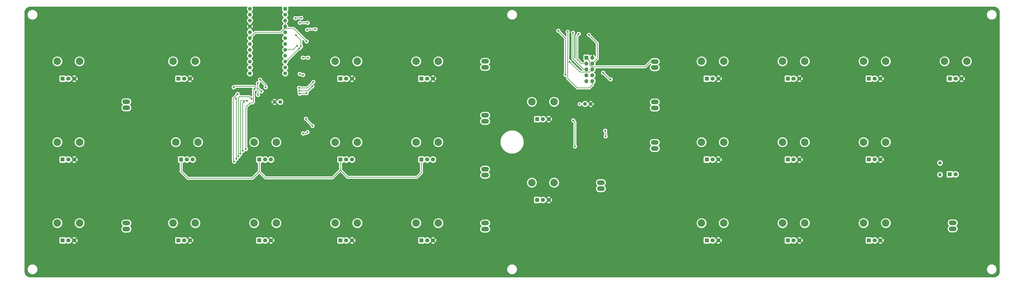
<source format=gbr>
%TF.GenerationSoftware,KiCad,Pcbnew,(5.1.7-0-10_14)*%
%TF.CreationDate,2020-11-05T11:53:55-03:00*%
%TF.ProjectId,MiniMood,4d696e69-4d6f-46f6-942e-6b696361645f,1*%
%TF.SameCoordinates,Original*%
%TF.FileFunction,Copper,L1,Top*%
%TF.FilePolarity,Positive*%
%FSLAX46Y46*%
G04 Gerber Fmt 4.6, Leading zero omitted, Abs format (unit mm)*
G04 Created by KiCad (PCBNEW (5.1.7-0-10_14)) date 2020-11-05 11:53:55*
%MOMM*%
%LPD*%
G01*
G04 APERTURE LIST*
%TA.AperFunction,ComponentPad*%
%ADD10O,3.300000X2.000000*%
%TD*%
%TA.AperFunction,ComponentPad*%
%ADD11C,1.600000*%
%TD*%
%TA.AperFunction,ComponentPad*%
%ADD12R,1.600000X1.600000*%
%TD*%
%TA.AperFunction,ComponentPad*%
%ADD13R,1.800000X1.800000*%
%TD*%
%TA.AperFunction,ComponentPad*%
%ADD14C,1.800000*%
%TD*%
%TA.AperFunction,ComponentPad*%
%ADD15C,3.240000*%
%TD*%
%TA.AperFunction,ComponentPad*%
%ADD16O,1.700000X1.700000*%
%TD*%
%TA.AperFunction,ComponentPad*%
%ADD17R,1.700000X1.700000*%
%TD*%
%TA.AperFunction,ComponentPad*%
%ADD18C,1.400000*%
%TD*%
%TA.AperFunction,ComponentPad*%
%ADD19O,1.400000X1.400000*%
%TD*%
%TA.AperFunction,ViaPad*%
%ADD20C,0.800000*%
%TD*%
%TA.AperFunction,Conductor*%
%ADD21C,0.250000*%
%TD*%
%TA.AperFunction,Conductor*%
%ADD22C,0.254000*%
%TD*%
%TA.AperFunction,Conductor*%
%ADD23C,0.100000*%
%TD*%
G04 APERTURE END LIST*
D10*
%TO.P,SW2,2*%
%TO.N,/mux_14*%
X64550000Y-116790000D03*
%TO.P,SW2,1*%
%TO.N,GND*%
X64550000Y-114190000D03*
%TD*%
%TO.P,SW1,2*%
%TO.N,/mux_10*%
X64550000Y-64290000D03*
%TO.P,SW1,1*%
%TO.N,GND*%
X64550000Y-61690000D03*
%TD*%
%TO.P,SW3,2*%
%TO.N,/mux_8-2*%
X219550000Y-46790000D03*
%TO.P,SW3,1*%
%TO.N,GND*%
X219550000Y-44190000D03*
%TD*%
%TO.P,SW4,2*%
%TO.N,/mux_11-2*%
X219550000Y-70123333D03*
%TO.P,SW4,1*%
%TO.N,GND*%
X219550000Y-67523333D03*
%TD*%
%TO.P,SW5,2*%
%TO.N,/mux_12-2*%
X219550000Y-93456666D03*
%TO.P,SW5,1*%
%TO.N,GND*%
X219550000Y-90856666D03*
%TD*%
%TO.P,SW6,2*%
%TO.N,/mux_13-2*%
X219550000Y-116790000D03*
%TO.P,SW6,1*%
%TO.N,GND*%
X219550000Y-114190000D03*
%TD*%
%TO.P,SW7,2*%
%TO.N,/mux_15-2*%
X269550000Y-99290000D03*
%TO.P,SW7,1*%
%TO.N,GND*%
X269550000Y-96690000D03*
%TD*%
%TO.P,SW8,2*%
%TO.N,/mux_7-2*%
X292850000Y-46890000D03*
%TO.P,SW8,1*%
%TO.N,GND*%
X292850000Y-44290000D03*
%TD*%
%TO.P,SW9,2*%
%TO.N,/mux_6-2*%
X292850000Y-64390000D03*
%TO.P,SW9,1*%
%TO.N,GND*%
X292850000Y-61790000D03*
%TD*%
%TO.P,SW10,2*%
%TO.N,/mux_9-2*%
X292850000Y-81890000D03*
%TO.P,SW10,1*%
%TO.N,GND*%
X292850000Y-79290000D03*
%TD*%
%TO.P,SW11,2*%
%TO.N,/sw_1*%
X421550000Y-116690000D03*
%TO.P,SW11,1*%
%TO.N,GND*%
X421550000Y-114090000D03*
%TD*%
D11*
%TO.P,U3,24*%
%TO.N,/RAW*%
X117930000Y-21430000D03*
%TO.P,U3,23*%
%TO.N,GND*%
X117930000Y-23970000D03*
%TO.P,U3,22*%
%TO.N,/RST*%
X117930000Y-26510000D03*
%TO.P,U3,21*%
%TO.N,VCC*%
X117930000Y-29050000D03*
%TO.P,U3,20*%
%TO.N,/A3*%
X117930000Y-31590000D03*
%TO.P,U3,19*%
%TO.N,/A2*%
X117930000Y-34130000D03*
%TO.P,U3,18*%
%TO.N,/SIG_2*%
X117930000Y-36670000D03*
%TO.P,U3,17*%
%TO.N,/SIG_1*%
X117930000Y-39210000D03*
%TO.P,U3,16*%
%TO.N,/D15*%
X117930000Y-41750000D03*
%TO.P,U3,15*%
%TO.N,/D16*%
X117930000Y-44290000D03*
%TO.P,U3,14*%
%TO.N,/sw_1*%
X117930000Y-46830000D03*
%TO.P,U3,13*%
%TO.N,/led*%
X117930000Y-49370000D03*
%TO.P,U3,12*%
%TO.N,/pot_4*%
X133170000Y-49370000D03*
%TO.P,U3,11*%
%TO.N,/pot_3*%
X133170000Y-46830000D03*
%TO.P,U3,10*%
%TO.N,/S3*%
X133170000Y-44290000D03*
%TO.P,U3,9*%
%TO.N,/pot_2*%
X133170000Y-41750000D03*
%TO.P,U3,8*%
%TO.N,/S2*%
X133170000Y-39210000D03*
%TO.P,U3,7*%
%TO.N,/pot_1*%
X133170000Y-36670000D03*
%TO.P,U3,6*%
%TO.N,/S1*%
X133170000Y-34130000D03*
%TO.P,U3,5*%
%TO.N,/S0*%
X133170000Y-31590000D03*
%TO.P,U3,4*%
%TO.N,GND*%
X133170000Y-29050000D03*
%TO.P,U3,3*%
X133170000Y-26510000D03*
%TO.P,U3,2*%
%TO.N,/RX*%
X133170000Y-23970000D03*
D12*
%TO.P,U3,1*%
%TO.N,/TX*%
X133170000Y-21430000D03*
%TD*%
D13*
%TO.P,pot1,1*%
%TO.N,GND*%
X37050000Y-51690000D03*
D14*
%TO.P,pot1,2*%
%TO.N,/mux_9*%
X39550000Y-51690000D03*
%TO.P,pot1,3*%
%TO.N,VCC*%
X42050000Y-51690000D03*
D15*
%TO.P,pot1,*%
%TO.N,*%
X44350000Y-44190000D03*
X34750000Y-44190000D03*
%TD*%
D13*
%TO.P,pot3,1*%
%TO.N,GND*%
X37050000Y-121690000D03*
D14*
%TO.P,pot3,2*%
%TO.N,/mux_13*%
X39550000Y-121690000D03*
%TO.P,pot3,3*%
%TO.N,VCC*%
X42050000Y-121690000D03*
D15*
%TO.P,pot3,*%
%TO.N,*%
X44350000Y-114190000D03*
X34750000Y-114190000D03*
%TD*%
D13*
%TO.P,pot2,1*%
%TO.N,GND*%
X37050000Y-86690000D03*
D14*
%TO.P,pot2,2*%
%TO.N,/mux_11*%
X39550000Y-86690000D03*
%TO.P,pot2,3*%
%TO.N,VCC*%
X42050000Y-86690000D03*
D15*
%TO.P,pot2,*%
%TO.N,*%
X44350000Y-79190000D03*
X34750000Y-79190000D03*
%TD*%
D13*
%TO.P,pot4,1*%
%TO.N,GND*%
X87050000Y-51690000D03*
D14*
%TO.P,pot4,2*%
%TO.N,/mux_8*%
X89550000Y-51690000D03*
%TO.P,pot4,3*%
%TO.N,VCC*%
X92050000Y-51690000D03*
D15*
%TO.P,pot4,*%
%TO.N,*%
X94350000Y-44190000D03*
X84750000Y-44190000D03*
%TD*%
D13*
%TO.P,pot5,1*%
%TO.N,Net-(pot10-Pad1)*%
X88225001Y-86690000D03*
D14*
%TO.P,pot5,2*%
%TO.N,/mux_12*%
X90725001Y-86690000D03*
%TO.P,pot5,3*%
%TO.N,GND*%
X93225001Y-86690000D03*
D15*
%TO.P,pot5,*%
%TO.N,*%
X95525001Y-79190000D03*
X85925001Y-79190000D03*
%TD*%
D13*
%TO.P,pot6,1*%
%TO.N,GND*%
X87050000Y-121690000D03*
D14*
%TO.P,pot6,2*%
%TO.N,/mux_15*%
X89550000Y-121690000D03*
%TO.P,pot6,3*%
%TO.N,VCC*%
X92050000Y-121690000D03*
D15*
%TO.P,pot6,*%
%TO.N,*%
X94350000Y-114190000D03*
X84750000Y-114190000D03*
%TD*%
D13*
%TO.P,pot7,1*%
%TO.N,Net-(pot10-Pad1)*%
X122050000Y-86690000D03*
D14*
%TO.P,pot7,2*%
%TO.N,/mux_5*%
X124550000Y-86690000D03*
%TO.P,pot7,3*%
%TO.N,GND*%
X127050000Y-86690000D03*
D15*
%TO.P,pot7,*%
%TO.N,*%
X129350000Y-79190000D03*
X119750000Y-79190000D03*
%TD*%
D13*
%TO.P,pot8,1*%
%TO.N,GND*%
X122050000Y-121690000D03*
D14*
%TO.P,pot8,2*%
%TO.N,/mux_2*%
X124550000Y-121690000D03*
%TO.P,pot8,3*%
%TO.N,VCC*%
X127050000Y-121690000D03*
D15*
%TO.P,pot8,*%
%TO.N,*%
X129350000Y-114190000D03*
X119750000Y-114190000D03*
%TD*%
D13*
%TO.P,pot9,1*%
%TO.N,GND*%
X157050000Y-51690000D03*
D14*
%TO.P,pot9,2*%
%TO.N,/mux_7*%
X159550000Y-51690000D03*
%TO.P,pot9,3*%
%TO.N,VCC*%
X162050000Y-51690000D03*
D15*
%TO.P,pot9,*%
%TO.N,*%
X164350000Y-44190000D03*
X154750000Y-44190000D03*
%TD*%
D13*
%TO.P,pot10,1*%
%TO.N,Net-(pot10-Pad1)*%
X157050000Y-86690000D03*
D14*
%TO.P,pot10,2*%
%TO.N,/mux_3*%
X159550000Y-86690000D03*
%TO.P,pot10,3*%
%TO.N,GND*%
X162050000Y-86690000D03*
D15*
%TO.P,pot10,*%
%TO.N,*%
X164350000Y-79190000D03*
X154750000Y-79190000D03*
%TD*%
D13*
%TO.P,pot11,1*%
%TO.N,GND*%
X157050000Y-121690000D03*
D14*
%TO.P,pot11,2*%
%TO.N,/mux_0*%
X159550000Y-121690000D03*
%TO.P,pot11,3*%
%TO.N,VCC*%
X162050000Y-121690000D03*
D15*
%TO.P,pot11,*%
%TO.N,*%
X164350000Y-114190000D03*
X154750000Y-114190000D03*
%TD*%
D13*
%TO.P,pot12,1*%
%TO.N,GND*%
X192050000Y-51690000D03*
D14*
%TO.P,pot12,2*%
%TO.N,/mux_6*%
X194550000Y-51690000D03*
%TO.P,pot12,3*%
%TO.N,VCC*%
X197050000Y-51690000D03*
D15*
%TO.P,pot12,*%
%TO.N,*%
X199350000Y-44190000D03*
X189750000Y-44190000D03*
%TD*%
D13*
%TO.P,pot13,1*%
%TO.N,Net-(pot10-Pad1)*%
X192050000Y-86690000D03*
D14*
%TO.P,pot13,2*%
%TO.N,/mux_4*%
X194550000Y-86690000D03*
%TO.P,pot13,3*%
%TO.N,GND*%
X197050000Y-86690000D03*
D15*
%TO.P,pot13,*%
%TO.N,*%
X199350000Y-79190000D03*
X189750000Y-79190000D03*
%TD*%
D13*
%TO.P,pot14,1*%
%TO.N,GND*%
X192050000Y-121690000D03*
D14*
%TO.P,pot14,2*%
%TO.N,/mux_1*%
X194550000Y-121690000D03*
%TO.P,pot14,3*%
%TO.N,VCC*%
X197050000Y-121690000D03*
D15*
%TO.P,pot14,*%
%TO.N,*%
X199350000Y-114190000D03*
X189750000Y-114190000D03*
%TD*%
D13*
%TO.P,pot15,1*%
%TO.N,GND*%
X242050000Y-69190000D03*
D14*
%TO.P,pot15,2*%
%TO.N,/mux_10-2*%
X244550000Y-69190000D03*
%TO.P,pot15,3*%
%TO.N,VCC*%
X247050000Y-69190000D03*
D15*
%TO.P,pot15,*%
%TO.N,*%
X249350000Y-61690000D03*
X239750000Y-61690000D03*
%TD*%
D13*
%TO.P,pot16,1*%
%TO.N,GND*%
X242050000Y-104190000D03*
D14*
%TO.P,pot16,2*%
%TO.N,/mux_14-2*%
X244550000Y-104190000D03*
%TO.P,pot16,3*%
%TO.N,VCC*%
X247050000Y-104190000D03*
D15*
%TO.P,pot16,*%
%TO.N,*%
X249350000Y-96690000D03*
X239750000Y-96690000D03*
%TD*%
D13*
%TO.P,pot17,1*%
%TO.N,GND*%
X315350000Y-51690000D03*
D14*
%TO.P,pot17,2*%
%TO.N,/mux_5-2*%
X317850000Y-51690000D03*
%TO.P,pot17,3*%
%TO.N,VCC*%
X320350000Y-51690000D03*
D15*
%TO.P,pot17,*%
%TO.N,*%
X322650000Y-44190000D03*
X313050000Y-44190000D03*
%TD*%
D13*
%TO.P,pot18,1*%
%TO.N,GND*%
X315350000Y-86690000D03*
D14*
%TO.P,pot18,2*%
%TO.N,/mux_0-2*%
X317850000Y-86690000D03*
%TO.P,pot18,3*%
%TO.N,VCC*%
X320350000Y-86690000D03*
D15*
%TO.P,pot18,*%
%TO.N,*%
X322650000Y-79190000D03*
X313050000Y-79190000D03*
%TD*%
D13*
%TO.P,pot19,1*%
%TO.N,GND*%
X315350000Y-121690000D03*
D14*
%TO.P,pot19,2*%
%TO.N,/pot_2*%
X317850000Y-121690000D03*
%TO.P,pot19,3*%
%TO.N,VCC*%
X320350000Y-121690000D03*
D15*
%TO.P,pot19,*%
%TO.N,*%
X322650000Y-114190000D03*
X313050000Y-114190000D03*
%TD*%
D13*
%TO.P,pot20,1*%
%TO.N,GND*%
X350350000Y-51690000D03*
D14*
%TO.P,pot20,2*%
%TO.N,/mux_4-2*%
X352850000Y-51690000D03*
%TO.P,pot20,3*%
%TO.N,VCC*%
X355350000Y-51690000D03*
D15*
%TO.P,pot20,*%
%TO.N,*%
X357650000Y-44190000D03*
X348050000Y-44190000D03*
%TD*%
D13*
%TO.P,pot21,1*%
%TO.N,GND*%
X350350000Y-86690000D03*
D14*
%TO.P,pot21,2*%
%TO.N,/mux_1-2*%
X352850000Y-86690000D03*
%TO.P,pot21,3*%
%TO.N,VCC*%
X355350000Y-86690000D03*
D15*
%TO.P,pot21,*%
%TO.N,*%
X357650000Y-79190000D03*
X348050000Y-79190000D03*
%TD*%
D13*
%TO.P,pot22,1*%
%TO.N,GND*%
X350350000Y-121690000D03*
D14*
%TO.P,pot22,2*%
%TO.N,/pot_3*%
X352850000Y-121690000D03*
%TO.P,pot22,3*%
%TO.N,VCC*%
X355350000Y-121690000D03*
D15*
%TO.P,pot22,*%
%TO.N,*%
X357650000Y-114190000D03*
X348050000Y-114190000D03*
%TD*%
D13*
%TO.P,pot23,1*%
%TO.N,GND*%
X385350000Y-51690000D03*
D14*
%TO.P,pot23,2*%
%TO.N,/mux_3-2*%
X387850000Y-51690000D03*
%TO.P,pot23,3*%
%TO.N,VCC*%
X390350000Y-51690000D03*
D15*
%TO.P,pot23,*%
%TO.N,*%
X392650000Y-44190000D03*
X383050000Y-44190000D03*
%TD*%
D13*
%TO.P,pot24,1*%
%TO.N,GND*%
X385350000Y-86690000D03*
D14*
%TO.P,pot24,2*%
%TO.N,/pot_1*%
X387850000Y-86690000D03*
%TO.P,pot24,3*%
%TO.N,VCC*%
X390350000Y-86690000D03*
D15*
%TO.P,pot24,*%
%TO.N,*%
X392650000Y-79190000D03*
X383050000Y-79190000D03*
%TD*%
D13*
%TO.P,pot25,1*%
%TO.N,GND*%
X385350000Y-121690000D03*
D14*
%TO.P,pot25,2*%
%TO.N,/pot_4*%
X387850000Y-121690000D03*
%TO.P,pot25,3*%
%TO.N,VCC*%
X390350000Y-121690000D03*
D15*
%TO.P,pot25,*%
%TO.N,*%
X392650000Y-114190000D03*
X383050000Y-114190000D03*
%TD*%
D13*
%TO.P,pot26,1*%
%TO.N,GND*%
X420350000Y-51690000D03*
D14*
%TO.P,pot26,2*%
%TO.N,/mux_2-2*%
X422850000Y-51690000D03*
%TO.P,pot26,3*%
%TO.N,VCC*%
X425350000Y-51690000D03*
D15*
%TO.P,pot26,*%
%TO.N,*%
X427650000Y-44190000D03*
X418050000Y-44190000D03*
%TD*%
D14*
%TO.P,D1,2*%
%TO.N,Net-(D1-Pad2)*%
X422815000Y-93090000D03*
D13*
%TO.P,D1,1*%
%TO.N,GND*%
X420275000Y-93090000D03*
%TD*%
D16*
%TO.P,J1,10*%
%TO.N,/RST*%
X265890000Y-52750000D03*
%TO.P,J1,9*%
%TO.N,/A3*%
X263350000Y-52750000D03*
%TO.P,J1,8*%
%TO.N,/A2*%
X265890000Y-50210000D03*
%TO.P,J1,7*%
%TO.N,/D15*%
X263350000Y-50210000D03*
%TO.P,J1,6*%
%TO.N,/D16*%
X265890000Y-47670000D03*
%TO.P,J1,5*%
%TO.N,/RAW*%
X263350000Y-47670000D03*
%TO.P,J1,4*%
%TO.N,/RX*%
X265890000Y-45130000D03*
%TO.P,J1,3*%
%TO.N,/TX*%
X263350000Y-45130000D03*
%TO.P,J1,2*%
%TO.N,VCC*%
X265890000Y-42590000D03*
D17*
%TO.P,J1,1*%
%TO.N,GND*%
X263350000Y-42590000D03*
%TD*%
D11*
%TO.P,C3,1*%
%TO.N,GND*%
X131080000Y-61720000D03*
%TO.P,C3,2*%
%TO.N,VCC*%
X128580000Y-61720000D03*
%TD*%
%TO.P,C4,2*%
%TO.N,VCC*%
X265220000Y-62640000D03*
%TO.P,C4,1*%
%TO.N,GND*%
X262720000Y-62640000D03*
%TD*%
D18*
%TO.P,R2,1*%
%TO.N,/led*%
X416080000Y-88170000D03*
D19*
%TO.P,R2,2*%
%TO.N,Net-(D1-Pad2)*%
X416080000Y-93250000D03*
%TD*%
D20*
%TO.N,GND*%
X260400000Y-62670000D03*
%TO.N,VCC*%
X260232653Y-66537347D03*
X132610000Y-60160000D03*
%TO.N,/TX*%
X259970000Y-32294980D03*
%TO.N,/pot_2*%
X114840000Y-82900000D03*
X115290000Y-61770000D03*
%TO.N,/pot_3*%
X113800000Y-84170000D03*
X116712653Y-61372653D03*
%TO.N,/pot_1*%
X116210000Y-82160000D03*
X119940000Y-56080000D03*
%TO.N,/pot_4*%
X112990000Y-85340000D03*
X118725306Y-60385306D03*
%TO.N,/led*%
X111150000Y-87640000D03*
X112630000Y-58290000D03*
%TO.N,/mux_9-2*%
X257600000Y-69710000D03*
X258357653Y-81027653D03*
%TO.N,/sw_1*%
X112070000Y-86400000D03*
X111830000Y-60280000D03*
%TO.N,/S2*%
X138330000Y-37420000D03*
%TO.N,/S3*%
X140925009Y-50040000D03*
X139475009Y-49640000D03*
X271607643Y-76657643D03*
X271424980Y-74200000D03*
X139270000Y-38540000D03*
%TO.N,/S1*%
X140895000Y-75390000D03*
X142795010Y-74810000D03*
%TO.N,/S0*%
X144952653Y-72072653D03*
X142132347Y-69032347D03*
X139995000Y-37715957D03*
X137810000Y-32820000D03*
%TO.N,/SIG_1*%
X122330000Y-52110000D03*
X124727959Y-55407959D03*
X139160000Y-55660000D03*
X145335010Y-53080000D03*
%TO.N,/SIG_2*%
X140770000Y-42590000D03*
X143080000Y-42590000D03*
X270524960Y-49150000D03*
X273775000Y-52000000D03*
%TO.N,/RX*%
X264440000Y-32744990D03*
%TO.N,/D16*%
X256060000Y-44380000D03*
X144885000Y-55020000D03*
X139290000Y-56970000D03*
X122927959Y-57207959D03*
X121367347Y-53627347D03*
%TO.N,/D15*%
X110940000Y-55420000D03*
X121402959Y-58732959D03*
X139475009Y-58160000D03*
X142420000Y-57940000D03*
%TO.N,/A2*%
X142420000Y-35565000D03*
%TO.N,/A3*%
X146282278Y-30277722D03*
X251160000Y-30944950D03*
X254290000Y-50020000D03*
X146282278Y-30277722D03*
X142622357Y-30577643D03*
%TO.N,/RST*%
X142879073Y-27510927D03*
X255250000Y-31394960D03*
X139492357Y-27447643D03*
%TO.N,/RAW*%
X140095868Y-25364132D03*
X257520000Y-31844970D03*
X137567357Y-25522643D03*
%TD*%
D21*
%TO.N,GND*%
X265515997Y-46494999D02*
X288785001Y-46494999D01*
X264714999Y-45694001D02*
X265515997Y-46494999D01*
X264714999Y-43954999D02*
X264714999Y-45694001D01*
X263350000Y-42590000D02*
X264714999Y-43954999D01*
X290990000Y-44290000D02*
X292850000Y-44290000D01*
X288785001Y-46494999D02*
X290990000Y-44290000D01*
X133170000Y-26300000D02*
X133170000Y-28840000D01*
%TO.N,VCC*%
X260232653Y-66537347D02*
X249722653Y-66537347D01*
X247070000Y-69190000D02*
X247050000Y-69190000D01*
X249722653Y-66537347D02*
X247070000Y-69190000D01*
X132610000Y-60160000D02*
X143600000Y-49170000D01*
X159530000Y-49170000D02*
X162050000Y-51690000D01*
X143600000Y-49170000D02*
X159530000Y-49170000D01*
X130140000Y-60160000D02*
X132610000Y-60160000D01*
X128580000Y-61720000D02*
X130140000Y-60160000D01*
%TO.N,/TX*%
X259970000Y-32294980D02*
X259200000Y-33064980D01*
X259200000Y-33064980D02*
X259200000Y-43030000D01*
X261300000Y-45130000D02*
X263350000Y-45130000D01*
X259200000Y-43030000D02*
X261300000Y-45130000D01*
%TO.N,Net-(pot10-Pad1)*%
X88225001Y-86690000D02*
X88225001Y-91925001D01*
X88225001Y-91925001D02*
X91110000Y-94810000D01*
X91110000Y-94810000D02*
X119040000Y-94810000D01*
X119040000Y-94810000D02*
X122050000Y-91800000D01*
X122050000Y-91500000D02*
X122050000Y-92030000D01*
X122050000Y-91800000D02*
X122050000Y-91500000D01*
X122050000Y-91500000D02*
X122050000Y-86690000D01*
X122050000Y-92030000D02*
X124630000Y-94610000D01*
X124630000Y-94610000D02*
X153650000Y-94610000D01*
X157050000Y-91210000D02*
X157050000Y-86690000D01*
X153650000Y-94610000D02*
X157050000Y-91210000D01*
X157050000Y-91210000D02*
X157050000Y-91320000D01*
X157050000Y-91320000D02*
X160100000Y-94370000D01*
X160100000Y-94370000D02*
X190090000Y-94370000D01*
X192050000Y-92410000D02*
X192050000Y-86690000D01*
X190090000Y-94370000D02*
X192050000Y-92410000D01*
%TO.N,/pot_2*%
X114840000Y-62220000D02*
X115290000Y-61770000D01*
X114840000Y-82900000D02*
X114840000Y-62220000D01*
%TO.N,/pot_3*%
X113800000Y-84170000D02*
X113800000Y-61460000D01*
X116384999Y-61044999D02*
X116712653Y-61372653D01*
X114215001Y-61044999D02*
X116384999Y-61044999D01*
X113800000Y-61460000D02*
X114215001Y-61044999D01*
%TO.N,/pot_1*%
X116210000Y-63973614D02*
X117973614Y-62210000D01*
X116210000Y-82160000D02*
X116210000Y-63973614D01*
X117973614Y-62210000D02*
X119080000Y-62210000D01*
X119450307Y-56569693D02*
X119940000Y-56080000D01*
X119450307Y-61839693D02*
X119450307Y-56569693D01*
X119080000Y-62210000D02*
X119450307Y-61839693D01*
%TO.N,/pot_4*%
X112990000Y-85340000D02*
X112990000Y-59870000D01*
X112990000Y-59870000D02*
X113380000Y-59480000D01*
X117820000Y-59480000D02*
X118725306Y-60385306D01*
X113380000Y-59480000D02*
X117820000Y-59480000D01*
%TO.N,/led*%
X110750001Y-60169999D02*
X112630000Y-58290000D01*
X110750001Y-87240001D02*
X110750001Y-60169999D01*
X111150000Y-87640000D02*
X110750001Y-87240001D01*
%TO.N,/mux_9-2*%
X258357653Y-70467653D02*
X258357653Y-81027653D01*
X257600000Y-69710000D02*
X258357653Y-70467653D01*
%TO.N,/sw_1*%
X112070000Y-60520000D02*
X111830000Y-60280000D01*
X112070000Y-86400000D02*
X112070000Y-60520000D01*
%TO.N,/S2*%
X136750000Y-39000000D02*
X133170000Y-39000000D01*
X138330000Y-37420000D02*
X136750000Y-39000000D01*
%TO.N,/S3*%
X139875009Y-50040000D02*
X139475009Y-49640000D01*
X140925009Y-50040000D02*
X139875009Y-50040000D01*
X271607643Y-74382663D02*
X271424980Y-74200000D01*
X271607643Y-76657643D02*
X271607643Y-74382663D01*
X133730000Y-44080000D02*
X133170000Y-44080000D01*
X139270000Y-38540000D02*
X133730000Y-44080000D01*
%TO.N,/S1*%
X142215010Y-75390000D02*
X142795010Y-74810000D01*
X140895000Y-75390000D02*
X142215010Y-75390000D01*
%TO.N,/S0*%
X142132347Y-69252347D02*
X142132347Y-69032347D01*
X144952653Y-72072653D02*
X142132347Y-69252347D01*
X139995000Y-35005000D02*
X139995000Y-37715957D01*
X137810000Y-32820000D02*
X139995000Y-35005000D01*
%TO.N,/SIG_1*%
X124727959Y-54507959D02*
X124727959Y-55407959D01*
X122330000Y-52110000D02*
X124727959Y-54507959D01*
X142755010Y-55660000D02*
X145335010Y-53080000D01*
X139160000Y-55660000D02*
X142755010Y-55660000D01*
%TO.N,/SIG_2*%
X140770000Y-42590000D02*
X143080000Y-42590000D01*
X273374960Y-52000000D02*
X273775000Y-52000000D01*
X270524960Y-49150000D02*
X273374960Y-52000000D01*
%TO.N,/RX*%
X264440000Y-32744990D02*
X268010000Y-36314990D01*
X268010000Y-43010000D02*
X265890000Y-45130000D01*
X268010000Y-36314990D02*
X268010000Y-43010000D01*
%TO.N,/D16*%
X260525001Y-48845001D02*
X256060000Y-44380000D01*
X264714999Y-48845001D02*
X260525001Y-48845001D01*
X265890000Y-47670000D02*
X264714999Y-48845001D01*
X142935000Y-56970000D02*
X139290000Y-56970000D01*
X144885000Y-55020000D02*
X142935000Y-56970000D01*
X121367347Y-55647347D02*
X121367347Y-53627347D01*
X122927959Y-57207959D02*
X121367347Y-55647347D01*
%TO.N,/D15*%
X121402959Y-56469957D02*
X121402959Y-58732959D01*
X111339999Y-55020001D02*
X119953003Y-55020001D01*
X119953003Y-55020001D02*
X121402959Y-56469957D01*
X110940000Y-55420000D02*
X111339999Y-55020001D01*
X142200000Y-58160000D02*
X142420000Y-57940000D01*
X139475009Y-58160000D02*
X142200000Y-58160000D01*
%TO.N,/A2*%
X132919997Y-29965001D02*
X131250000Y-31634998D01*
X136820001Y-29965001D02*
X132919997Y-29965001D01*
X142420000Y-35565000D02*
X136820001Y-29965001D01*
X120215002Y-31634998D02*
X117930000Y-33920000D01*
X131250000Y-31634998D02*
X120215002Y-31634998D01*
%TO.N,/A3*%
X254290000Y-34074950D02*
X254290000Y-50020000D01*
X251160000Y-30944950D02*
X254290000Y-34074950D01*
X142922278Y-30277722D02*
X142622357Y-30577643D01*
X146282278Y-30277722D02*
X142922278Y-30277722D01*
%TO.N,/RST*%
X255250000Y-41408491D02*
X255230000Y-41428491D01*
X255250000Y-31394960D02*
X255250000Y-41408491D01*
X255230000Y-41428491D02*
X255230000Y-51590000D01*
X255230000Y-51590000D02*
X259330000Y-55690000D01*
X259330000Y-55690000D02*
X264630000Y-55690000D01*
X265890000Y-54430000D02*
X265890000Y-52750000D01*
X264630000Y-55690000D02*
X265890000Y-54430000D01*
X139555641Y-27510927D02*
X139492357Y-27447643D01*
X142879073Y-27510927D02*
X139555641Y-27510927D01*
%TO.N,/RAW*%
X262147919Y-47670000D02*
X263350000Y-47670000D01*
X257520000Y-43042081D02*
X262147919Y-47670000D01*
X257520000Y-31844970D02*
X257520000Y-43042081D01*
X137725868Y-25364132D02*
X137567357Y-25522643D01*
X140095868Y-25364132D02*
X137725868Y-25364132D01*
%TD*%
D22*
%TO.N,VCC*%
X116658320Y-20750273D02*
X116550147Y-21011426D01*
X116495000Y-21288665D01*
X116495000Y-21571335D01*
X116550147Y-21848574D01*
X116658320Y-22109727D01*
X116815363Y-22344759D01*
X117015241Y-22544637D01*
X117247759Y-22700000D01*
X117015241Y-22855363D01*
X116815363Y-23055241D01*
X116658320Y-23290273D01*
X116550147Y-23551426D01*
X116495000Y-23828665D01*
X116495000Y-24111335D01*
X116550147Y-24388574D01*
X116658320Y-24649727D01*
X116815363Y-24884759D01*
X117015241Y-25084637D01*
X117247759Y-25240000D01*
X117015241Y-25395363D01*
X116815363Y-25595241D01*
X116658320Y-25830273D01*
X116550147Y-26091426D01*
X116495000Y-26368665D01*
X116495000Y-26651335D01*
X116550147Y-26928574D01*
X116658320Y-27189727D01*
X116815363Y-27424759D01*
X117015241Y-27624637D01*
X117249128Y-27780915D01*
X117188486Y-27813329D01*
X117116903Y-28057298D01*
X117930000Y-28870395D01*
X118743097Y-28057298D01*
X118671514Y-27813329D01*
X118607008Y-27782806D01*
X118609727Y-27781680D01*
X118844759Y-27624637D01*
X119044637Y-27424759D01*
X119201680Y-27189727D01*
X119309853Y-26928574D01*
X119365000Y-26651335D01*
X119365000Y-26368665D01*
X119309853Y-26091426D01*
X119201680Y-25830273D01*
X119044637Y-25595241D01*
X118844759Y-25395363D01*
X118612241Y-25240000D01*
X118844759Y-25084637D01*
X119044637Y-24884759D01*
X119201680Y-24649727D01*
X119309853Y-24388574D01*
X119365000Y-24111335D01*
X119365000Y-23828665D01*
X119309853Y-23551426D01*
X119201680Y-23290273D01*
X119044637Y-23055241D01*
X118844759Y-22855363D01*
X118612241Y-22700000D01*
X118844759Y-22544637D01*
X119044637Y-22344759D01*
X119201680Y-22109727D01*
X119309853Y-21848574D01*
X119365000Y-21571335D01*
X119365000Y-21288665D01*
X119309853Y-21011426D01*
X119201680Y-20750273D01*
X119134680Y-20650000D01*
X131731928Y-20650000D01*
X131731928Y-22230000D01*
X131744188Y-22354482D01*
X131780498Y-22474180D01*
X131839463Y-22584494D01*
X131918815Y-22681185D01*
X132015506Y-22760537D01*
X132125820Y-22819502D01*
X132245518Y-22855812D01*
X132253961Y-22856643D01*
X132055363Y-23055241D01*
X131898320Y-23290273D01*
X131790147Y-23551426D01*
X131735000Y-23828665D01*
X131735000Y-24111335D01*
X131790147Y-24388574D01*
X131898320Y-24649727D01*
X132055363Y-24884759D01*
X132255241Y-25084637D01*
X132487759Y-25240000D01*
X132255241Y-25395363D01*
X132055363Y-25595241D01*
X131898320Y-25830273D01*
X131790147Y-26091426D01*
X131735000Y-26368665D01*
X131735000Y-26651335D01*
X131790147Y-26928574D01*
X131898320Y-27189727D01*
X132055363Y-27424759D01*
X132255241Y-27624637D01*
X132410001Y-27728044D01*
X132410001Y-27831956D01*
X132255241Y-27935363D01*
X132055363Y-28135241D01*
X131898320Y-28370273D01*
X131790147Y-28631426D01*
X131735000Y-28908665D01*
X131735000Y-29191335D01*
X131790147Y-29468574D01*
X131898320Y-29729727D01*
X131971278Y-29838917D01*
X130935199Y-30874998D01*
X120252325Y-30874998D01*
X120215002Y-30871322D01*
X120177679Y-30874998D01*
X120177669Y-30874998D01*
X120066016Y-30885995D01*
X119922755Y-30929452D01*
X119790726Y-31000024D01*
X119675001Y-31094997D01*
X119651203Y-31123995D01*
X119358618Y-31416580D01*
X119309853Y-31171426D01*
X119201680Y-30910273D01*
X119044637Y-30675241D01*
X118844759Y-30475363D01*
X118610872Y-30319085D01*
X118671514Y-30286671D01*
X118743097Y-30042702D01*
X117930000Y-29229605D01*
X117116903Y-30042702D01*
X117188486Y-30286671D01*
X117252992Y-30317194D01*
X117250273Y-30318320D01*
X117015241Y-30475363D01*
X116815363Y-30675241D01*
X116658320Y-30910273D01*
X116550147Y-31171426D01*
X116495000Y-31448665D01*
X116495000Y-31731335D01*
X116550147Y-32008574D01*
X116658320Y-32269727D01*
X116815363Y-32504759D01*
X117015241Y-32704637D01*
X117247759Y-32860000D01*
X117015241Y-33015363D01*
X116815363Y-33215241D01*
X116658320Y-33450273D01*
X116550147Y-33711426D01*
X116495000Y-33988665D01*
X116495000Y-34271335D01*
X116550147Y-34548574D01*
X116658320Y-34809727D01*
X116815363Y-35044759D01*
X117015241Y-35244637D01*
X117247759Y-35400000D01*
X117015241Y-35555363D01*
X116815363Y-35755241D01*
X116658320Y-35990273D01*
X116550147Y-36251426D01*
X116495000Y-36528665D01*
X116495000Y-36811335D01*
X116550147Y-37088574D01*
X116658320Y-37349727D01*
X116815363Y-37584759D01*
X117015241Y-37784637D01*
X117247759Y-37940000D01*
X117015241Y-38095363D01*
X116815363Y-38295241D01*
X116658320Y-38530273D01*
X116550147Y-38791426D01*
X116495000Y-39068665D01*
X116495000Y-39351335D01*
X116550147Y-39628574D01*
X116658320Y-39889727D01*
X116815363Y-40124759D01*
X117015241Y-40324637D01*
X117247759Y-40480000D01*
X117015241Y-40635363D01*
X116815363Y-40835241D01*
X116658320Y-41070273D01*
X116550147Y-41331426D01*
X116495000Y-41608665D01*
X116495000Y-41891335D01*
X116550147Y-42168574D01*
X116658320Y-42429727D01*
X116815363Y-42664759D01*
X117015241Y-42864637D01*
X117247759Y-43020000D01*
X117015241Y-43175363D01*
X116815363Y-43375241D01*
X116658320Y-43610273D01*
X116550147Y-43871426D01*
X116495000Y-44148665D01*
X116495000Y-44431335D01*
X116550147Y-44708574D01*
X116658320Y-44969727D01*
X116815363Y-45204759D01*
X117015241Y-45404637D01*
X117247759Y-45560000D01*
X117015241Y-45715363D01*
X116815363Y-45915241D01*
X116658320Y-46150273D01*
X116550147Y-46411426D01*
X116495000Y-46688665D01*
X116495000Y-46971335D01*
X116550147Y-47248574D01*
X116658320Y-47509727D01*
X116815363Y-47744759D01*
X117015241Y-47944637D01*
X117247759Y-48100000D01*
X117015241Y-48255363D01*
X116815363Y-48455241D01*
X116658320Y-48690273D01*
X116550147Y-48951426D01*
X116495000Y-49228665D01*
X116495000Y-49511335D01*
X116550147Y-49788574D01*
X116658320Y-50049727D01*
X116815363Y-50284759D01*
X117015241Y-50484637D01*
X117250273Y-50641680D01*
X117511426Y-50749853D01*
X117788665Y-50805000D01*
X118071335Y-50805000D01*
X118348574Y-50749853D01*
X118609727Y-50641680D01*
X118844759Y-50484637D01*
X119044637Y-50284759D01*
X119201680Y-50049727D01*
X119309853Y-49788574D01*
X119365000Y-49511335D01*
X119365000Y-49228665D01*
X119309853Y-48951426D01*
X119201680Y-48690273D01*
X119044637Y-48455241D01*
X118844759Y-48255363D01*
X118612241Y-48100000D01*
X118844759Y-47944637D01*
X119044637Y-47744759D01*
X119201680Y-47509727D01*
X119309853Y-47248574D01*
X119365000Y-46971335D01*
X119365000Y-46688665D01*
X119309853Y-46411426D01*
X119201680Y-46150273D01*
X119044637Y-45915241D01*
X118844759Y-45715363D01*
X118612241Y-45560000D01*
X118844759Y-45404637D01*
X119044637Y-45204759D01*
X119201680Y-44969727D01*
X119309853Y-44708574D01*
X119365000Y-44431335D01*
X119365000Y-44148665D01*
X119309853Y-43871426D01*
X119201680Y-43610273D01*
X119044637Y-43375241D01*
X118844759Y-43175363D01*
X118612241Y-43020000D01*
X118844759Y-42864637D01*
X119044637Y-42664759D01*
X119201680Y-42429727D01*
X119309853Y-42168574D01*
X119365000Y-41891335D01*
X119365000Y-41608665D01*
X119309853Y-41331426D01*
X119201680Y-41070273D01*
X119044637Y-40835241D01*
X118844759Y-40635363D01*
X118612241Y-40480000D01*
X118844759Y-40324637D01*
X119044637Y-40124759D01*
X119201680Y-39889727D01*
X119309853Y-39628574D01*
X119365000Y-39351335D01*
X119365000Y-39068665D01*
X119309853Y-38791426D01*
X119201680Y-38530273D01*
X119044637Y-38295241D01*
X118844759Y-38095363D01*
X118612241Y-37940000D01*
X118844759Y-37784637D01*
X119044637Y-37584759D01*
X119201680Y-37349727D01*
X119309853Y-37088574D01*
X119365000Y-36811335D01*
X119365000Y-36528665D01*
X119309853Y-36251426D01*
X119201680Y-35990273D01*
X119044637Y-35755241D01*
X118844759Y-35555363D01*
X118612241Y-35400000D01*
X118844759Y-35244637D01*
X119044637Y-35044759D01*
X119201680Y-34809727D01*
X119309853Y-34548574D01*
X119365000Y-34271335D01*
X119365000Y-33988665D01*
X119309853Y-33711426D01*
X119281595Y-33643206D01*
X120529804Y-32394998D01*
X131212678Y-32394998D01*
X131250000Y-32398674D01*
X131287322Y-32394998D01*
X131287333Y-32394998D01*
X131398986Y-32384001D01*
X131542247Y-32340544D01*
X131674276Y-32269972D01*
X131790001Y-32174999D01*
X131813804Y-32145995D01*
X131837326Y-32122473D01*
X131898320Y-32269727D01*
X132055363Y-32504759D01*
X132255241Y-32704637D01*
X132487759Y-32860000D01*
X132255241Y-33015363D01*
X132055363Y-33215241D01*
X131898320Y-33450273D01*
X131790147Y-33711426D01*
X131735000Y-33988665D01*
X131735000Y-34271335D01*
X131790147Y-34548574D01*
X131898320Y-34809727D01*
X132055363Y-35044759D01*
X132255241Y-35244637D01*
X132487759Y-35400000D01*
X132255241Y-35555363D01*
X132055363Y-35755241D01*
X131898320Y-35990273D01*
X131790147Y-36251426D01*
X131735000Y-36528665D01*
X131735000Y-36811335D01*
X131790147Y-37088574D01*
X131898320Y-37349727D01*
X132055363Y-37584759D01*
X132255241Y-37784637D01*
X132487759Y-37940000D01*
X132255241Y-38095363D01*
X132055363Y-38295241D01*
X131898320Y-38530273D01*
X131790147Y-38791426D01*
X131735000Y-39068665D01*
X131735000Y-39351335D01*
X131790147Y-39628574D01*
X131898320Y-39889727D01*
X132055363Y-40124759D01*
X132255241Y-40324637D01*
X132487759Y-40480000D01*
X132255241Y-40635363D01*
X132055363Y-40835241D01*
X131898320Y-41070273D01*
X131790147Y-41331426D01*
X131735000Y-41608665D01*
X131735000Y-41891335D01*
X131790147Y-42168574D01*
X131898320Y-42429727D01*
X132055363Y-42664759D01*
X132255241Y-42864637D01*
X132487759Y-43020000D01*
X132255241Y-43175363D01*
X132055363Y-43375241D01*
X131898320Y-43610273D01*
X131790147Y-43871426D01*
X131735000Y-44148665D01*
X131735000Y-44431335D01*
X131790147Y-44708574D01*
X131898320Y-44969727D01*
X132055363Y-45204759D01*
X132255241Y-45404637D01*
X132487759Y-45560000D01*
X132255241Y-45715363D01*
X132055363Y-45915241D01*
X131898320Y-46150273D01*
X131790147Y-46411426D01*
X131735000Y-46688665D01*
X131735000Y-46971335D01*
X131790147Y-47248574D01*
X131898320Y-47509727D01*
X132055363Y-47744759D01*
X132255241Y-47944637D01*
X132487759Y-48100000D01*
X132255241Y-48255363D01*
X132055363Y-48455241D01*
X131898320Y-48690273D01*
X131790147Y-48951426D01*
X131735000Y-49228665D01*
X131735000Y-49511335D01*
X131790147Y-49788574D01*
X131898320Y-50049727D01*
X132055363Y-50284759D01*
X132255241Y-50484637D01*
X132490273Y-50641680D01*
X132751426Y-50749853D01*
X133028665Y-50805000D01*
X133311335Y-50805000D01*
X133588574Y-50749853D01*
X133849727Y-50641680D01*
X134084759Y-50484637D01*
X134284637Y-50284759D01*
X134441680Y-50049727D01*
X134549853Y-49788574D01*
X134599683Y-49538061D01*
X138440009Y-49538061D01*
X138440009Y-49741939D01*
X138479783Y-49941898D01*
X138557804Y-50130256D01*
X138671072Y-50299774D01*
X138815235Y-50443937D01*
X138984753Y-50557205D01*
X139173111Y-50635226D01*
X139373070Y-50675000D01*
X139450782Y-50675000D01*
X139582762Y-50745546D01*
X139726023Y-50789003D01*
X139837676Y-50800000D01*
X139837685Y-50800000D01*
X139875008Y-50803676D01*
X139912331Y-50800000D01*
X140221298Y-50800000D01*
X140265235Y-50843937D01*
X140434753Y-50957205D01*
X140623111Y-51035226D01*
X140823070Y-51075000D01*
X141026948Y-51075000D01*
X141226907Y-51035226D01*
X141415265Y-50957205D01*
X141584783Y-50843937D01*
X141638720Y-50790000D01*
X155511928Y-50790000D01*
X155511928Y-52590000D01*
X155524188Y-52714482D01*
X155560498Y-52834180D01*
X155619463Y-52944494D01*
X155698815Y-53041185D01*
X155795506Y-53120537D01*
X155905820Y-53179502D01*
X156025518Y-53215812D01*
X156150000Y-53228072D01*
X157950000Y-53228072D01*
X158074482Y-53215812D01*
X158194180Y-53179502D01*
X158304494Y-53120537D01*
X158401185Y-53041185D01*
X158480537Y-52944494D01*
X158533880Y-52844697D01*
X158571495Y-52882312D01*
X158822905Y-53050299D01*
X159102257Y-53166011D01*
X159398816Y-53225000D01*
X159701184Y-53225000D01*
X159997743Y-53166011D01*
X160277095Y-53050299D01*
X160528505Y-52882312D01*
X160656737Y-52754080D01*
X161165525Y-52754080D01*
X161249208Y-53008261D01*
X161521775Y-53139158D01*
X161814642Y-53214365D01*
X162116553Y-53230991D01*
X162415907Y-53188397D01*
X162701199Y-53088222D01*
X162850792Y-53008261D01*
X162934475Y-52754080D01*
X162050000Y-51869605D01*
X161165525Y-52754080D01*
X160656737Y-52754080D01*
X160742312Y-52668505D01*
X160837738Y-52525690D01*
X160985920Y-52574475D01*
X161870395Y-51690000D01*
X162229605Y-51690000D01*
X163114080Y-52574475D01*
X163368261Y-52490792D01*
X163499158Y-52218225D01*
X163574365Y-51925358D01*
X163590991Y-51623447D01*
X163548397Y-51324093D01*
X163448222Y-51038801D01*
X163368261Y-50889208D01*
X163114080Y-50805525D01*
X162229605Y-51690000D01*
X161870395Y-51690000D01*
X160985920Y-50805525D01*
X160837738Y-50854310D01*
X160742312Y-50711495D01*
X160656737Y-50625920D01*
X161165525Y-50625920D01*
X162050000Y-51510395D01*
X162770395Y-50790000D01*
X190511928Y-50790000D01*
X190511928Y-52590000D01*
X190524188Y-52714482D01*
X190560498Y-52834180D01*
X190619463Y-52944494D01*
X190698815Y-53041185D01*
X190795506Y-53120537D01*
X190905820Y-53179502D01*
X191025518Y-53215812D01*
X191150000Y-53228072D01*
X192950000Y-53228072D01*
X193074482Y-53215812D01*
X193194180Y-53179502D01*
X193304494Y-53120537D01*
X193401185Y-53041185D01*
X193480537Y-52944494D01*
X193533880Y-52844697D01*
X193571495Y-52882312D01*
X193822905Y-53050299D01*
X194102257Y-53166011D01*
X194398816Y-53225000D01*
X194701184Y-53225000D01*
X194997743Y-53166011D01*
X195277095Y-53050299D01*
X195528505Y-52882312D01*
X195656737Y-52754080D01*
X196165525Y-52754080D01*
X196249208Y-53008261D01*
X196521775Y-53139158D01*
X196814642Y-53214365D01*
X197116553Y-53230991D01*
X197415907Y-53188397D01*
X197701199Y-53088222D01*
X197850792Y-53008261D01*
X197934475Y-52754080D01*
X197050000Y-51869605D01*
X196165525Y-52754080D01*
X195656737Y-52754080D01*
X195742312Y-52668505D01*
X195837738Y-52525690D01*
X195985920Y-52574475D01*
X196870395Y-51690000D01*
X197229605Y-51690000D01*
X198114080Y-52574475D01*
X198368261Y-52490792D01*
X198499158Y-52218225D01*
X198574365Y-51925358D01*
X198590991Y-51623447D01*
X198548397Y-51324093D01*
X198448222Y-51038801D01*
X198368261Y-50889208D01*
X198114080Y-50805525D01*
X197229605Y-51690000D01*
X196870395Y-51690000D01*
X195985920Y-50805525D01*
X195837738Y-50854310D01*
X195742312Y-50711495D01*
X195656737Y-50625920D01*
X196165525Y-50625920D01*
X197050000Y-51510395D01*
X197934475Y-50625920D01*
X197850792Y-50371739D01*
X197578225Y-50240842D01*
X197285358Y-50165635D01*
X196983447Y-50149009D01*
X196684093Y-50191603D01*
X196398801Y-50291778D01*
X196249208Y-50371739D01*
X196165525Y-50625920D01*
X195656737Y-50625920D01*
X195528505Y-50497688D01*
X195277095Y-50329701D01*
X194997743Y-50213989D01*
X194701184Y-50155000D01*
X194398816Y-50155000D01*
X194102257Y-50213989D01*
X193822905Y-50329701D01*
X193571495Y-50497688D01*
X193533880Y-50535303D01*
X193480537Y-50435506D01*
X193401185Y-50338815D01*
X193304494Y-50259463D01*
X193194180Y-50200498D01*
X193074482Y-50164188D01*
X192950000Y-50151928D01*
X191150000Y-50151928D01*
X191025518Y-50164188D01*
X190905820Y-50200498D01*
X190795506Y-50259463D01*
X190698815Y-50338815D01*
X190619463Y-50435506D01*
X190560498Y-50545820D01*
X190524188Y-50665518D01*
X190511928Y-50790000D01*
X162770395Y-50790000D01*
X162934475Y-50625920D01*
X162850792Y-50371739D01*
X162578225Y-50240842D01*
X162285358Y-50165635D01*
X161983447Y-50149009D01*
X161684093Y-50191603D01*
X161398801Y-50291778D01*
X161249208Y-50371739D01*
X161165525Y-50625920D01*
X160656737Y-50625920D01*
X160528505Y-50497688D01*
X160277095Y-50329701D01*
X159997743Y-50213989D01*
X159701184Y-50155000D01*
X159398816Y-50155000D01*
X159102257Y-50213989D01*
X158822905Y-50329701D01*
X158571495Y-50497688D01*
X158533880Y-50535303D01*
X158480537Y-50435506D01*
X158401185Y-50338815D01*
X158304494Y-50259463D01*
X158194180Y-50200498D01*
X158074482Y-50164188D01*
X157950000Y-50151928D01*
X156150000Y-50151928D01*
X156025518Y-50164188D01*
X155905820Y-50200498D01*
X155795506Y-50259463D01*
X155698815Y-50338815D01*
X155619463Y-50435506D01*
X155560498Y-50545820D01*
X155524188Y-50665518D01*
X155511928Y-50790000D01*
X141638720Y-50790000D01*
X141728946Y-50699774D01*
X141842214Y-50530256D01*
X141920235Y-50341898D01*
X141960009Y-50141939D01*
X141960009Y-49938061D01*
X141920235Y-49738102D01*
X141842214Y-49549744D01*
X141728946Y-49380226D01*
X141584783Y-49236063D01*
X141415265Y-49122795D01*
X141226907Y-49044774D01*
X141026948Y-49005000D01*
X140823070Y-49005000D01*
X140623111Y-49044774D01*
X140434753Y-49122795D01*
X140392692Y-49150899D01*
X140392214Y-49149744D01*
X140278946Y-48980226D01*
X140134783Y-48836063D01*
X139965265Y-48722795D01*
X139776907Y-48644774D01*
X139576948Y-48605000D01*
X139373070Y-48605000D01*
X139173111Y-48644774D01*
X138984753Y-48722795D01*
X138815235Y-48836063D01*
X138671072Y-48980226D01*
X138557804Y-49149744D01*
X138479783Y-49338102D01*
X138440009Y-49538061D01*
X134599683Y-49538061D01*
X134605000Y-49511335D01*
X134605000Y-49228665D01*
X134549853Y-48951426D01*
X134441680Y-48690273D01*
X134284637Y-48455241D01*
X134084759Y-48255363D01*
X133852241Y-48100000D01*
X134084759Y-47944637D01*
X134284637Y-47744759D01*
X134441680Y-47509727D01*
X134549853Y-47248574D01*
X134605000Y-46971335D01*
X134605000Y-46688665D01*
X134549853Y-46411426D01*
X134441680Y-46150273D01*
X134284637Y-45915241D01*
X134084759Y-45715363D01*
X133852241Y-45560000D01*
X134084759Y-45404637D01*
X134284637Y-45204759D01*
X134441680Y-44969727D01*
X134549853Y-44708574D01*
X134605000Y-44431335D01*
X134605000Y-44279801D01*
X134916899Y-43967902D01*
X152495000Y-43967902D01*
X152495000Y-44412098D01*
X152581658Y-44847759D01*
X152751645Y-45258143D01*
X152998427Y-45627479D01*
X153312521Y-45941573D01*
X153681857Y-46188355D01*
X154092241Y-46358342D01*
X154527902Y-46445000D01*
X154972098Y-46445000D01*
X155407759Y-46358342D01*
X155818143Y-46188355D01*
X156187479Y-45941573D01*
X156501573Y-45627479D01*
X156748355Y-45258143D01*
X156918342Y-44847759D01*
X157005000Y-44412098D01*
X157005000Y-43967902D01*
X162095000Y-43967902D01*
X162095000Y-44412098D01*
X162181658Y-44847759D01*
X162351645Y-45258143D01*
X162598427Y-45627479D01*
X162912521Y-45941573D01*
X163281857Y-46188355D01*
X163692241Y-46358342D01*
X164127902Y-46445000D01*
X164572098Y-46445000D01*
X165007759Y-46358342D01*
X165418143Y-46188355D01*
X165787479Y-45941573D01*
X166101573Y-45627479D01*
X166348355Y-45258143D01*
X166518342Y-44847759D01*
X166605000Y-44412098D01*
X166605000Y-43967902D01*
X187495000Y-43967902D01*
X187495000Y-44412098D01*
X187581658Y-44847759D01*
X187751645Y-45258143D01*
X187998427Y-45627479D01*
X188312521Y-45941573D01*
X188681857Y-46188355D01*
X189092241Y-46358342D01*
X189527902Y-46445000D01*
X189972098Y-46445000D01*
X190407759Y-46358342D01*
X190818143Y-46188355D01*
X191187479Y-45941573D01*
X191501573Y-45627479D01*
X191748355Y-45258143D01*
X191918342Y-44847759D01*
X192005000Y-44412098D01*
X192005000Y-43967902D01*
X197095000Y-43967902D01*
X197095000Y-44412098D01*
X197181658Y-44847759D01*
X197351645Y-45258143D01*
X197598427Y-45627479D01*
X197912521Y-45941573D01*
X198281857Y-46188355D01*
X198692241Y-46358342D01*
X199127902Y-46445000D01*
X199572098Y-46445000D01*
X200007759Y-46358342D01*
X200418143Y-46188355D01*
X200787479Y-45941573D01*
X201101573Y-45627479D01*
X201348355Y-45258143D01*
X201518342Y-44847759D01*
X201605000Y-44412098D01*
X201605000Y-44190000D01*
X217257089Y-44190000D01*
X217288657Y-44510516D01*
X217382148Y-44818715D01*
X217533969Y-45102752D01*
X217738286Y-45351714D01*
X217906789Y-45490000D01*
X217738286Y-45628286D01*
X217533969Y-45877248D01*
X217382148Y-46161285D01*
X217288657Y-46469484D01*
X217257089Y-46790000D01*
X217288657Y-47110516D01*
X217382148Y-47418715D01*
X217533969Y-47702752D01*
X217738286Y-47951714D01*
X217987248Y-48156031D01*
X218271285Y-48307852D01*
X218579484Y-48401343D01*
X218819678Y-48425000D01*
X220280322Y-48425000D01*
X220520516Y-48401343D01*
X220828715Y-48307852D01*
X221112752Y-48156031D01*
X221361714Y-47951714D01*
X221566031Y-47702752D01*
X221717852Y-47418715D01*
X221811343Y-47110516D01*
X221842911Y-46790000D01*
X221811343Y-46469484D01*
X221717852Y-46161285D01*
X221566031Y-45877248D01*
X221361714Y-45628286D01*
X221193211Y-45490000D01*
X221361714Y-45351714D01*
X221566031Y-45102752D01*
X221717852Y-44818715D01*
X221811343Y-44510516D01*
X221842911Y-44190000D01*
X221811343Y-43869484D01*
X221717852Y-43561285D01*
X221566031Y-43277248D01*
X221361714Y-43028286D01*
X221112752Y-42823969D01*
X220828715Y-42672148D01*
X220520516Y-42578657D01*
X220280322Y-42555000D01*
X218819678Y-42555000D01*
X218579484Y-42578657D01*
X218271285Y-42672148D01*
X217987248Y-42823969D01*
X217738286Y-43028286D01*
X217533969Y-43277248D01*
X217382148Y-43561285D01*
X217288657Y-43869484D01*
X217257089Y-44190000D01*
X201605000Y-44190000D01*
X201605000Y-43967902D01*
X201518342Y-43532241D01*
X201348355Y-43121857D01*
X201101573Y-42752521D01*
X200787479Y-42438427D01*
X200418143Y-42191645D01*
X200007759Y-42021658D01*
X199572098Y-41935000D01*
X199127902Y-41935000D01*
X198692241Y-42021658D01*
X198281857Y-42191645D01*
X197912521Y-42438427D01*
X197598427Y-42752521D01*
X197351645Y-43121857D01*
X197181658Y-43532241D01*
X197095000Y-43967902D01*
X192005000Y-43967902D01*
X191918342Y-43532241D01*
X191748355Y-43121857D01*
X191501573Y-42752521D01*
X191187479Y-42438427D01*
X190818143Y-42191645D01*
X190407759Y-42021658D01*
X189972098Y-41935000D01*
X189527902Y-41935000D01*
X189092241Y-42021658D01*
X188681857Y-42191645D01*
X188312521Y-42438427D01*
X187998427Y-42752521D01*
X187751645Y-43121857D01*
X187581658Y-43532241D01*
X187495000Y-43967902D01*
X166605000Y-43967902D01*
X166518342Y-43532241D01*
X166348355Y-43121857D01*
X166101573Y-42752521D01*
X165787479Y-42438427D01*
X165418143Y-42191645D01*
X165007759Y-42021658D01*
X164572098Y-41935000D01*
X164127902Y-41935000D01*
X163692241Y-42021658D01*
X163281857Y-42191645D01*
X162912521Y-42438427D01*
X162598427Y-42752521D01*
X162351645Y-43121857D01*
X162181658Y-43532241D01*
X162095000Y-43967902D01*
X157005000Y-43967902D01*
X156918342Y-43532241D01*
X156748355Y-43121857D01*
X156501573Y-42752521D01*
X156187479Y-42438427D01*
X155818143Y-42191645D01*
X155407759Y-42021658D01*
X154972098Y-41935000D01*
X154527902Y-41935000D01*
X154092241Y-42021658D01*
X153681857Y-42191645D01*
X153312521Y-42438427D01*
X152998427Y-42752521D01*
X152751645Y-43121857D01*
X152581658Y-43532241D01*
X152495000Y-43967902D01*
X134916899Y-43967902D01*
X136396740Y-42488061D01*
X139735000Y-42488061D01*
X139735000Y-42691939D01*
X139774774Y-42891898D01*
X139852795Y-43080256D01*
X139966063Y-43249774D01*
X140110226Y-43393937D01*
X140279744Y-43507205D01*
X140468102Y-43585226D01*
X140668061Y-43625000D01*
X140871939Y-43625000D01*
X141071898Y-43585226D01*
X141260256Y-43507205D01*
X141429774Y-43393937D01*
X141473711Y-43350000D01*
X142376289Y-43350000D01*
X142420226Y-43393937D01*
X142589744Y-43507205D01*
X142778102Y-43585226D01*
X142978061Y-43625000D01*
X143181939Y-43625000D01*
X143381898Y-43585226D01*
X143570256Y-43507205D01*
X143739774Y-43393937D01*
X143883937Y-43249774D01*
X143997205Y-43080256D01*
X144075226Y-42891898D01*
X144115000Y-42691939D01*
X144115000Y-42488061D01*
X144075226Y-42288102D01*
X143997205Y-42099744D01*
X143883937Y-41930226D01*
X143739774Y-41786063D01*
X143570256Y-41672795D01*
X143381898Y-41594774D01*
X143181939Y-41555000D01*
X142978061Y-41555000D01*
X142778102Y-41594774D01*
X142589744Y-41672795D01*
X142420226Y-41786063D01*
X142376289Y-41830000D01*
X141473711Y-41830000D01*
X141429774Y-41786063D01*
X141260256Y-41672795D01*
X141071898Y-41594774D01*
X140871939Y-41555000D01*
X140668061Y-41555000D01*
X140468102Y-41594774D01*
X140279744Y-41672795D01*
X140110226Y-41786063D01*
X139966063Y-41930226D01*
X139852795Y-42099744D01*
X139774774Y-42288102D01*
X139735000Y-42488061D01*
X136396740Y-42488061D01*
X139309802Y-39575000D01*
X139371939Y-39575000D01*
X139571898Y-39535226D01*
X139760256Y-39457205D01*
X139929774Y-39343937D01*
X140073937Y-39199774D01*
X140187205Y-39030256D01*
X140265226Y-38841898D01*
X140290993Y-38712358D01*
X140296898Y-38711183D01*
X140485256Y-38633162D01*
X140654774Y-38519894D01*
X140798937Y-38375731D01*
X140912205Y-38206213D01*
X140990226Y-38017855D01*
X141030000Y-37817896D01*
X141030000Y-37614018D01*
X140990226Y-37414059D01*
X140912205Y-37225701D01*
X140798937Y-37056183D01*
X140755000Y-37012246D01*
X140755000Y-35042325D01*
X140758676Y-35005000D01*
X140755779Y-34975580D01*
X141385000Y-35604802D01*
X141385000Y-35666939D01*
X141424774Y-35866898D01*
X141502795Y-36055256D01*
X141616063Y-36224774D01*
X141760226Y-36368937D01*
X141929744Y-36482205D01*
X142118102Y-36560226D01*
X142318061Y-36600000D01*
X142521939Y-36600000D01*
X142721898Y-36560226D01*
X142910256Y-36482205D01*
X143079774Y-36368937D01*
X143223937Y-36224774D01*
X143337205Y-36055256D01*
X143415226Y-35866898D01*
X143455000Y-35666939D01*
X143455000Y-35463061D01*
X143415226Y-35263102D01*
X143337205Y-35074744D01*
X143223937Y-34905226D01*
X143079774Y-34761063D01*
X142910256Y-34647795D01*
X142721898Y-34569774D01*
X142521939Y-34530000D01*
X142459802Y-34530000D01*
X138405506Y-30475704D01*
X141587357Y-30475704D01*
X141587357Y-30679582D01*
X141627131Y-30879541D01*
X141705152Y-31067899D01*
X141818420Y-31237417D01*
X141962583Y-31381580D01*
X142132101Y-31494848D01*
X142320459Y-31572869D01*
X142520418Y-31612643D01*
X142724296Y-31612643D01*
X142924255Y-31572869D01*
X143112613Y-31494848D01*
X143282131Y-31381580D01*
X143426294Y-31237417D01*
X143539562Y-31067899D01*
X143552062Y-31037722D01*
X145578567Y-31037722D01*
X145622504Y-31081659D01*
X145792022Y-31194927D01*
X145980380Y-31272948D01*
X146180339Y-31312722D01*
X146384217Y-31312722D01*
X146584176Y-31272948D01*
X146772534Y-31194927D01*
X146942052Y-31081659D01*
X147086215Y-30937496D01*
X147149347Y-30843011D01*
X250125000Y-30843011D01*
X250125000Y-31046889D01*
X250164774Y-31246848D01*
X250242795Y-31435206D01*
X250356063Y-31604724D01*
X250500226Y-31748887D01*
X250669744Y-31862155D01*
X250858102Y-31940176D01*
X251058061Y-31979950D01*
X251120199Y-31979950D01*
X253530000Y-34389753D01*
X253530001Y-49316288D01*
X253486063Y-49360226D01*
X253372795Y-49529744D01*
X253294774Y-49718102D01*
X253255000Y-49918061D01*
X253255000Y-50121939D01*
X253294774Y-50321898D01*
X253372795Y-50510256D01*
X253486063Y-50679774D01*
X253630226Y-50823937D01*
X253799744Y-50937205D01*
X253988102Y-51015226D01*
X254188061Y-51055000D01*
X254391939Y-51055000D01*
X254470001Y-51039473D01*
X254470001Y-51552668D01*
X254466324Y-51590000D01*
X254480998Y-51738985D01*
X254524454Y-51882246D01*
X254595026Y-52014276D01*
X254652883Y-52084774D01*
X254690000Y-52130001D01*
X254718998Y-52153799D01*
X258766201Y-56201003D01*
X258789999Y-56230001D01*
X258905724Y-56324974D01*
X259037753Y-56395546D01*
X259181014Y-56439003D01*
X259221180Y-56442959D01*
X259330000Y-56453677D01*
X259367333Y-56450000D01*
X264592678Y-56450000D01*
X264630000Y-56453676D01*
X264667322Y-56450000D01*
X264667333Y-56450000D01*
X264778986Y-56439003D01*
X264922247Y-56395546D01*
X265054276Y-56324974D01*
X265170001Y-56230001D01*
X265193804Y-56200997D01*
X266401004Y-54993798D01*
X266430001Y-54970001D01*
X266472921Y-54917703D01*
X266524974Y-54854277D01*
X266595546Y-54722247D01*
X266625781Y-54622573D01*
X266639003Y-54578986D01*
X266650000Y-54467333D01*
X266650000Y-54467324D01*
X266653676Y-54430001D01*
X266650000Y-54392678D01*
X266650000Y-54028178D01*
X266836632Y-53903475D01*
X267043475Y-53696632D01*
X267205990Y-53453411D01*
X267317932Y-53183158D01*
X267375000Y-52896260D01*
X267375000Y-52603740D01*
X267317932Y-52316842D01*
X267205990Y-52046589D01*
X267043475Y-51803368D01*
X266836632Y-51596525D01*
X266662240Y-51480000D01*
X266836632Y-51363475D01*
X267043475Y-51156632D01*
X267205990Y-50913411D01*
X267317932Y-50643158D01*
X267375000Y-50356260D01*
X267375000Y-50063740D01*
X267317932Y-49776842D01*
X267205990Y-49506589D01*
X267043475Y-49263368D01*
X266836632Y-49056525D01*
X266823965Y-49048061D01*
X269489960Y-49048061D01*
X269489960Y-49251939D01*
X269529734Y-49451898D01*
X269607755Y-49640256D01*
X269721023Y-49809774D01*
X269865186Y-49953937D01*
X270034704Y-50067205D01*
X270223062Y-50145226D01*
X270423021Y-50185000D01*
X270485159Y-50185000D01*
X272811161Y-52511003D01*
X272834959Y-52540001D01*
X272950684Y-52634974D01*
X272956608Y-52638140D01*
X272971063Y-52659774D01*
X273115226Y-52803937D01*
X273284744Y-52917205D01*
X273473102Y-52995226D01*
X273673061Y-53035000D01*
X273876939Y-53035000D01*
X274076898Y-52995226D01*
X274265256Y-52917205D01*
X274434774Y-52803937D01*
X274578937Y-52659774D01*
X274692205Y-52490256D01*
X274770226Y-52301898D01*
X274810000Y-52101939D01*
X274810000Y-51898061D01*
X274770226Y-51698102D01*
X274692205Y-51509744D01*
X274578937Y-51340226D01*
X274434774Y-51196063D01*
X274265256Y-51082795D01*
X274076898Y-51004774D01*
X273876939Y-50965000D01*
X273673061Y-50965000D01*
X273473102Y-51004774D01*
X273459974Y-51010212D01*
X273239762Y-50790000D01*
X313811928Y-50790000D01*
X313811928Y-52590000D01*
X313824188Y-52714482D01*
X313860498Y-52834180D01*
X313919463Y-52944494D01*
X313998815Y-53041185D01*
X314095506Y-53120537D01*
X314205820Y-53179502D01*
X314325518Y-53215812D01*
X314450000Y-53228072D01*
X316250000Y-53228072D01*
X316374482Y-53215812D01*
X316494180Y-53179502D01*
X316604494Y-53120537D01*
X316701185Y-53041185D01*
X316780537Y-52944494D01*
X316833880Y-52844697D01*
X316871495Y-52882312D01*
X317122905Y-53050299D01*
X317402257Y-53166011D01*
X317698816Y-53225000D01*
X318001184Y-53225000D01*
X318297743Y-53166011D01*
X318577095Y-53050299D01*
X318828505Y-52882312D01*
X318956737Y-52754080D01*
X319465525Y-52754080D01*
X319549208Y-53008261D01*
X319821775Y-53139158D01*
X320114642Y-53214365D01*
X320416553Y-53230991D01*
X320715907Y-53188397D01*
X321001199Y-53088222D01*
X321150792Y-53008261D01*
X321234475Y-52754080D01*
X320350000Y-51869605D01*
X319465525Y-52754080D01*
X318956737Y-52754080D01*
X319042312Y-52668505D01*
X319137738Y-52525690D01*
X319285920Y-52574475D01*
X320170395Y-51690000D01*
X320529605Y-51690000D01*
X321414080Y-52574475D01*
X321668261Y-52490792D01*
X321799158Y-52218225D01*
X321874365Y-51925358D01*
X321890991Y-51623447D01*
X321848397Y-51324093D01*
X321748222Y-51038801D01*
X321668261Y-50889208D01*
X321414080Y-50805525D01*
X320529605Y-51690000D01*
X320170395Y-51690000D01*
X319285920Y-50805525D01*
X319137738Y-50854310D01*
X319042312Y-50711495D01*
X318956737Y-50625920D01*
X319465525Y-50625920D01*
X320350000Y-51510395D01*
X321070395Y-50790000D01*
X348811928Y-50790000D01*
X348811928Y-52590000D01*
X348824188Y-52714482D01*
X348860498Y-52834180D01*
X348919463Y-52944494D01*
X348998815Y-53041185D01*
X349095506Y-53120537D01*
X349205820Y-53179502D01*
X349325518Y-53215812D01*
X349450000Y-53228072D01*
X351250000Y-53228072D01*
X351374482Y-53215812D01*
X351494180Y-53179502D01*
X351604494Y-53120537D01*
X351701185Y-53041185D01*
X351780537Y-52944494D01*
X351833880Y-52844697D01*
X351871495Y-52882312D01*
X352122905Y-53050299D01*
X352402257Y-53166011D01*
X352698816Y-53225000D01*
X353001184Y-53225000D01*
X353297743Y-53166011D01*
X353577095Y-53050299D01*
X353828505Y-52882312D01*
X353956737Y-52754080D01*
X354465525Y-52754080D01*
X354549208Y-53008261D01*
X354821775Y-53139158D01*
X355114642Y-53214365D01*
X355416553Y-53230991D01*
X355715907Y-53188397D01*
X356001199Y-53088222D01*
X356150792Y-53008261D01*
X356234475Y-52754080D01*
X355350000Y-51869605D01*
X354465525Y-52754080D01*
X353956737Y-52754080D01*
X354042312Y-52668505D01*
X354137738Y-52525690D01*
X354285920Y-52574475D01*
X355170395Y-51690000D01*
X355529605Y-51690000D01*
X356414080Y-52574475D01*
X356668261Y-52490792D01*
X356799158Y-52218225D01*
X356874365Y-51925358D01*
X356890991Y-51623447D01*
X356848397Y-51324093D01*
X356748222Y-51038801D01*
X356668261Y-50889208D01*
X356414080Y-50805525D01*
X355529605Y-51690000D01*
X355170395Y-51690000D01*
X354285920Y-50805525D01*
X354137738Y-50854310D01*
X354042312Y-50711495D01*
X353956737Y-50625920D01*
X354465525Y-50625920D01*
X355350000Y-51510395D01*
X356070395Y-50790000D01*
X383811928Y-50790000D01*
X383811928Y-52590000D01*
X383824188Y-52714482D01*
X383860498Y-52834180D01*
X383919463Y-52944494D01*
X383998815Y-53041185D01*
X384095506Y-53120537D01*
X384205820Y-53179502D01*
X384325518Y-53215812D01*
X384450000Y-53228072D01*
X386250000Y-53228072D01*
X386374482Y-53215812D01*
X386494180Y-53179502D01*
X386604494Y-53120537D01*
X386701185Y-53041185D01*
X386780537Y-52944494D01*
X386833880Y-52844697D01*
X386871495Y-52882312D01*
X387122905Y-53050299D01*
X387402257Y-53166011D01*
X387698816Y-53225000D01*
X388001184Y-53225000D01*
X388297743Y-53166011D01*
X388577095Y-53050299D01*
X388828505Y-52882312D01*
X388956737Y-52754080D01*
X389465525Y-52754080D01*
X389549208Y-53008261D01*
X389821775Y-53139158D01*
X390114642Y-53214365D01*
X390416553Y-53230991D01*
X390715907Y-53188397D01*
X391001199Y-53088222D01*
X391150792Y-53008261D01*
X391234475Y-52754080D01*
X390350000Y-51869605D01*
X389465525Y-52754080D01*
X388956737Y-52754080D01*
X389042312Y-52668505D01*
X389137738Y-52525690D01*
X389285920Y-52574475D01*
X390170395Y-51690000D01*
X390529605Y-51690000D01*
X391414080Y-52574475D01*
X391668261Y-52490792D01*
X391799158Y-52218225D01*
X391874365Y-51925358D01*
X391890991Y-51623447D01*
X391848397Y-51324093D01*
X391748222Y-51038801D01*
X391668261Y-50889208D01*
X391414080Y-50805525D01*
X390529605Y-51690000D01*
X390170395Y-51690000D01*
X389285920Y-50805525D01*
X389137738Y-50854310D01*
X389042312Y-50711495D01*
X388956737Y-50625920D01*
X389465525Y-50625920D01*
X390350000Y-51510395D01*
X391070395Y-50790000D01*
X418811928Y-50790000D01*
X418811928Y-52590000D01*
X418824188Y-52714482D01*
X418860498Y-52834180D01*
X418919463Y-52944494D01*
X418998815Y-53041185D01*
X419095506Y-53120537D01*
X419205820Y-53179502D01*
X419325518Y-53215812D01*
X419450000Y-53228072D01*
X421250000Y-53228072D01*
X421374482Y-53215812D01*
X421494180Y-53179502D01*
X421604494Y-53120537D01*
X421701185Y-53041185D01*
X421780537Y-52944494D01*
X421833880Y-52844697D01*
X421871495Y-52882312D01*
X422122905Y-53050299D01*
X422402257Y-53166011D01*
X422698816Y-53225000D01*
X423001184Y-53225000D01*
X423297743Y-53166011D01*
X423577095Y-53050299D01*
X423828505Y-52882312D01*
X423956737Y-52754080D01*
X424465525Y-52754080D01*
X424549208Y-53008261D01*
X424821775Y-53139158D01*
X425114642Y-53214365D01*
X425416553Y-53230991D01*
X425715907Y-53188397D01*
X426001199Y-53088222D01*
X426150792Y-53008261D01*
X426234475Y-52754080D01*
X425350000Y-51869605D01*
X424465525Y-52754080D01*
X423956737Y-52754080D01*
X424042312Y-52668505D01*
X424137738Y-52525690D01*
X424285920Y-52574475D01*
X425170395Y-51690000D01*
X425529605Y-51690000D01*
X426414080Y-52574475D01*
X426668261Y-52490792D01*
X426799158Y-52218225D01*
X426874365Y-51925358D01*
X426890991Y-51623447D01*
X426848397Y-51324093D01*
X426748222Y-51038801D01*
X426668261Y-50889208D01*
X426414080Y-50805525D01*
X425529605Y-51690000D01*
X425170395Y-51690000D01*
X424285920Y-50805525D01*
X424137738Y-50854310D01*
X424042312Y-50711495D01*
X423956737Y-50625920D01*
X424465525Y-50625920D01*
X425350000Y-51510395D01*
X426234475Y-50625920D01*
X426150792Y-50371739D01*
X425878225Y-50240842D01*
X425585358Y-50165635D01*
X425283447Y-50149009D01*
X424984093Y-50191603D01*
X424698801Y-50291778D01*
X424549208Y-50371739D01*
X424465525Y-50625920D01*
X423956737Y-50625920D01*
X423828505Y-50497688D01*
X423577095Y-50329701D01*
X423297743Y-50213989D01*
X423001184Y-50155000D01*
X422698816Y-50155000D01*
X422402257Y-50213989D01*
X422122905Y-50329701D01*
X421871495Y-50497688D01*
X421833880Y-50535303D01*
X421780537Y-50435506D01*
X421701185Y-50338815D01*
X421604494Y-50259463D01*
X421494180Y-50200498D01*
X421374482Y-50164188D01*
X421250000Y-50151928D01*
X419450000Y-50151928D01*
X419325518Y-50164188D01*
X419205820Y-50200498D01*
X419095506Y-50259463D01*
X418998815Y-50338815D01*
X418919463Y-50435506D01*
X418860498Y-50545820D01*
X418824188Y-50665518D01*
X418811928Y-50790000D01*
X391070395Y-50790000D01*
X391234475Y-50625920D01*
X391150792Y-50371739D01*
X390878225Y-50240842D01*
X390585358Y-50165635D01*
X390283447Y-50149009D01*
X389984093Y-50191603D01*
X389698801Y-50291778D01*
X389549208Y-50371739D01*
X389465525Y-50625920D01*
X388956737Y-50625920D01*
X388828505Y-50497688D01*
X388577095Y-50329701D01*
X388297743Y-50213989D01*
X388001184Y-50155000D01*
X387698816Y-50155000D01*
X387402257Y-50213989D01*
X387122905Y-50329701D01*
X386871495Y-50497688D01*
X386833880Y-50535303D01*
X386780537Y-50435506D01*
X386701185Y-50338815D01*
X386604494Y-50259463D01*
X386494180Y-50200498D01*
X386374482Y-50164188D01*
X386250000Y-50151928D01*
X384450000Y-50151928D01*
X384325518Y-50164188D01*
X384205820Y-50200498D01*
X384095506Y-50259463D01*
X383998815Y-50338815D01*
X383919463Y-50435506D01*
X383860498Y-50545820D01*
X383824188Y-50665518D01*
X383811928Y-50790000D01*
X356070395Y-50790000D01*
X356234475Y-50625920D01*
X356150792Y-50371739D01*
X355878225Y-50240842D01*
X355585358Y-50165635D01*
X355283447Y-50149009D01*
X354984093Y-50191603D01*
X354698801Y-50291778D01*
X354549208Y-50371739D01*
X354465525Y-50625920D01*
X353956737Y-50625920D01*
X353828505Y-50497688D01*
X353577095Y-50329701D01*
X353297743Y-50213989D01*
X353001184Y-50155000D01*
X352698816Y-50155000D01*
X352402257Y-50213989D01*
X352122905Y-50329701D01*
X351871495Y-50497688D01*
X351833880Y-50535303D01*
X351780537Y-50435506D01*
X351701185Y-50338815D01*
X351604494Y-50259463D01*
X351494180Y-50200498D01*
X351374482Y-50164188D01*
X351250000Y-50151928D01*
X349450000Y-50151928D01*
X349325518Y-50164188D01*
X349205820Y-50200498D01*
X349095506Y-50259463D01*
X348998815Y-50338815D01*
X348919463Y-50435506D01*
X348860498Y-50545820D01*
X348824188Y-50665518D01*
X348811928Y-50790000D01*
X321070395Y-50790000D01*
X321234475Y-50625920D01*
X321150792Y-50371739D01*
X320878225Y-50240842D01*
X320585358Y-50165635D01*
X320283447Y-50149009D01*
X319984093Y-50191603D01*
X319698801Y-50291778D01*
X319549208Y-50371739D01*
X319465525Y-50625920D01*
X318956737Y-50625920D01*
X318828505Y-50497688D01*
X318577095Y-50329701D01*
X318297743Y-50213989D01*
X318001184Y-50155000D01*
X317698816Y-50155000D01*
X317402257Y-50213989D01*
X317122905Y-50329701D01*
X316871495Y-50497688D01*
X316833880Y-50535303D01*
X316780537Y-50435506D01*
X316701185Y-50338815D01*
X316604494Y-50259463D01*
X316494180Y-50200498D01*
X316374482Y-50164188D01*
X316250000Y-50151928D01*
X314450000Y-50151928D01*
X314325518Y-50164188D01*
X314205820Y-50200498D01*
X314095506Y-50259463D01*
X313998815Y-50338815D01*
X313919463Y-50435506D01*
X313860498Y-50545820D01*
X313824188Y-50665518D01*
X313811928Y-50790000D01*
X273239762Y-50790000D01*
X271559960Y-49110199D01*
X271559960Y-49048061D01*
X271520186Y-48848102D01*
X271442165Y-48659744D01*
X271328897Y-48490226D01*
X271184734Y-48346063D01*
X271015216Y-48232795D01*
X270826858Y-48154774D01*
X270626899Y-48115000D01*
X270423021Y-48115000D01*
X270223062Y-48154774D01*
X270034704Y-48232795D01*
X269865186Y-48346063D01*
X269721023Y-48490226D01*
X269607755Y-48659744D01*
X269529734Y-48848102D01*
X269489960Y-49048061D01*
X266823965Y-49048061D01*
X266662240Y-48940000D01*
X266836632Y-48823475D01*
X267043475Y-48616632D01*
X267205990Y-48373411D01*
X267317932Y-48103158D01*
X267375000Y-47816260D01*
X267375000Y-47523740D01*
X267321544Y-47254999D01*
X288747679Y-47254999D01*
X288785001Y-47258675D01*
X288822323Y-47254999D01*
X288822334Y-47254999D01*
X288933987Y-47244002D01*
X289077248Y-47200545D01*
X289209277Y-47129973D01*
X289325002Y-47035000D01*
X289348805Y-47005997D01*
X290977345Y-45377457D01*
X291038286Y-45451714D01*
X291206789Y-45590000D01*
X291038286Y-45728286D01*
X290833969Y-45977248D01*
X290682148Y-46261285D01*
X290588657Y-46569484D01*
X290557089Y-46890000D01*
X290588657Y-47210516D01*
X290682148Y-47518715D01*
X290833969Y-47802752D01*
X291038286Y-48051714D01*
X291287248Y-48256031D01*
X291571285Y-48407852D01*
X291879484Y-48501343D01*
X292119678Y-48525000D01*
X293580322Y-48525000D01*
X293820516Y-48501343D01*
X294128715Y-48407852D01*
X294412752Y-48256031D01*
X294661714Y-48051714D01*
X294866031Y-47802752D01*
X295017852Y-47518715D01*
X295111343Y-47210516D01*
X295142911Y-46890000D01*
X295111343Y-46569484D01*
X295017852Y-46261285D01*
X294866031Y-45977248D01*
X294661714Y-45728286D01*
X294493211Y-45590000D01*
X294661714Y-45451714D01*
X294866031Y-45202752D01*
X295017852Y-44918715D01*
X295111343Y-44610516D01*
X295142911Y-44290000D01*
X295111343Y-43969484D01*
X295110864Y-43967902D01*
X310795000Y-43967902D01*
X310795000Y-44412098D01*
X310881658Y-44847759D01*
X311051645Y-45258143D01*
X311298427Y-45627479D01*
X311612521Y-45941573D01*
X311981857Y-46188355D01*
X312392241Y-46358342D01*
X312827902Y-46445000D01*
X313272098Y-46445000D01*
X313707759Y-46358342D01*
X314118143Y-46188355D01*
X314487479Y-45941573D01*
X314801573Y-45627479D01*
X315048355Y-45258143D01*
X315218342Y-44847759D01*
X315305000Y-44412098D01*
X315305000Y-43967902D01*
X320395000Y-43967902D01*
X320395000Y-44412098D01*
X320481658Y-44847759D01*
X320651645Y-45258143D01*
X320898427Y-45627479D01*
X321212521Y-45941573D01*
X321581857Y-46188355D01*
X321992241Y-46358342D01*
X322427902Y-46445000D01*
X322872098Y-46445000D01*
X323307759Y-46358342D01*
X323718143Y-46188355D01*
X324087479Y-45941573D01*
X324401573Y-45627479D01*
X324648355Y-45258143D01*
X324818342Y-44847759D01*
X324905000Y-44412098D01*
X324905000Y-43967902D01*
X345795000Y-43967902D01*
X345795000Y-44412098D01*
X345881658Y-44847759D01*
X346051645Y-45258143D01*
X346298427Y-45627479D01*
X346612521Y-45941573D01*
X346981857Y-46188355D01*
X347392241Y-46358342D01*
X347827902Y-46445000D01*
X348272098Y-46445000D01*
X348707759Y-46358342D01*
X349118143Y-46188355D01*
X349487479Y-45941573D01*
X349801573Y-45627479D01*
X350048355Y-45258143D01*
X350218342Y-44847759D01*
X350305000Y-44412098D01*
X350305000Y-43967902D01*
X355395000Y-43967902D01*
X355395000Y-44412098D01*
X355481658Y-44847759D01*
X355651645Y-45258143D01*
X355898427Y-45627479D01*
X356212521Y-45941573D01*
X356581857Y-46188355D01*
X356992241Y-46358342D01*
X357427902Y-46445000D01*
X357872098Y-46445000D01*
X358307759Y-46358342D01*
X358718143Y-46188355D01*
X359087479Y-45941573D01*
X359401573Y-45627479D01*
X359648355Y-45258143D01*
X359818342Y-44847759D01*
X359905000Y-44412098D01*
X359905000Y-43967902D01*
X380795000Y-43967902D01*
X380795000Y-44412098D01*
X380881658Y-44847759D01*
X381051645Y-45258143D01*
X381298427Y-45627479D01*
X381612521Y-45941573D01*
X381981857Y-46188355D01*
X382392241Y-46358342D01*
X382827902Y-46445000D01*
X383272098Y-46445000D01*
X383707759Y-46358342D01*
X384118143Y-46188355D01*
X384487479Y-45941573D01*
X384801573Y-45627479D01*
X385048355Y-45258143D01*
X385218342Y-44847759D01*
X385305000Y-44412098D01*
X385305000Y-43967902D01*
X390395000Y-43967902D01*
X390395000Y-44412098D01*
X390481658Y-44847759D01*
X390651645Y-45258143D01*
X390898427Y-45627479D01*
X391212521Y-45941573D01*
X391581857Y-46188355D01*
X391992241Y-46358342D01*
X392427902Y-46445000D01*
X392872098Y-46445000D01*
X393307759Y-46358342D01*
X393718143Y-46188355D01*
X394087479Y-45941573D01*
X394401573Y-45627479D01*
X394648355Y-45258143D01*
X394818342Y-44847759D01*
X394905000Y-44412098D01*
X394905000Y-43967902D01*
X415795000Y-43967902D01*
X415795000Y-44412098D01*
X415881658Y-44847759D01*
X416051645Y-45258143D01*
X416298427Y-45627479D01*
X416612521Y-45941573D01*
X416981857Y-46188355D01*
X417392241Y-46358342D01*
X417827902Y-46445000D01*
X418272098Y-46445000D01*
X418707759Y-46358342D01*
X419118143Y-46188355D01*
X419487479Y-45941573D01*
X419801573Y-45627479D01*
X420048355Y-45258143D01*
X420218342Y-44847759D01*
X420305000Y-44412098D01*
X420305000Y-43967902D01*
X425395000Y-43967902D01*
X425395000Y-44412098D01*
X425481658Y-44847759D01*
X425651645Y-45258143D01*
X425898427Y-45627479D01*
X426212521Y-45941573D01*
X426581857Y-46188355D01*
X426992241Y-46358342D01*
X427427902Y-46445000D01*
X427872098Y-46445000D01*
X428307759Y-46358342D01*
X428718143Y-46188355D01*
X429087479Y-45941573D01*
X429401573Y-45627479D01*
X429648355Y-45258143D01*
X429818342Y-44847759D01*
X429905000Y-44412098D01*
X429905000Y-43967902D01*
X429818342Y-43532241D01*
X429648355Y-43121857D01*
X429401573Y-42752521D01*
X429087479Y-42438427D01*
X428718143Y-42191645D01*
X428307759Y-42021658D01*
X427872098Y-41935000D01*
X427427902Y-41935000D01*
X426992241Y-42021658D01*
X426581857Y-42191645D01*
X426212521Y-42438427D01*
X425898427Y-42752521D01*
X425651645Y-43121857D01*
X425481658Y-43532241D01*
X425395000Y-43967902D01*
X420305000Y-43967902D01*
X420218342Y-43532241D01*
X420048355Y-43121857D01*
X419801573Y-42752521D01*
X419487479Y-42438427D01*
X419118143Y-42191645D01*
X418707759Y-42021658D01*
X418272098Y-41935000D01*
X417827902Y-41935000D01*
X417392241Y-42021658D01*
X416981857Y-42191645D01*
X416612521Y-42438427D01*
X416298427Y-42752521D01*
X416051645Y-43121857D01*
X415881658Y-43532241D01*
X415795000Y-43967902D01*
X394905000Y-43967902D01*
X394818342Y-43532241D01*
X394648355Y-43121857D01*
X394401573Y-42752521D01*
X394087479Y-42438427D01*
X393718143Y-42191645D01*
X393307759Y-42021658D01*
X392872098Y-41935000D01*
X392427902Y-41935000D01*
X391992241Y-42021658D01*
X391581857Y-42191645D01*
X391212521Y-42438427D01*
X390898427Y-42752521D01*
X390651645Y-43121857D01*
X390481658Y-43532241D01*
X390395000Y-43967902D01*
X385305000Y-43967902D01*
X385218342Y-43532241D01*
X385048355Y-43121857D01*
X384801573Y-42752521D01*
X384487479Y-42438427D01*
X384118143Y-42191645D01*
X383707759Y-42021658D01*
X383272098Y-41935000D01*
X382827902Y-41935000D01*
X382392241Y-42021658D01*
X381981857Y-42191645D01*
X381612521Y-42438427D01*
X381298427Y-42752521D01*
X381051645Y-43121857D01*
X380881658Y-43532241D01*
X380795000Y-43967902D01*
X359905000Y-43967902D01*
X359818342Y-43532241D01*
X359648355Y-43121857D01*
X359401573Y-42752521D01*
X359087479Y-42438427D01*
X358718143Y-42191645D01*
X358307759Y-42021658D01*
X357872098Y-41935000D01*
X357427902Y-41935000D01*
X356992241Y-42021658D01*
X356581857Y-42191645D01*
X356212521Y-42438427D01*
X355898427Y-42752521D01*
X355651645Y-43121857D01*
X355481658Y-43532241D01*
X355395000Y-43967902D01*
X350305000Y-43967902D01*
X350218342Y-43532241D01*
X350048355Y-43121857D01*
X349801573Y-42752521D01*
X349487479Y-42438427D01*
X349118143Y-42191645D01*
X348707759Y-42021658D01*
X348272098Y-41935000D01*
X347827902Y-41935000D01*
X347392241Y-42021658D01*
X346981857Y-42191645D01*
X346612521Y-42438427D01*
X346298427Y-42752521D01*
X346051645Y-43121857D01*
X345881658Y-43532241D01*
X345795000Y-43967902D01*
X324905000Y-43967902D01*
X324818342Y-43532241D01*
X324648355Y-43121857D01*
X324401573Y-42752521D01*
X324087479Y-42438427D01*
X323718143Y-42191645D01*
X323307759Y-42021658D01*
X322872098Y-41935000D01*
X322427902Y-41935000D01*
X321992241Y-42021658D01*
X321581857Y-42191645D01*
X321212521Y-42438427D01*
X320898427Y-42752521D01*
X320651645Y-43121857D01*
X320481658Y-43532241D01*
X320395000Y-43967902D01*
X315305000Y-43967902D01*
X315218342Y-43532241D01*
X315048355Y-43121857D01*
X314801573Y-42752521D01*
X314487479Y-42438427D01*
X314118143Y-42191645D01*
X313707759Y-42021658D01*
X313272098Y-41935000D01*
X312827902Y-41935000D01*
X312392241Y-42021658D01*
X311981857Y-42191645D01*
X311612521Y-42438427D01*
X311298427Y-42752521D01*
X311051645Y-43121857D01*
X310881658Y-43532241D01*
X310795000Y-43967902D01*
X295110864Y-43967902D01*
X295017852Y-43661285D01*
X294866031Y-43377248D01*
X294661714Y-43128286D01*
X294412752Y-42923969D01*
X294128715Y-42772148D01*
X293820516Y-42678657D01*
X293580322Y-42655000D01*
X292119678Y-42655000D01*
X291879484Y-42678657D01*
X291571285Y-42772148D01*
X291287248Y-42923969D01*
X291038286Y-43128286D01*
X290833969Y-43377248D01*
X290728142Y-43575236D01*
X290697753Y-43584454D01*
X290565724Y-43655026D01*
X290558097Y-43661285D01*
X290478996Y-43726201D01*
X290478992Y-43726205D01*
X290449999Y-43749999D01*
X290426205Y-43778992D01*
X288470200Y-45734999D01*
X267246753Y-45734999D01*
X267317932Y-45563158D01*
X267375000Y-45276260D01*
X267375000Y-44983740D01*
X267331209Y-44763592D01*
X268521003Y-43573799D01*
X268550001Y-43550001D01*
X268644974Y-43434276D01*
X268715546Y-43302247D01*
X268759003Y-43158986D01*
X268770000Y-43047333D01*
X268770000Y-43047325D01*
X268773676Y-43010000D01*
X268770000Y-42972675D01*
X268770000Y-36352312D01*
X268773676Y-36314989D01*
X268770000Y-36277666D01*
X268770000Y-36277657D01*
X268759003Y-36166004D01*
X268715546Y-36022743D01*
X268644974Y-35890714D01*
X268617508Y-35857246D01*
X268573799Y-35803986D01*
X268573795Y-35803982D01*
X268550001Y-35774989D01*
X268521009Y-35751196D01*
X265475000Y-32705189D01*
X265475000Y-32643051D01*
X265435226Y-32443092D01*
X265357205Y-32254734D01*
X265243937Y-32085216D01*
X265099774Y-31941053D01*
X264930256Y-31827785D01*
X264741898Y-31749764D01*
X264541939Y-31709990D01*
X264338061Y-31709990D01*
X264138102Y-31749764D01*
X263949744Y-31827785D01*
X263780226Y-31941053D01*
X263636063Y-32085216D01*
X263522795Y-32254734D01*
X263444774Y-32443092D01*
X263405000Y-32643051D01*
X263405000Y-32846929D01*
X263444774Y-33046888D01*
X263522795Y-33235246D01*
X263636063Y-33404764D01*
X263780226Y-33548927D01*
X263949744Y-33662195D01*
X264138102Y-33740216D01*
X264338061Y-33779990D01*
X264400199Y-33779990D01*
X267250000Y-36629793D01*
X267250001Y-42008590D01*
X267161641Y-41823080D01*
X266987588Y-41589731D01*
X266771355Y-41394822D01*
X266521252Y-41245843D01*
X266246891Y-41148519D01*
X266017000Y-41269186D01*
X266017000Y-42463000D01*
X266037000Y-42463000D01*
X266037000Y-42717000D01*
X266017000Y-42717000D01*
X266017000Y-42737000D01*
X265763000Y-42737000D01*
X265763000Y-42717000D01*
X265743000Y-42717000D01*
X265743000Y-42463000D01*
X265763000Y-42463000D01*
X265763000Y-41269186D01*
X265533109Y-41148519D01*
X265258748Y-41245843D01*
X265008645Y-41394822D01*
X264812498Y-41571626D01*
X264789502Y-41495820D01*
X264730537Y-41385506D01*
X264651185Y-41288815D01*
X264554494Y-41209463D01*
X264444180Y-41150498D01*
X264324482Y-41114188D01*
X264200000Y-41101928D01*
X262500000Y-41101928D01*
X262375518Y-41114188D01*
X262255820Y-41150498D01*
X262145506Y-41209463D01*
X262048815Y-41288815D01*
X261969463Y-41385506D01*
X261910498Y-41495820D01*
X261874188Y-41615518D01*
X261861928Y-41740000D01*
X261861928Y-43440000D01*
X261874188Y-43564482D01*
X261910498Y-43684180D01*
X261969463Y-43794494D01*
X262048815Y-43891185D01*
X262145506Y-43970537D01*
X262255820Y-44029502D01*
X262328380Y-44051513D01*
X262196525Y-44183368D01*
X262071822Y-44370000D01*
X261614803Y-44370000D01*
X259960000Y-42715199D01*
X259960000Y-33379782D01*
X260009802Y-33329980D01*
X260071939Y-33329980D01*
X260271898Y-33290206D01*
X260460256Y-33212185D01*
X260629774Y-33098917D01*
X260773937Y-32954754D01*
X260887205Y-32785236D01*
X260965226Y-32596878D01*
X261005000Y-32396919D01*
X261005000Y-32193041D01*
X260965226Y-31993082D01*
X260887205Y-31804724D01*
X260773937Y-31635206D01*
X260629774Y-31491043D01*
X260460256Y-31377775D01*
X260271898Y-31299754D01*
X260071939Y-31259980D01*
X259868061Y-31259980D01*
X259668102Y-31299754D01*
X259479744Y-31377775D01*
X259310226Y-31491043D01*
X259166063Y-31635206D01*
X259052795Y-31804724D01*
X258974774Y-31993082D01*
X258935000Y-32193041D01*
X258935000Y-32255178D01*
X258689002Y-32501177D01*
X258659999Y-32524979D01*
X258608914Y-32587227D01*
X258565026Y-32640704D01*
X258536004Y-32695000D01*
X258494454Y-32772734D01*
X258450997Y-32915995D01*
X258440000Y-33027648D01*
X258440000Y-33027658D01*
X258436324Y-33064980D01*
X258440000Y-33102302D01*
X258440001Y-42887281D01*
X258280000Y-42727280D01*
X258280000Y-32548681D01*
X258323937Y-32504744D01*
X258437205Y-32335226D01*
X258515226Y-32146868D01*
X258555000Y-31946909D01*
X258555000Y-31743031D01*
X258515226Y-31543072D01*
X258437205Y-31354714D01*
X258323937Y-31185196D01*
X258179774Y-31041033D01*
X258010256Y-30927765D01*
X257821898Y-30849744D01*
X257621939Y-30809970D01*
X257418061Y-30809970D01*
X257218102Y-30849744D01*
X257029744Y-30927765D01*
X256860226Y-31041033D01*
X256716063Y-31185196D01*
X256602795Y-31354714D01*
X256524774Y-31543072D01*
X256485000Y-31743031D01*
X256485000Y-31946909D01*
X256524774Y-32146868D01*
X256602795Y-32335226D01*
X256716063Y-32504744D01*
X256760000Y-32548681D01*
X256760001Y-43004749D01*
X256756324Y-43042081D01*
X256760001Y-43079414D01*
X256770998Y-43191067D01*
X256775527Y-43205996D01*
X256814454Y-43334327D01*
X256885026Y-43466357D01*
X256953672Y-43550001D01*
X256980000Y-43582082D01*
X257008998Y-43605880D01*
X261488118Y-48085001D01*
X260839803Y-48085001D01*
X257095000Y-44340199D01*
X257095000Y-44278061D01*
X257055226Y-44078102D01*
X256977205Y-43889744D01*
X256863937Y-43720226D01*
X256719774Y-43576063D01*
X256550256Y-43462795D01*
X256361898Y-43384774D01*
X256161939Y-43345000D01*
X255990000Y-43345000D01*
X255990000Y-41587156D01*
X255999003Y-41557477D01*
X256010000Y-41445824D01*
X256010000Y-41445814D01*
X256013676Y-41408492D01*
X256010000Y-41371169D01*
X256010000Y-32098671D01*
X256053937Y-32054734D01*
X256167205Y-31885216D01*
X256245226Y-31696858D01*
X256285000Y-31496899D01*
X256285000Y-31293021D01*
X256245226Y-31093062D01*
X256167205Y-30904704D01*
X256053937Y-30735186D01*
X255909774Y-30591023D01*
X255740256Y-30477755D01*
X255551898Y-30399734D01*
X255351939Y-30359960D01*
X255148061Y-30359960D01*
X254948102Y-30399734D01*
X254759744Y-30477755D01*
X254590226Y-30591023D01*
X254446063Y-30735186D01*
X254332795Y-30904704D01*
X254254774Y-31093062D01*
X254215000Y-31293021D01*
X254215000Y-31496899D01*
X254254774Y-31696858D01*
X254332795Y-31885216D01*
X254446063Y-32054734D01*
X254490000Y-32098671D01*
X254490000Y-33200147D01*
X252195000Y-30905149D01*
X252195000Y-30843011D01*
X252155226Y-30643052D01*
X252077205Y-30454694D01*
X251963937Y-30285176D01*
X251819774Y-30141013D01*
X251650256Y-30027745D01*
X251461898Y-29949724D01*
X251261939Y-29909950D01*
X251058061Y-29909950D01*
X250858102Y-29949724D01*
X250669744Y-30027745D01*
X250500226Y-30141013D01*
X250356063Y-30285176D01*
X250242795Y-30454694D01*
X250164774Y-30643052D01*
X250125000Y-30843011D01*
X147149347Y-30843011D01*
X147199483Y-30767978D01*
X147277504Y-30579620D01*
X147317278Y-30379661D01*
X147317278Y-30175783D01*
X147277504Y-29975824D01*
X147199483Y-29787466D01*
X147086215Y-29617948D01*
X146942052Y-29473785D01*
X146772534Y-29360517D01*
X146584176Y-29282496D01*
X146384217Y-29242722D01*
X146180339Y-29242722D01*
X145980380Y-29282496D01*
X145792022Y-29360517D01*
X145622504Y-29473785D01*
X145578567Y-29517722D01*
X142959600Y-29517722D01*
X142922277Y-29514046D01*
X142884954Y-29517722D01*
X142884945Y-29517722D01*
X142773292Y-29528719D01*
X142726165Y-29543015D01*
X142724296Y-29542643D01*
X142520418Y-29542643D01*
X142320459Y-29582417D01*
X142132101Y-29660438D01*
X141962583Y-29773706D01*
X141818420Y-29917869D01*
X141705152Y-30087387D01*
X141627131Y-30275745D01*
X141587357Y-30475704D01*
X138405506Y-30475704D01*
X137383805Y-29454004D01*
X137360002Y-29425000D01*
X137244277Y-29330027D01*
X137112248Y-29259455D01*
X136968987Y-29215998D01*
X136857334Y-29205001D01*
X136857323Y-29205001D01*
X136820001Y-29201325D01*
X136782679Y-29205001D01*
X134602282Y-29205001D01*
X134605000Y-29191335D01*
X134605000Y-28908665D01*
X134549853Y-28631426D01*
X134441680Y-28370273D01*
X134284637Y-28135241D01*
X134084759Y-27935363D01*
X133930000Y-27831957D01*
X133930000Y-27728043D01*
X134084759Y-27624637D01*
X134284637Y-27424759D01*
X134337459Y-27345704D01*
X138457357Y-27345704D01*
X138457357Y-27549582D01*
X138497131Y-27749541D01*
X138575152Y-27937899D01*
X138688420Y-28107417D01*
X138832583Y-28251580D01*
X139002101Y-28364848D01*
X139190459Y-28442869D01*
X139390418Y-28482643D01*
X139594296Y-28482643D01*
X139794255Y-28442869D01*
X139982613Y-28364848D01*
X140123176Y-28270927D01*
X142175362Y-28270927D01*
X142219299Y-28314864D01*
X142388817Y-28428132D01*
X142577175Y-28506153D01*
X142777134Y-28545927D01*
X142981012Y-28545927D01*
X143180971Y-28506153D01*
X143369329Y-28428132D01*
X143538847Y-28314864D01*
X143683010Y-28170701D01*
X143796278Y-28001183D01*
X143874299Y-27812825D01*
X143914073Y-27612866D01*
X143914073Y-27408988D01*
X143874299Y-27209029D01*
X143796278Y-27020671D01*
X143683010Y-26851153D01*
X143538847Y-26706990D01*
X143369329Y-26593722D01*
X143180971Y-26515701D01*
X142981012Y-26475927D01*
X142777134Y-26475927D01*
X142577175Y-26515701D01*
X142388817Y-26593722D01*
X142219299Y-26706990D01*
X142175362Y-26750927D01*
X140259352Y-26750927D01*
X140152131Y-26643706D01*
X139982613Y-26530438D01*
X139794255Y-26452417D01*
X139594296Y-26412643D01*
X139390418Y-26412643D01*
X139190459Y-26452417D01*
X139002101Y-26530438D01*
X138832583Y-26643706D01*
X138688420Y-26787869D01*
X138575152Y-26957387D01*
X138497131Y-27145745D01*
X138457357Y-27345704D01*
X134337459Y-27345704D01*
X134441680Y-27189727D01*
X134549853Y-26928574D01*
X134605000Y-26651335D01*
X134605000Y-26368665D01*
X134549853Y-26091426D01*
X134441680Y-25830273D01*
X134284637Y-25595241D01*
X134110100Y-25420704D01*
X136532357Y-25420704D01*
X136532357Y-25624582D01*
X136572131Y-25824541D01*
X136650152Y-26012899D01*
X136763420Y-26182417D01*
X136907583Y-26326580D01*
X137077101Y-26439848D01*
X137265459Y-26517869D01*
X137465418Y-26557643D01*
X137669296Y-26557643D01*
X137869255Y-26517869D01*
X138057613Y-26439848D01*
X138227131Y-26326580D01*
X138371294Y-26182417D01*
X138410239Y-26124132D01*
X139392157Y-26124132D01*
X139436094Y-26168069D01*
X139605612Y-26281337D01*
X139793970Y-26359358D01*
X139993929Y-26399132D01*
X140197807Y-26399132D01*
X140397766Y-26359358D01*
X140586124Y-26281337D01*
X140755642Y-26168069D01*
X140899805Y-26023906D01*
X141013073Y-25854388D01*
X141091094Y-25666030D01*
X141130868Y-25466071D01*
X141130868Y-25262193D01*
X141091094Y-25062234D01*
X141013073Y-24873876D01*
X140899805Y-24704358D01*
X140755642Y-24560195D01*
X140586124Y-24446927D01*
X140397766Y-24368906D01*
X140197807Y-24329132D01*
X139993929Y-24329132D01*
X139793970Y-24368906D01*
X139605612Y-24446927D01*
X139436094Y-24560195D01*
X139392157Y-24604132D01*
X138054460Y-24604132D01*
X137869255Y-24527417D01*
X137669296Y-24487643D01*
X137465418Y-24487643D01*
X137265459Y-24527417D01*
X137077101Y-24605438D01*
X136907583Y-24718706D01*
X136763420Y-24862869D01*
X136650152Y-25032387D01*
X136572131Y-25220745D01*
X136532357Y-25420704D01*
X134110100Y-25420704D01*
X134084759Y-25395363D01*
X133852241Y-25240000D01*
X134084759Y-25084637D01*
X134284637Y-24884759D01*
X134441680Y-24649727D01*
X134549853Y-24388574D01*
X134605000Y-24111335D01*
X134605000Y-23828665D01*
X134595295Y-23779872D01*
X228965000Y-23779872D01*
X228965000Y-24220128D01*
X229050890Y-24651925D01*
X229219369Y-25058669D01*
X229463962Y-25424729D01*
X229775271Y-25736038D01*
X230141331Y-25980631D01*
X230548075Y-26149110D01*
X230979872Y-26235000D01*
X231420128Y-26235000D01*
X231851925Y-26149110D01*
X232258669Y-25980631D01*
X232624729Y-25736038D01*
X232936038Y-25424729D01*
X233180631Y-25058669D01*
X233349110Y-24651925D01*
X233435000Y-24220128D01*
X233435000Y-23779872D01*
X436185000Y-23779872D01*
X436185000Y-24220128D01*
X436270890Y-24651925D01*
X436439369Y-25058669D01*
X436683962Y-25424729D01*
X436995271Y-25736038D01*
X437361331Y-25980631D01*
X437768075Y-26149110D01*
X438199872Y-26235000D01*
X438640128Y-26235000D01*
X439071925Y-26149110D01*
X439478669Y-25980631D01*
X439844729Y-25736038D01*
X440156038Y-25424729D01*
X440400631Y-25058669D01*
X440569110Y-24651925D01*
X440655000Y-24220128D01*
X440655000Y-23779872D01*
X440569110Y-23348075D01*
X440400631Y-22941331D01*
X440156038Y-22575271D01*
X439844729Y-22263962D01*
X439478669Y-22019369D01*
X439071925Y-21850890D01*
X438640128Y-21765000D01*
X438199872Y-21765000D01*
X437768075Y-21850890D01*
X437361331Y-22019369D01*
X436995271Y-22263962D01*
X436683962Y-22575271D01*
X436439369Y-22941331D01*
X436270890Y-23348075D01*
X436185000Y-23779872D01*
X233435000Y-23779872D01*
X233349110Y-23348075D01*
X233180631Y-22941331D01*
X232936038Y-22575271D01*
X232624729Y-22263962D01*
X232258669Y-22019369D01*
X231851925Y-21850890D01*
X231420128Y-21765000D01*
X230979872Y-21765000D01*
X230548075Y-21850890D01*
X230141331Y-22019369D01*
X229775271Y-22263962D01*
X229463962Y-22575271D01*
X229219369Y-22941331D01*
X229050890Y-23348075D01*
X228965000Y-23779872D01*
X134595295Y-23779872D01*
X134549853Y-23551426D01*
X134441680Y-23290273D01*
X134284637Y-23055241D01*
X134086039Y-22856643D01*
X134094482Y-22855812D01*
X134214180Y-22819502D01*
X134324494Y-22760537D01*
X134421185Y-22681185D01*
X134500537Y-22584494D01*
X134559502Y-22474180D01*
X134595812Y-22354482D01*
X134608072Y-22230000D01*
X134608072Y-20650000D01*
X439367721Y-20650000D01*
X439853893Y-20697670D01*
X440290498Y-20829489D01*
X440693185Y-21043600D01*
X441046612Y-21331848D01*
X441337327Y-21683261D01*
X441554242Y-22084439D01*
X441689106Y-22520113D01*
X441740000Y-23004344D01*
X441740001Y-135157711D01*
X441692330Y-135643894D01*
X441560512Y-136080497D01*
X441346399Y-136483186D01*
X441058150Y-136836613D01*
X440706739Y-137127327D01*
X440305564Y-137344240D01*
X439869886Y-137479106D01*
X439385664Y-137530000D01*
X23032279Y-137530000D01*
X22546106Y-137482330D01*
X22109503Y-137350512D01*
X21706814Y-137136399D01*
X21353387Y-136848150D01*
X21062673Y-136496739D01*
X20845760Y-136095564D01*
X20710894Y-135659886D01*
X20660000Y-135175664D01*
X20660000Y-133969872D01*
X21755000Y-133969872D01*
X21755000Y-134410128D01*
X21840890Y-134841925D01*
X22009369Y-135248669D01*
X22253962Y-135614729D01*
X22565271Y-135926038D01*
X22931331Y-136170631D01*
X23338075Y-136339110D01*
X23769872Y-136425000D01*
X24210128Y-136425000D01*
X24641925Y-136339110D01*
X25048669Y-136170631D01*
X25414729Y-135926038D01*
X25726038Y-135614729D01*
X25970631Y-135248669D01*
X26139110Y-134841925D01*
X26225000Y-134410128D01*
X26225000Y-133969872D01*
X228965000Y-133969872D01*
X228965000Y-134410128D01*
X229050890Y-134841925D01*
X229219369Y-135248669D01*
X229463962Y-135614729D01*
X229775271Y-135926038D01*
X230141331Y-136170631D01*
X230548075Y-136339110D01*
X230979872Y-136425000D01*
X231420128Y-136425000D01*
X231851925Y-136339110D01*
X232258669Y-136170631D01*
X232624729Y-135926038D01*
X232936038Y-135614729D01*
X233180631Y-135248669D01*
X233349110Y-134841925D01*
X233435000Y-134410128D01*
X233435000Y-133969872D01*
X436185000Y-133969872D01*
X436185000Y-134410128D01*
X436270890Y-134841925D01*
X436439369Y-135248669D01*
X436683962Y-135614729D01*
X436995271Y-135926038D01*
X437361331Y-136170631D01*
X437768075Y-136339110D01*
X438199872Y-136425000D01*
X438640128Y-136425000D01*
X439071925Y-136339110D01*
X439478669Y-136170631D01*
X439844729Y-135926038D01*
X440156038Y-135614729D01*
X440400631Y-135248669D01*
X440569110Y-134841925D01*
X440655000Y-134410128D01*
X440655000Y-133969872D01*
X440569110Y-133538075D01*
X440400631Y-133131331D01*
X440156038Y-132765271D01*
X439844729Y-132453962D01*
X439478669Y-132209369D01*
X439071925Y-132040890D01*
X438640128Y-131955000D01*
X438199872Y-131955000D01*
X437768075Y-132040890D01*
X437361331Y-132209369D01*
X436995271Y-132453962D01*
X436683962Y-132765271D01*
X436439369Y-133131331D01*
X436270890Y-133538075D01*
X436185000Y-133969872D01*
X233435000Y-133969872D01*
X233349110Y-133538075D01*
X233180631Y-133131331D01*
X232936038Y-132765271D01*
X232624729Y-132453962D01*
X232258669Y-132209369D01*
X231851925Y-132040890D01*
X231420128Y-131955000D01*
X230979872Y-131955000D01*
X230548075Y-132040890D01*
X230141331Y-132209369D01*
X229775271Y-132453962D01*
X229463962Y-132765271D01*
X229219369Y-133131331D01*
X229050890Y-133538075D01*
X228965000Y-133969872D01*
X26225000Y-133969872D01*
X26139110Y-133538075D01*
X25970631Y-133131331D01*
X25726038Y-132765271D01*
X25414729Y-132453962D01*
X25048669Y-132209369D01*
X24641925Y-132040890D01*
X24210128Y-131955000D01*
X23769872Y-131955000D01*
X23338075Y-132040890D01*
X22931331Y-132209369D01*
X22565271Y-132453962D01*
X22253962Y-132765271D01*
X22009369Y-133131331D01*
X21840890Y-133538075D01*
X21755000Y-133969872D01*
X20660000Y-133969872D01*
X20660000Y-120790000D01*
X35511928Y-120790000D01*
X35511928Y-122590000D01*
X35524188Y-122714482D01*
X35560498Y-122834180D01*
X35619463Y-122944494D01*
X35698815Y-123041185D01*
X35795506Y-123120537D01*
X35905820Y-123179502D01*
X36025518Y-123215812D01*
X36150000Y-123228072D01*
X37950000Y-123228072D01*
X38074482Y-123215812D01*
X38194180Y-123179502D01*
X38304494Y-123120537D01*
X38401185Y-123041185D01*
X38480537Y-122944494D01*
X38533880Y-122844697D01*
X38571495Y-122882312D01*
X38822905Y-123050299D01*
X39102257Y-123166011D01*
X39398816Y-123225000D01*
X39701184Y-123225000D01*
X39997743Y-123166011D01*
X40277095Y-123050299D01*
X40528505Y-122882312D01*
X40656737Y-122754080D01*
X41165525Y-122754080D01*
X41249208Y-123008261D01*
X41521775Y-123139158D01*
X41814642Y-123214365D01*
X42116553Y-123230991D01*
X42415907Y-123188397D01*
X42701199Y-123088222D01*
X42850792Y-123008261D01*
X42934475Y-122754080D01*
X42050000Y-121869605D01*
X41165525Y-122754080D01*
X40656737Y-122754080D01*
X40742312Y-122668505D01*
X40837738Y-122525690D01*
X40985920Y-122574475D01*
X41870395Y-121690000D01*
X42229605Y-121690000D01*
X43114080Y-122574475D01*
X43368261Y-122490792D01*
X43499158Y-122218225D01*
X43574365Y-121925358D01*
X43590991Y-121623447D01*
X43548397Y-121324093D01*
X43448222Y-121038801D01*
X43368261Y-120889208D01*
X43114080Y-120805525D01*
X42229605Y-121690000D01*
X41870395Y-121690000D01*
X40985920Y-120805525D01*
X40837738Y-120854310D01*
X40742312Y-120711495D01*
X40656737Y-120625920D01*
X41165525Y-120625920D01*
X42050000Y-121510395D01*
X42770395Y-120790000D01*
X85511928Y-120790000D01*
X85511928Y-122590000D01*
X85524188Y-122714482D01*
X85560498Y-122834180D01*
X85619463Y-122944494D01*
X85698815Y-123041185D01*
X85795506Y-123120537D01*
X85905820Y-123179502D01*
X86025518Y-123215812D01*
X86150000Y-123228072D01*
X87950000Y-123228072D01*
X88074482Y-123215812D01*
X88194180Y-123179502D01*
X88304494Y-123120537D01*
X88401185Y-123041185D01*
X88480537Y-122944494D01*
X88533880Y-122844697D01*
X88571495Y-122882312D01*
X88822905Y-123050299D01*
X89102257Y-123166011D01*
X89398816Y-123225000D01*
X89701184Y-123225000D01*
X89997743Y-123166011D01*
X90277095Y-123050299D01*
X90528505Y-122882312D01*
X90656737Y-122754080D01*
X91165525Y-122754080D01*
X91249208Y-123008261D01*
X91521775Y-123139158D01*
X91814642Y-123214365D01*
X92116553Y-123230991D01*
X92415907Y-123188397D01*
X92701199Y-123088222D01*
X92850792Y-123008261D01*
X92934475Y-122754080D01*
X92050000Y-121869605D01*
X91165525Y-122754080D01*
X90656737Y-122754080D01*
X90742312Y-122668505D01*
X90837738Y-122525690D01*
X90985920Y-122574475D01*
X91870395Y-121690000D01*
X92229605Y-121690000D01*
X93114080Y-122574475D01*
X93368261Y-122490792D01*
X93499158Y-122218225D01*
X93574365Y-121925358D01*
X93590991Y-121623447D01*
X93548397Y-121324093D01*
X93448222Y-121038801D01*
X93368261Y-120889208D01*
X93114080Y-120805525D01*
X92229605Y-121690000D01*
X91870395Y-121690000D01*
X90985920Y-120805525D01*
X90837738Y-120854310D01*
X90742312Y-120711495D01*
X90656737Y-120625920D01*
X91165525Y-120625920D01*
X92050000Y-121510395D01*
X92770395Y-120790000D01*
X120511928Y-120790000D01*
X120511928Y-122590000D01*
X120524188Y-122714482D01*
X120560498Y-122834180D01*
X120619463Y-122944494D01*
X120698815Y-123041185D01*
X120795506Y-123120537D01*
X120905820Y-123179502D01*
X121025518Y-123215812D01*
X121150000Y-123228072D01*
X122950000Y-123228072D01*
X123074482Y-123215812D01*
X123194180Y-123179502D01*
X123304494Y-123120537D01*
X123401185Y-123041185D01*
X123480537Y-122944494D01*
X123533880Y-122844697D01*
X123571495Y-122882312D01*
X123822905Y-123050299D01*
X124102257Y-123166011D01*
X124398816Y-123225000D01*
X124701184Y-123225000D01*
X124997743Y-123166011D01*
X125277095Y-123050299D01*
X125528505Y-122882312D01*
X125656737Y-122754080D01*
X126165525Y-122754080D01*
X126249208Y-123008261D01*
X126521775Y-123139158D01*
X126814642Y-123214365D01*
X127116553Y-123230991D01*
X127415907Y-123188397D01*
X127701199Y-123088222D01*
X127850792Y-123008261D01*
X127934475Y-122754080D01*
X127050000Y-121869605D01*
X126165525Y-122754080D01*
X125656737Y-122754080D01*
X125742312Y-122668505D01*
X125837738Y-122525690D01*
X125985920Y-122574475D01*
X126870395Y-121690000D01*
X127229605Y-121690000D01*
X128114080Y-122574475D01*
X128368261Y-122490792D01*
X128499158Y-122218225D01*
X128574365Y-121925358D01*
X128590991Y-121623447D01*
X128548397Y-121324093D01*
X128448222Y-121038801D01*
X128368261Y-120889208D01*
X128114080Y-120805525D01*
X127229605Y-121690000D01*
X126870395Y-121690000D01*
X125985920Y-120805525D01*
X125837738Y-120854310D01*
X125742312Y-120711495D01*
X125656737Y-120625920D01*
X126165525Y-120625920D01*
X127050000Y-121510395D01*
X127770395Y-120790000D01*
X155511928Y-120790000D01*
X155511928Y-122590000D01*
X155524188Y-122714482D01*
X155560498Y-122834180D01*
X155619463Y-122944494D01*
X155698815Y-123041185D01*
X155795506Y-123120537D01*
X155905820Y-123179502D01*
X156025518Y-123215812D01*
X156150000Y-123228072D01*
X157950000Y-123228072D01*
X158074482Y-123215812D01*
X158194180Y-123179502D01*
X158304494Y-123120537D01*
X158401185Y-123041185D01*
X158480537Y-122944494D01*
X158533880Y-122844697D01*
X158571495Y-122882312D01*
X158822905Y-123050299D01*
X159102257Y-123166011D01*
X159398816Y-123225000D01*
X159701184Y-123225000D01*
X159997743Y-123166011D01*
X160277095Y-123050299D01*
X160528505Y-122882312D01*
X160656737Y-122754080D01*
X161165525Y-122754080D01*
X161249208Y-123008261D01*
X161521775Y-123139158D01*
X161814642Y-123214365D01*
X162116553Y-123230991D01*
X162415907Y-123188397D01*
X162701199Y-123088222D01*
X162850792Y-123008261D01*
X162934475Y-122754080D01*
X162050000Y-121869605D01*
X161165525Y-122754080D01*
X160656737Y-122754080D01*
X160742312Y-122668505D01*
X160837738Y-122525690D01*
X160985920Y-122574475D01*
X161870395Y-121690000D01*
X162229605Y-121690000D01*
X163114080Y-122574475D01*
X163368261Y-122490792D01*
X163499158Y-122218225D01*
X163574365Y-121925358D01*
X163590991Y-121623447D01*
X163548397Y-121324093D01*
X163448222Y-121038801D01*
X163368261Y-120889208D01*
X163114080Y-120805525D01*
X162229605Y-121690000D01*
X161870395Y-121690000D01*
X160985920Y-120805525D01*
X160837738Y-120854310D01*
X160742312Y-120711495D01*
X160656737Y-120625920D01*
X161165525Y-120625920D01*
X162050000Y-121510395D01*
X162770395Y-120790000D01*
X190511928Y-120790000D01*
X190511928Y-122590000D01*
X190524188Y-122714482D01*
X190560498Y-122834180D01*
X190619463Y-122944494D01*
X190698815Y-123041185D01*
X190795506Y-123120537D01*
X190905820Y-123179502D01*
X191025518Y-123215812D01*
X191150000Y-123228072D01*
X192950000Y-123228072D01*
X193074482Y-123215812D01*
X193194180Y-123179502D01*
X193304494Y-123120537D01*
X193401185Y-123041185D01*
X193480537Y-122944494D01*
X193533880Y-122844697D01*
X193571495Y-122882312D01*
X193822905Y-123050299D01*
X194102257Y-123166011D01*
X194398816Y-123225000D01*
X194701184Y-123225000D01*
X194997743Y-123166011D01*
X195277095Y-123050299D01*
X195528505Y-122882312D01*
X195656737Y-122754080D01*
X196165525Y-122754080D01*
X196249208Y-123008261D01*
X196521775Y-123139158D01*
X196814642Y-123214365D01*
X197116553Y-123230991D01*
X197415907Y-123188397D01*
X197701199Y-123088222D01*
X197850792Y-123008261D01*
X197934475Y-122754080D01*
X197050000Y-121869605D01*
X196165525Y-122754080D01*
X195656737Y-122754080D01*
X195742312Y-122668505D01*
X195837738Y-122525690D01*
X195985920Y-122574475D01*
X196870395Y-121690000D01*
X197229605Y-121690000D01*
X198114080Y-122574475D01*
X198368261Y-122490792D01*
X198499158Y-122218225D01*
X198574365Y-121925358D01*
X198590991Y-121623447D01*
X198548397Y-121324093D01*
X198448222Y-121038801D01*
X198368261Y-120889208D01*
X198114080Y-120805525D01*
X197229605Y-121690000D01*
X196870395Y-121690000D01*
X195985920Y-120805525D01*
X195837738Y-120854310D01*
X195742312Y-120711495D01*
X195656737Y-120625920D01*
X196165525Y-120625920D01*
X197050000Y-121510395D01*
X197770395Y-120790000D01*
X313811928Y-120790000D01*
X313811928Y-122590000D01*
X313824188Y-122714482D01*
X313860498Y-122834180D01*
X313919463Y-122944494D01*
X313998815Y-123041185D01*
X314095506Y-123120537D01*
X314205820Y-123179502D01*
X314325518Y-123215812D01*
X314450000Y-123228072D01*
X316250000Y-123228072D01*
X316374482Y-123215812D01*
X316494180Y-123179502D01*
X316604494Y-123120537D01*
X316701185Y-123041185D01*
X316780537Y-122944494D01*
X316833880Y-122844697D01*
X316871495Y-122882312D01*
X317122905Y-123050299D01*
X317402257Y-123166011D01*
X317698816Y-123225000D01*
X318001184Y-123225000D01*
X318297743Y-123166011D01*
X318577095Y-123050299D01*
X318828505Y-122882312D01*
X318956737Y-122754080D01*
X319465525Y-122754080D01*
X319549208Y-123008261D01*
X319821775Y-123139158D01*
X320114642Y-123214365D01*
X320416553Y-123230991D01*
X320715907Y-123188397D01*
X321001199Y-123088222D01*
X321150792Y-123008261D01*
X321234475Y-122754080D01*
X320350000Y-121869605D01*
X319465525Y-122754080D01*
X318956737Y-122754080D01*
X319042312Y-122668505D01*
X319137738Y-122525690D01*
X319285920Y-122574475D01*
X320170395Y-121690000D01*
X320529605Y-121690000D01*
X321414080Y-122574475D01*
X321668261Y-122490792D01*
X321799158Y-122218225D01*
X321874365Y-121925358D01*
X321890991Y-121623447D01*
X321848397Y-121324093D01*
X321748222Y-121038801D01*
X321668261Y-120889208D01*
X321414080Y-120805525D01*
X320529605Y-121690000D01*
X320170395Y-121690000D01*
X319285920Y-120805525D01*
X319137738Y-120854310D01*
X319042312Y-120711495D01*
X318956737Y-120625920D01*
X319465525Y-120625920D01*
X320350000Y-121510395D01*
X321070395Y-120790000D01*
X348811928Y-120790000D01*
X348811928Y-122590000D01*
X348824188Y-122714482D01*
X348860498Y-122834180D01*
X348919463Y-122944494D01*
X348998815Y-123041185D01*
X349095506Y-123120537D01*
X349205820Y-123179502D01*
X349325518Y-123215812D01*
X349450000Y-123228072D01*
X351250000Y-123228072D01*
X351374482Y-123215812D01*
X351494180Y-123179502D01*
X351604494Y-123120537D01*
X351701185Y-123041185D01*
X351780537Y-122944494D01*
X351833880Y-122844697D01*
X351871495Y-122882312D01*
X352122905Y-123050299D01*
X352402257Y-123166011D01*
X352698816Y-123225000D01*
X353001184Y-123225000D01*
X353297743Y-123166011D01*
X353577095Y-123050299D01*
X353828505Y-122882312D01*
X353956737Y-122754080D01*
X354465525Y-122754080D01*
X354549208Y-123008261D01*
X354821775Y-123139158D01*
X355114642Y-123214365D01*
X355416553Y-123230991D01*
X355715907Y-123188397D01*
X356001199Y-123088222D01*
X356150792Y-123008261D01*
X356234475Y-122754080D01*
X355350000Y-121869605D01*
X354465525Y-122754080D01*
X353956737Y-122754080D01*
X354042312Y-122668505D01*
X354137738Y-122525690D01*
X354285920Y-122574475D01*
X355170395Y-121690000D01*
X355529605Y-121690000D01*
X356414080Y-122574475D01*
X356668261Y-122490792D01*
X356799158Y-122218225D01*
X356874365Y-121925358D01*
X356890991Y-121623447D01*
X356848397Y-121324093D01*
X356748222Y-121038801D01*
X356668261Y-120889208D01*
X356414080Y-120805525D01*
X355529605Y-121690000D01*
X355170395Y-121690000D01*
X354285920Y-120805525D01*
X354137738Y-120854310D01*
X354042312Y-120711495D01*
X353956737Y-120625920D01*
X354465525Y-120625920D01*
X355350000Y-121510395D01*
X356070395Y-120790000D01*
X383811928Y-120790000D01*
X383811928Y-122590000D01*
X383824188Y-122714482D01*
X383860498Y-122834180D01*
X383919463Y-122944494D01*
X383998815Y-123041185D01*
X384095506Y-123120537D01*
X384205820Y-123179502D01*
X384325518Y-123215812D01*
X384450000Y-123228072D01*
X386250000Y-123228072D01*
X386374482Y-123215812D01*
X386494180Y-123179502D01*
X386604494Y-123120537D01*
X386701185Y-123041185D01*
X386780537Y-122944494D01*
X386833880Y-122844697D01*
X386871495Y-122882312D01*
X387122905Y-123050299D01*
X387402257Y-123166011D01*
X387698816Y-123225000D01*
X388001184Y-123225000D01*
X388297743Y-123166011D01*
X388577095Y-123050299D01*
X388828505Y-122882312D01*
X388956737Y-122754080D01*
X389465525Y-122754080D01*
X389549208Y-123008261D01*
X389821775Y-123139158D01*
X390114642Y-123214365D01*
X390416553Y-123230991D01*
X390715907Y-123188397D01*
X391001199Y-123088222D01*
X391150792Y-123008261D01*
X391234475Y-122754080D01*
X390350000Y-121869605D01*
X389465525Y-122754080D01*
X388956737Y-122754080D01*
X389042312Y-122668505D01*
X389137738Y-122525690D01*
X389285920Y-122574475D01*
X390170395Y-121690000D01*
X390529605Y-121690000D01*
X391414080Y-122574475D01*
X391668261Y-122490792D01*
X391799158Y-122218225D01*
X391874365Y-121925358D01*
X391890991Y-121623447D01*
X391848397Y-121324093D01*
X391748222Y-121038801D01*
X391668261Y-120889208D01*
X391414080Y-120805525D01*
X390529605Y-121690000D01*
X390170395Y-121690000D01*
X389285920Y-120805525D01*
X389137738Y-120854310D01*
X389042312Y-120711495D01*
X388956737Y-120625920D01*
X389465525Y-120625920D01*
X390350000Y-121510395D01*
X391234475Y-120625920D01*
X391150792Y-120371739D01*
X390878225Y-120240842D01*
X390585358Y-120165635D01*
X390283447Y-120149009D01*
X389984093Y-120191603D01*
X389698801Y-120291778D01*
X389549208Y-120371739D01*
X389465525Y-120625920D01*
X388956737Y-120625920D01*
X388828505Y-120497688D01*
X388577095Y-120329701D01*
X388297743Y-120213989D01*
X388001184Y-120155000D01*
X387698816Y-120155000D01*
X387402257Y-120213989D01*
X387122905Y-120329701D01*
X386871495Y-120497688D01*
X386833880Y-120535303D01*
X386780537Y-120435506D01*
X386701185Y-120338815D01*
X386604494Y-120259463D01*
X386494180Y-120200498D01*
X386374482Y-120164188D01*
X386250000Y-120151928D01*
X384450000Y-120151928D01*
X384325518Y-120164188D01*
X384205820Y-120200498D01*
X384095506Y-120259463D01*
X383998815Y-120338815D01*
X383919463Y-120435506D01*
X383860498Y-120545820D01*
X383824188Y-120665518D01*
X383811928Y-120790000D01*
X356070395Y-120790000D01*
X356234475Y-120625920D01*
X356150792Y-120371739D01*
X355878225Y-120240842D01*
X355585358Y-120165635D01*
X355283447Y-120149009D01*
X354984093Y-120191603D01*
X354698801Y-120291778D01*
X354549208Y-120371739D01*
X354465525Y-120625920D01*
X353956737Y-120625920D01*
X353828505Y-120497688D01*
X353577095Y-120329701D01*
X353297743Y-120213989D01*
X353001184Y-120155000D01*
X352698816Y-120155000D01*
X352402257Y-120213989D01*
X352122905Y-120329701D01*
X351871495Y-120497688D01*
X351833880Y-120535303D01*
X351780537Y-120435506D01*
X351701185Y-120338815D01*
X351604494Y-120259463D01*
X351494180Y-120200498D01*
X351374482Y-120164188D01*
X351250000Y-120151928D01*
X349450000Y-120151928D01*
X349325518Y-120164188D01*
X349205820Y-120200498D01*
X349095506Y-120259463D01*
X348998815Y-120338815D01*
X348919463Y-120435506D01*
X348860498Y-120545820D01*
X348824188Y-120665518D01*
X348811928Y-120790000D01*
X321070395Y-120790000D01*
X321234475Y-120625920D01*
X321150792Y-120371739D01*
X320878225Y-120240842D01*
X320585358Y-120165635D01*
X320283447Y-120149009D01*
X319984093Y-120191603D01*
X319698801Y-120291778D01*
X319549208Y-120371739D01*
X319465525Y-120625920D01*
X318956737Y-120625920D01*
X318828505Y-120497688D01*
X318577095Y-120329701D01*
X318297743Y-120213989D01*
X318001184Y-120155000D01*
X317698816Y-120155000D01*
X317402257Y-120213989D01*
X317122905Y-120329701D01*
X316871495Y-120497688D01*
X316833880Y-120535303D01*
X316780537Y-120435506D01*
X316701185Y-120338815D01*
X316604494Y-120259463D01*
X316494180Y-120200498D01*
X316374482Y-120164188D01*
X316250000Y-120151928D01*
X314450000Y-120151928D01*
X314325518Y-120164188D01*
X314205820Y-120200498D01*
X314095506Y-120259463D01*
X313998815Y-120338815D01*
X313919463Y-120435506D01*
X313860498Y-120545820D01*
X313824188Y-120665518D01*
X313811928Y-120790000D01*
X197770395Y-120790000D01*
X197934475Y-120625920D01*
X197850792Y-120371739D01*
X197578225Y-120240842D01*
X197285358Y-120165635D01*
X196983447Y-120149009D01*
X196684093Y-120191603D01*
X196398801Y-120291778D01*
X196249208Y-120371739D01*
X196165525Y-120625920D01*
X195656737Y-120625920D01*
X195528505Y-120497688D01*
X195277095Y-120329701D01*
X194997743Y-120213989D01*
X194701184Y-120155000D01*
X194398816Y-120155000D01*
X194102257Y-120213989D01*
X193822905Y-120329701D01*
X193571495Y-120497688D01*
X193533880Y-120535303D01*
X193480537Y-120435506D01*
X193401185Y-120338815D01*
X193304494Y-120259463D01*
X193194180Y-120200498D01*
X193074482Y-120164188D01*
X192950000Y-120151928D01*
X191150000Y-120151928D01*
X191025518Y-120164188D01*
X190905820Y-120200498D01*
X190795506Y-120259463D01*
X190698815Y-120338815D01*
X190619463Y-120435506D01*
X190560498Y-120545820D01*
X190524188Y-120665518D01*
X190511928Y-120790000D01*
X162770395Y-120790000D01*
X162934475Y-120625920D01*
X162850792Y-120371739D01*
X162578225Y-120240842D01*
X162285358Y-120165635D01*
X161983447Y-120149009D01*
X161684093Y-120191603D01*
X161398801Y-120291778D01*
X161249208Y-120371739D01*
X161165525Y-120625920D01*
X160656737Y-120625920D01*
X160528505Y-120497688D01*
X160277095Y-120329701D01*
X159997743Y-120213989D01*
X159701184Y-120155000D01*
X159398816Y-120155000D01*
X159102257Y-120213989D01*
X158822905Y-120329701D01*
X158571495Y-120497688D01*
X158533880Y-120535303D01*
X158480537Y-120435506D01*
X158401185Y-120338815D01*
X158304494Y-120259463D01*
X158194180Y-120200498D01*
X158074482Y-120164188D01*
X157950000Y-120151928D01*
X156150000Y-120151928D01*
X156025518Y-120164188D01*
X155905820Y-120200498D01*
X155795506Y-120259463D01*
X155698815Y-120338815D01*
X155619463Y-120435506D01*
X155560498Y-120545820D01*
X155524188Y-120665518D01*
X155511928Y-120790000D01*
X127770395Y-120790000D01*
X127934475Y-120625920D01*
X127850792Y-120371739D01*
X127578225Y-120240842D01*
X127285358Y-120165635D01*
X126983447Y-120149009D01*
X126684093Y-120191603D01*
X126398801Y-120291778D01*
X126249208Y-120371739D01*
X126165525Y-120625920D01*
X125656737Y-120625920D01*
X125528505Y-120497688D01*
X125277095Y-120329701D01*
X124997743Y-120213989D01*
X124701184Y-120155000D01*
X124398816Y-120155000D01*
X124102257Y-120213989D01*
X123822905Y-120329701D01*
X123571495Y-120497688D01*
X123533880Y-120535303D01*
X123480537Y-120435506D01*
X123401185Y-120338815D01*
X123304494Y-120259463D01*
X123194180Y-120200498D01*
X123074482Y-120164188D01*
X122950000Y-120151928D01*
X121150000Y-120151928D01*
X121025518Y-120164188D01*
X120905820Y-120200498D01*
X120795506Y-120259463D01*
X120698815Y-120338815D01*
X120619463Y-120435506D01*
X120560498Y-120545820D01*
X120524188Y-120665518D01*
X120511928Y-120790000D01*
X92770395Y-120790000D01*
X92934475Y-120625920D01*
X92850792Y-120371739D01*
X92578225Y-120240842D01*
X92285358Y-120165635D01*
X91983447Y-120149009D01*
X91684093Y-120191603D01*
X91398801Y-120291778D01*
X91249208Y-120371739D01*
X91165525Y-120625920D01*
X90656737Y-120625920D01*
X90528505Y-120497688D01*
X90277095Y-120329701D01*
X89997743Y-120213989D01*
X89701184Y-120155000D01*
X89398816Y-120155000D01*
X89102257Y-120213989D01*
X88822905Y-120329701D01*
X88571495Y-120497688D01*
X88533880Y-120535303D01*
X88480537Y-120435506D01*
X88401185Y-120338815D01*
X88304494Y-120259463D01*
X88194180Y-120200498D01*
X88074482Y-120164188D01*
X87950000Y-120151928D01*
X86150000Y-120151928D01*
X86025518Y-120164188D01*
X85905820Y-120200498D01*
X85795506Y-120259463D01*
X85698815Y-120338815D01*
X85619463Y-120435506D01*
X85560498Y-120545820D01*
X85524188Y-120665518D01*
X85511928Y-120790000D01*
X42770395Y-120790000D01*
X42934475Y-120625920D01*
X42850792Y-120371739D01*
X42578225Y-120240842D01*
X42285358Y-120165635D01*
X41983447Y-120149009D01*
X41684093Y-120191603D01*
X41398801Y-120291778D01*
X41249208Y-120371739D01*
X41165525Y-120625920D01*
X40656737Y-120625920D01*
X40528505Y-120497688D01*
X40277095Y-120329701D01*
X39997743Y-120213989D01*
X39701184Y-120155000D01*
X39398816Y-120155000D01*
X39102257Y-120213989D01*
X38822905Y-120329701D01*
X38571495Y-120497688D01*
X38533880Y-120535303D01*
X38480537Y-120435506D01*
X38401185Y-120338815D01*
X38304494Y-120259463D01*
X38194180Y-120200498D01*
X38074482Y-120164188D01*
X37950000Y-120151928D01*
X36150000Y-120151928D01*
X36025518Y-120164188D01*
X35905820Y-120200498D01*
X35795506Y-120259463D01*
X35698815Y-120338815D01*
X35619463Y-120435506D01*
X35560498Y-120545820D01*
X35524188Y-120665518D01*
X35511928Y-120790000D01*
X20660000Y-120790000D01*
X20660000Y-113967902D01*
X32495000Y-113967902D01*
X32495000Y-114412098D01*
X32581658Y-114847759D01*
X32751645Y-115258143D01*
X32998427Y-115627479D01*
X33312521Y-115941573D01*
X33681857Y-116188355D01*
X34092241Y-116358342D01*
X34527902Y-116445000D01*
X34972098Y-116445000D01*
X35407759Y-116358342D01*
X35818143Y-116188355D01*
X36187479Y-115941573D01*
X36501573Y-115627479D01*
X36748355Y-115258143D01*
X36918342Y-114847759D01*
X37005000Y-114412098D01*
X37005000Y-113967902D01*
X42095000Y-113967902D01*
X42095000Y-114412098D01*
X42181658Y-114847759D01*
X42351645Y-115258143D01*
X42598427Y-115627479D01*
X42912521Y-115941573D01*
X43281857Y-116188355D01*
X43692241Y-116358342D01*
X44127902Y-116445000D01*
X44572098Y-116445000D01*
X45007759Y-116358342D01*
X45418143Y-116188355D01*
X45787479Y-115941573D01*
X46101573Y-115627479D01*
X46348355Y-115258143D01*
X46518342Y-114847759D01*
X46605000Y-114412098D01*
X46605000Y-114190000D01*
X62257089Y-114190000D01*
X62288657Y-114510516D01*
X62382148Y-114818715D01*
X62533969Y-115102752D01*
X62738286Y-115351714D01*
X62906789Y-115490000D01*
X62738286Y-115628286D01*
X62533969Y-115877248D01*
X62382148Y-116161285D01*
X62288657Y-116469484D01*
X62257089Y-116790000D01*
X62288657Y-117110516D01*
X62382148Y-117418715D01*
X62533969Y-117702752D01*
X62738286Y-117951714D01*
X62987248Y-118156031D01*
X63271285Y-118307852D01*
X63579484Y-118401343D01*
X63819678Y-118425000D01*
X65280322Y-118425000D01*
X65520516Y-118401343D01*
X65828715Y-118307852D01*
X66112752Y-118156031D01*
X66361714Y-117951714D01*
X66566031Y-117702752D01*
X66717852Y-117418715D01*
X66811343Y-117110516D01*
X66842911Y-116790000D01*
X66811343Y-116469484D01*
X66717852Y-116161285D01*
X66566031Y-115877248D01*
X66361714Y-115628286D01*
X66193211Y-115490000D01*
X66361714Y-115351714D01*
X66566031Y-115102752D01*
X66717852Y-114818715D01*
X66811343Y-114510516D01*
X66842911Y-114190000D01*
X66821037Y-113967902D01*
X82495000Y-113967902D01*
X82495000Y-114412098D01*
X82581658Y-114847759D01*
X82751645Y-115258143D01*
X82998427Y-115627479D01*
X83312521Y-115941573D01*
X83681857Y-116188355D01*
X84092241Y-116358342D01*
X84527902Y-116445000D01*
X84972098Y-116445000D01*
X85407759Y-116358342D01*
X85818143Y-116188355D01*
X86187479Y-115941573D01*
X86501573Y-115627479D01*
X86748355Y-115258143D01*
X86918342Y-114847759D01*
X87005000Y-114412098D01*
X87005000Y-113967902D01*
X92095000Y-113967902D01*
X92095000Y-114412098D01*
X92181658Y-114847759D01*
X92351645Y-115258143D01*
X92598427Y-115627479D01*
X92912521Y-115941573D01*
X93281857Y-116188355D01*
X93692241Y-116358342D01*
X94127902Y-116445000D01*
X94572098Y-116445000D01*
X95007759Y-116358342D01*
X95418143Y-116188355D01*
X95787479Y-115941573D01*
X96101573Y-115627479D01*
X96348355Y-115258143D01*
X96518342Y-114847759D01*
X96605000Y-114412098D01*
X96605000Y-113967902D01*
X117495000Y-113967902D01*
X117495000Y-114412098D01*
X117581658Y-114847759D01*
X117751645Y-115258143D01*
X117998427Y-115627479D01*
X118312521Y-115941573D01*
X118681857Y-116188355D01*
X119092241Y-116358342D01*
X119527902Y-116445000D01*
X119972098Y-116445000D01*
X120407759Y-116358342D01*
X120818143Y-116188355D01*
X121187479Y-115941573D01*
X121501573Y-115627479D01*
X121748355Y-115258143D01*
X121918342Y-114847759D01*
X122005000Y-114412098D01*
X122005000Y-113967902D01*
X127095000Y-113967902D01*
X127095000Y-114412098D01*
X127181658Y-114847759D01*
X127351645Y-115258143D01*
X127598427Y-115627479D01*
X127912521Y-115941573D01*
X128281857Y-116188355D01*
X128692241Y-116358342D01*
X129127902Y-116445000D01*
X129572098Y-116445000D01*
X130007759Y-116358342D01*
X130418143Y-116188355D01*
X130787479Y-115941573D01*
X131101573Y-115627479D01*
X131348355Y-115258143D01*
X131518342Y-114847759D01*
X131605000Y-114412098D01*
X131605000Y-113967902D01*
X152495000Y-113967902D01*
X152495000Y-114412098D01*
X152581658Y-114847759D01*
X152751645Y-115258143D01*
X152998427Y-115627479D01*
X153312521Y-115941573D01*
X153681857Y-116188355D01*
X154092241Y-116358342D01*
X154527902Y-116445000D01*
X154972098Y-116445000D01*
X155407759Y-116358342D01*
X155818143Y-116188355D01*
X156187479Y-115941573D01*
X156501573Y-115627479D01*
X156748355Y-115258143D01*
X156918342Y-114847759D01*
X157005000Y-114412098D01*
X157005000Y-113967902D01*
X162095000Y-113967902D01*
X162095000Y-114412098D01*
X162181658Y-114847759D01*
X162351645Y-115258143D01*
X162598427Y-115627479D01*
X162912521Y-115941573D01*
X163281857Y-116188355D01*
X163692241Y-116358342D01*
X164127902Y-116445000D01*
X164572098Y-116445000D01*
X165007759Y-116358342D01*
X165418143Y-116188355D01*
X165787479Y-115941573D01*
X166101573Y-115627479D01*
X166348355Y-115258143D01*
X166518342Y-114847759D01*
X166605000Y-114412098D01*
X166605000Y-113967902D01*
X187495000Y-113967902D01*
X187495000Y-114412098D01*
X187581658Y-114847759D01*
X187751645Y-115258143D01*
X187998427Y-115627479D01*
X188312521Y-115941573D01*
X188681857Y-116188355D01*
X189092241Y-116358342D01*
X189527902Y-116445000D01*
X189972098Y-116445000D01*
X190407759Y-116358342D01*
X190818143Y-116188355D01*
X191187479Y-115941573D01*
X191501573Y-115627479D01*
X191748355Y-115258143D01*
X191918342Y-114847759D01*
X192005000Y-114412098D01*
X192005000Y-113967902D01*
X197095000Y-113967902D01*
X197095000Y-114412098D01*
X197181658Y-114847759D01*
X197351645Y-115258143D01*
X197598427Y-115627479D01*
X197912521Y-115941573D01*
X198281857Y-116188355D01*
X198692241Y-116358342D01*
X199127902Y-116445000D01*
X199572098Y-116445000D01*
X200007759Y-116358342D01*
X200418143Y-116188355D01*
X200787479Y-115941573D01*
X201101573Y-115627479D01*
X201348355Y-115258143D01*
X201518342Y-114847759D01*
X201605000Y-114412098D01*
X201605000Y-114190000D01*
X217257089Y-114190000D01*
X217288657Y-114510516D01*
X217382148Y-114818715D01*
X217533969Y-115102752D01*
X217738286Y-115351714D01*
X217906789Y-115490000D01*
X217738286Y-115628286D01*
X217533969Y-115877248D01*
X217382148Y-116161285D01*
X217288657Y-116469484D01*
X217257089Y-116790000D01*
X217288657Y-117110516D01*
X217382148Y-117418715D01*
X217533969Y-117702752D01*
X217738286Y-117951714D01*
X217987248Y-118156031D01*
X218271285Y-118307852D01*
X218579484Y-118401343D01*
X218819678Y-118425000D01*
X220280322Y-118425000D01*
X220520516Y-118401343D01*
X220828715Y-118307852D01*
X221112752Y-118156031D01*
X221361714Y-117951714D01*
X221566031Y-117702752D01*
X221717852Y-117418715D01*
X221811343Y-117110516D01*
X221842911Y-116790000D01*
X221811343Y-116469484D01*
X221717852Y-116161285D01*
X221566031Y-115877248D01*
X221361714Y-115628286D01*
X221193211Y-115490000D01*
X221361714Y-115351714D01*
X221566031Y-115102752D01*
X221717852Y-114818715D01*
X221811343Y-114510516D01*
X221842911Y-114190000D01*
X221821037Y-113967902D01*
X310795000Y-113967902D01*
X310795000Y-114412098D01*
X310881658Y-114847759D01*
X311051645Y-115258143D01*
X311298427Y-115627479D01*
X311612521Y-115941573D01*
X311981857Y-116188355D01*
X312392241Y-116358342D01*
X312827902Y-116445000D01*
X313272098Y-116445000D01*
X313707759Y-116358342D01*
X314118143Y-116188355D01*
X314487479Y-115941573D01*
X314801573Y-115627479D01*
X315048355Y-115258143D01*
X315218342Y-114847759D01*
X315305000Y-114412098D01*
X315305000Y-113967902D01*
X320395000Y-113967902D01*
X320395000Y-114412098D01*
X320481658Y-114847759D01*
X320651645Y-115258143D01*
X320898427Y-115627479D01*
X321212521Y-115941573D01*
X321581857Y-116188355D01*
X321992241Y-116358342D01*
X322427902Y-116445000D01*
X322872098Y-116445000D01*
X323307759Y-116358342D01*
X323718143Y-116188355D01*
X324087479Y-115941573D01*
X324401573Y-115627479D01*
X324648355Y-115258143D01*
X324818342Y-114847759D01*
X324905000Y-114412098D01*
X324905000Y-113967902D01*
X345795000Y-113967902D01*
X345795000Y-114412098D01*
X345881658Y-114847759D01*
X346051645Y-115258143D01*
X346298427Y-115627479D01*
X346612521Y-115941573D01*
X346981857Y-116188355D01*
X347392241Y-116358342D01*
X347827902Y-116445000D01*
X348272098Y-116445000D01*
X348707759Y-116358342D01*
X349118143Y-116188355D01*
X349487479Y-115941573D01*
X349801573Y-115627479D01*
X350048355Y-115258143D01*
X350218342Y-114847759D01*
X350305000Y-114412098D01*
X350305000Y-113967902D01*
X355395000Y-113967902D01*
X355395000Y-114412098D01*
X355481658Y-114847759D01*
X355651645Y-115258143D01*
X355898427Y-115627479D01*
X356212521Y-115941573D01*
X356581857Y-116188355D01*
X356992241Y-116358342D01*
X357427902Y-116445000D01*
X357872098Y-116445000D01*
X358307759Y-116358342D01*
X358718143Y-116188355D01*
X359087479Y-115941573D01*
X359401573Y-115627479D01*
X359648355Y-115258143D01*
X359818342Y-114847759D01*
X359905000Y-114412098D01*
X359905000Y-113967902D01*
X380795000Y-113967902D01*
X380795000Y-114412098D01*
X380881658Y-114847759D01*
X381051645Y-115258143D01*
X381298427Y-115627479D01*
X381612521Y-115941573D01*
X381981857Y-116188355D01*
X382392241Y-116358342D01*
X382827902Y-116445000D01*
X383272098Y-116445000D01*
X383707759Y-116358342D01*
X384118143Y-116188355D01*
X384487479Y-115941573D01*
X384801573Y-115627479D01*
X385048355Y-115258143D01*
X385218342Y-114847759D01*
X385305000Y-114412098D01*
X385305000Y-113967902D01*
X390395000Y-113967902D01*
X390395000Y-114412098D01*
X390481658Y-114847759D01*
X390651645Y-115258143D01*
X390898427Y-115627479D01*
X391212521Y-115941573D01*
X391581857Y-116188355D01*
X391992241Y-116358342D01*
X392427902Y-116445000D01*
X392872098Y-116445000D01*
X393307759Y-116358342D01*
X393718143Y-116188355D01*
X394087479Y-115941573D01*
X394401573Y-115627479D01*
X394648355Y-115258143D01*
X394818342Y-114847759D01*
X394905000Y-114412098D01*
X394905000Y-114090000D01*
X419257089Y-114090000D01*
X419288657Y-114410516D01*
X419382148Y-114718715D01*
X419533969Y-115002752D01*
X419738286Y-115251714D01*
X419906789Y-115390000D01*
X419738286Y-115528286D01*
X419533969Y-115777248D01*
X419382148Y-116061285D01*
X419288657Y-116369484D01*
X419257089Y-116690000D01*
X419288657Y-117010516D01*
X419382148Y-117318715D01*
X419533969Y-117602752D01*
X419738286Y-117851714D01*
X419987248Y-118056031D01*
X420271285Y-118207852D01*
X420579484Y-118301343D01*
X420819678Y-118325000D01*
X422280322Y-118325000D01*
X422520516Y-118301343D01*
X422828715Y-118207852D01*
X423112752Y-118056031D01*
X423361714Y-117851714D01*
X423566031Y-117602752D01*
X423717852Y-117318715D01*
X423811343Y-117010516D01*
X423842911Y-116690000D01*
X423811343Y-116369484D01*
X423717852Y-116061285D01*
X423566031Y-115777248D01*
X423361714Y-115528286D01*
X423193211Y-115390000D01*
X423361714Y-115251714D01*
X423566031Y-115002752D01*
X423717852Y-114718715D01*
X423811343Y-114410516D01*
X423842911Y-114090000D01*
X423811343Y-113769484D01*
X423717852Y-113461285D01*
X423566031Y-113177248D01*
X423361714Y-112928286D01*
X423112752Y-112723969D01*
X422828715Y-112572148D01*
X422520516Y-112478657D01*
X422280322Y-112455000D01*
X420819678Y-112455000D01*
X420579484Y-112478657D01*
X420271285Y-112572148D01*
X419987248Y-112723969D01*
X419738286Y-112928286D01*
X419533969Y-113177248D01*
X419382148Y-113461285D01*
X419288657Y-113769484D01*
X419257089Y-114090000D01*
X394905000Y-114090000D01*
X394905000Y-113967902D01*
X394818342Y-113532241D01*
X394648355Y-113121857D01*
X394401573Y-112752521D01*
X394087479Y-112438427D01*
X393718143Y-112191645D01*
X393307759Y-112021658D01*
X392872098Y-111935000D01*
X392427902Y-111935000D01*
X391992241Y-112021658D01*
X391581857Y-112191645D01*
X391212521Y-112438427D01*
X390898427Y-112752521D01*
X390651645Y-113121857D01*
X390481658Y-113532241D01*
X390395000Y-113967902D01*
X385305000Y-113967902D01*
X385218342Y-113532241D01*
X385048355Y-113121857D01*
X384801573Y-112752521D01*
X384487479Y-112438427D01*
X384118143Y-112191645D01*
X383707759Y-112021658D01*
X383272098Y-111935000D01*
X382827902Y-111935000D01*
X382392241Y-112021658D01*
X381981857Y-112191645D01*
X381612521Y-112438427D01*
X381298427Y-112752521D01*
X381051645Y-113121857D01*
X380881658Y-113532241D01*
X380795000Y-113967902D01*
X359905000Y-113967902D01*
X359818342Y-113532241D01*
X359648355Y-113121857D01*
X359401573Y-112752521D01*
X359087479Y-112438427D01*
X358718143Y-112191645D01*
X358307759Y-112021658D01*
X357872098Y-111935000D01*
X357427902Y-111935000D01*
X356992241Y-112021658D01*
X356581857Y-112191645D01*
X356212521Y-112438427D01*
X355898427Y-112752521D01*
X355651645Y-113121857D01*
X355481658Y-113532241D01*
X355395000Y-113967902D01*
X350305000Y-113967902D01*
X350218342Y-113532241D01*
X350048355Y-113121857D01*
X349801573Y-112752521D01*
X349487479Y-112438427D01*
X349118143Y-112191645D01*
X348707759Y-112021658D01*
X348272098Y-111935000D01*
X347827902Y-111935000D01*
X347392241Y-112021658D01*
X346981857Y-112191645D01*
X346612521Y-112438427D01*
X346298427Y-112752521D01*
X346051645Y-113121857D01*
X345881658Y-113532241D01*
X345795000Y-113967902D01*
X324905000Y-113967902D01*
X324818342Y-113532241D01*
X324648355Y-113121857D01*
X324401573Y-112752521D01*
X324087479Y-112438427D01*
X323718143Y-112191645D01*
X323307759Y-112021658D01*
X322872098Y-111935000D01*
X322427902Y-111935000D01*
X321992241Y-112021658D01*
X321581857Y-112191645D01*
X321212521Y-112438427D01*
X320898427Y-112752521D01*
X320651645Y-113121857D01*
X320481658Y-113532241D01*
X320395000Y-113967902D01*
X315305000Y-113967902D01*
X315218342Y-113532241D01*
X315048355Y-113121857D01*
X314801573Y-112752521D01*
X314487479Y-112438427D01*
X314118143Y-112191645D01*
X313707759Y-112021658D01*
X313272098Y-111935000D01*
X312827902Y-111935000D01*
X312392241Y-112021658D01*
X311981857Y-112191645D01*
X311612521Y-112438427D01*
X311298427Y-112752521D01*
X311051645Y-113121857D01*
X310881658Y-113532241D01*
X310795000Y-113967902D01*
X221821037Y-113967902D01*
X221811343Y-113869484D01*
X221717852Y-113561285D01*
X221566031Y-113277248D01*
X221361714Y-113028286D01*
X221112752Y-112823969D01*
X220828715Y-112672148D01*
X220520516Y-112578657D01*
X220280322Y-112555000D01*
X218819678Y-112555000D01*
X218579484Y-112578657D01*
X218271285Y-112672148D01*
X217987248Y-112823969D01*
X217738286Y-113028286D01*
X217533969Y-113277248D01*
X217382148Y-113561285D01*
X217288657Y-113869484D01*
X217257089Y-114190000D01*
X201605000Y-114190000D01*
X201605000Y-113967902D01*
X201518342Y-113532241D01*
X201348355Y-113121857D01*
X201101573Y-112752521D01*
X200787479Y-112438427D01*
X200418143Y-112191645D01*
X200007759Y-112021658D01*
X199572098Y-111935000D01*
X199127902Y-111935000D01*
X198692241Y-112021658D01*
X198281857Y-112191645D01*
X197912521Y-112438427D01*
X197598427Y-112752521D01*
X197351645Y-113121857D01*
X197181658Y-113532241D01*
X197095000Y-113967902D01*
X192005000Y-113967902D01*
X191918342Y-113532241D01*
X191748355Y-113121857D01*
X191501573Y-112752521D01*
X191187479Y-112438427D01*
X190818143Y-112191645D01*
X190407759Y-112021658D01*
X189972098Y-111935000D01*
X189527902Y-111935000D01*
X189092241Y-112021658D01*
X188681857Y-112191645D01*
X188312521Y-112438427D01*
X187998427Y-112752521D01*
X187751645Y-113121857D01*
X187581658Y-113532241D01*
X187495000Y-113967902D01*
X166605000Y-113967902D01*
X166518342Y-113532241D01*
X166348355Y-113121857D01*
X166101573Y-112752521D01*
X165787479Y-112438427D01*
X165418143Y-112191645D01*
X165007759Y-112021658D01*
X164572098Y-111935000D01*
X164127902Y-111935000D01*
X163692241Y-112021658D01*
X163281857Y-112191645D01*
X162912521Y-112438427D01*
X162598427Y-112752521D01*
X162351645Y-113121857D01*
X162181658Y-113532241D01*
X162095000Y-113967902D01*
X157005000Y-113967902D01*
X156918342Y-113532241D01*
X156748355Y-113121857D01*
X156501573Y-112752521D01*
X156187479Y-112438427D01*
X155818143Y-112191645D01*
X155407759Y-112021658D01*
X154972098Y-111935000D01*
X154527902Y-111935000D01*
X154092241Y-112021658D01*
X153681857Y-112191645D01*
X153312521Y-112438427D01*
X152998427Y-112752521D01*
X152751645Y-113121857D01*
X152581658Y-113532241D01*
X152495000Y-113967902D01*
X131605000Y-113967902D01*
X131518342Y-113532241D01*
X131348355Y-113121857D01*
X131101573Y-112752521D01*
X130787479Y-112438427D01*
X130418143Y-112191645D01*
X130007759Y-112021658D01*
X129572098Y-111935000D01*
X129127902Y-111935000D01*
X128692241Y-112021658D01*
X128281857Y-112191645D01*
X127912521Y-112438427D01*
X127598427Y-112752521D01*
X127351645Y-113121857D01*
X127181658Y-113532241D01*
X127095000Y-113967902D01*
X122005000Y-113967902D01*
X121918342Y-113532241D01*
X121748355Y-113121857D01*
X121501573Y-112752521D01*
X121187479Y-112438427D01*
X120818143Y-112191645D01*
X120407759Y-112021658D01*
X119972098Y-111935000D01*
X119527902Y-111935000D01*
X119092241Y-112021658D01*
X118681857Y-112191645D01*
X118312521Y-112438427D01*
X117998427Y-112752521D01*
X117751645Y-113121857D01*
X117581658Y-113532241D01*
X117495000Y-113967902D01*
X96605000Y-113967902D01*
X96518342Y-113532241D01*
X96348355Y-113121857D01*
X96101573Y-112752521D01*
X95787479Y-112438427D01*
X95418143Y-112191645D01*
X95007759Y-112021658D01*
X94572098Y-111935000D01*
X94127902Y-111935000D01*
X93692241Y-112021658D01*
X93281857Y-112191645D01*
X92912521Y-112438427D01*
X92598427Y-112752521D01*
X92351645Y-113121857D01*
X92181658Y-113532241D01*
X92095000Y-113967902D01*
X87005000Y-113967902D01*
X86918342Y-113532241D01*
X86748355Y-113121857D01*
X86501573Y-112752521D01*
X86187479Y-112438427D01*
X85818143Y-112191645D01*
X85407759Y-112021658D01*
X84972098Y-111935000D01*
X84527902Y-111935000D01*
X84092241Y-112021658D01*
X83681857Y-112191645D01*
X83312521Y-112438427D01*
X82998427Y-112752521D01*
X82751645Y-113121857D01*
X82581658Y-113532241D01*
X82495000Y-113967902D01*
X66821037Y-113967902D01*
X66811343Y-113869484D01*
X66717852Y-113561285D01*
X66566031Y-113277248D01*
X66361714Y-113028286D01*
X66112752Y-112823969D01*
X65828715Y-112672148D01*
X65520516Y-112578657D01*
X65280322Y-112555000D01*
X63819678Y-112555000D01*
X63579484Y-112578657D01*
X63271285Y-112672148D01*
X62987248Y-112823969D01*
X62738286Y-113028286D01*
X62533969Y-113277248D01*
X62382148Y-113561285D01*
X62288657Y-113869484D01*
X62257089Y-114190000D01*
X46605000Y-114190000D01*
X46605000Y-113967902D01*
X46518342Y-113532241D01*
X46348355Y-113121857D01*
X46101573Y-112752521D01*
X45787479Y-112438427D01*
X45418143Y-112191645D01*
X45007759Y-112021658D01*
X44572098Y-111935000D01*
X44127902Y-111935000D01*
X43692241Y-112021658D01*
X43281857Y-112191645D01*
X42912521Y-112438427D01*
X42598427Y-112752521D01*
X42351645Y-113121857D01*
X42181658Y-113532241D01*
X42095000Y-113967902D01*
X37005000Y-113967902D01*
X36918342Y-113532241D01*
X36748355Y-113121857D01*
X36501573Y-112752521D01*
X36187479Y-112438427D01*
X35818143Y-112191645D01*
X35407759Y-112021658D01*
X34972098Y-111935000D01*
X34527902Y-111935000D01*
X34092241Y-112021658D01*
X33681857Y-112191645D01*
X33312521Y-112438427D01*
X32998427Y-112752521D01*
X32751645Y-113121857D01*
X32581658Y-113532241D01*
X32495000Y-113967902D01*
X20660000Y-113967902D01*
X20660000Y-103290000D01*
X240511928Y-103290000D01*
X240511928Y-105090000D01*
X240524188Y-105214482D01*
X240560498Y-105334180D01*
X240619463Y-105444494D01*
X240698815Y-105541185D01*
X240795506Y-105620537D01*
X240905820Y-105679502D01*
X241025518Y-105715812D01*
X241150000Y-105728072D01*
X242950000Y-105728072D01*
X243074482Y-105715812D01*
X243194180Y-105679502D01*
X243304494Y-105620537D01*
X243401185Y-105541185D01*
X243480537Y-105444494D01*
X243533880Y-105344697D01*
X243571495Y-105382312D01*
X243822905Y-105550299D01*
X244102257Y-105666011D01*
X244398816Y-105725000D01*
X244701184Y-105725000D01*
X244997743Y-105666011D01*
X245277095Y-105550299D01*
X245528505Y-105382312D01*
X245656737Y-105254080D01*
X246165525Y-105254080D01*
X246249208Y-105508261D01*
X246521775Y-105639158D01*
X246814642Y-105714365D01*
X247116553Y-105730991D01*
X247415907Y-105688397D01*
X247701199Y-105588222D01*
X247850792Y-105508261D01*
X247934475Y-105254080D01*
X247050000Y-104369605D01*
X246165525Y-105254080D01*
X245656737Y-105254080D01*
X245742312Y-105168505D01*
X245837738Y-105025690D01*
X245985920Y-105074475D01*
X246870395Y-104190000D01*
X247229605Y-104190000D01*
X248114080Y-105074475D01*
X248368261Y-104990792D01*
X248499158Y-104718225D01*
X248574365Y-104425358D01*
X248590991Y-104123447D01*
X248548397Y-103824093D01*
X248448222Y-103538801D01*
X248368261Y-103389208D01*
X248114080Y-103305525D01*
X247229605Y-104190000D01*
X246870395Y-104190000D01*
X245985920Y-103305525D01*
X245837738Y-103354310D01*
X245742312Y-103211495D01*
X245656737Y-103125920D01*
X246165525Y-103125920D01*
X247050000Y-104010395D01*
X247934475Y-103125920D01*
X247850792Y-102871739D01*
X247578225Y-102740842D01*
X247285358Y-102665635D01*
X246983447Y-102649009D01*
X246684093Y-102691603D01*
X246398801Y-102791778D01*
X246249208Y-102871739D01*
X246165525Y-103125920D01*
X245656737Y-103125920D01*
X245528505Y-102997688D01*
X245277095Y-102829701D01*
X244997743Y-102713989D01*
X244701184Y-102655000D01*
X244398816Y-102655000D01*
X244102257Y-102713989D01*
X243822905Y-102829701D01*
X243571495Y-102997688D01*
X243533880Y-103035303D01*
X243480537Y-102935506D01*
X243401185Y-102838815D01*
X243304494Y-102759463D01*
X243194180Y-102700498D01*
X243074482Y-102664188D01*
X242950000Y-102651928D01*
X241150000Y-102651928D01*
X241025518Y-102664188D01*
X240905820Y-102700498D01*
X240795506Y-102759463D01*
X240698815Y-102838815D01*
X240619463Y-102935506D01*
X240560498Y-103045820D01*
X240524188Y-103165518D01*
X240511928Y-103290000D01*
X20660000Y-103290000D01*
X20660000Y-96467902D01*
X237495000Y-96467902D01*
X237495000Y-96912098D01*
X237581658Y-97347759D01*
X237751645Y-97758143D01*
X237998427Y-98127479D01*
X238312521Y-98441573D01*
X238681857Y-98688355D01*
X239092241Y-98858342D01*
X239527902Y-98945000D01*
X239972098Y-98945000D01*
X240407759Y-98858342D01*
X240818143Y-98688355D01*
X241187479Y-98441573D01*
X241501573Y-98127479D01*
X241748355Y-97758143D01*
X241918342Y-97347759D01*
X242005000Y-96912098D01*
X242005000Y-96467902D01*
X247095000Y-96467902D01*
X247095000Y-96912098D01*
X247181658Y-97347759D01*
X247351645Y-97758143D01*
X247598427Y-98127479D01*
X247912521Y-98441573D01*
X248281857Y-98688355D01*
X248692241Y-98858342D01*
X249127902Y-98945000D01*
X249572098Y-98945000D01*
X250007759Y-98858342D01*
X250418143Y-98688355D01*
X250787479Y-98441573D01*
X251101573Y-98127479D01*
X251348355Y-97758143D01*
X251518342Y-97347759D01*
X251605000Y-96912098D01*
X251605000Y-96690000D01*
X267257089Y-96690000D01*
X267288657Y-97010516D01*
X267382148Y-97318715D01*
X267533969Y-97602752D01*
X267738286Y-97851714D01*
X267906789Y-97990000D01*
X267738286Y-98128286D01*
X267533969Y-98377248D01*
X267382148Y-98661285D01*
X267288657Y-98969484D01*
X267257089Y-99290000D01*
X267288657Y-99610516D01*
X267382148Y-99918715D01*
X267533969Y-100202752D01*
X267738286Y-100451714D01*
X267987248Y-100656031D01*
X268271285Y-100807852D01*
X268579484Y-100901343D01*
X268819678Y-100925000D01*
X270280322Y-100925000D01*
X270520516Y-100901343D01*
X270828715Y-100807852D01*
X271112752Y-100656031D01*
X271361714Y-100451714D01*
X271566031Y-100202752D01*
X271717852Y-99918715D01*
X271811343Y-99610516D01*
X271842911Y-99290000D01*
X271811343Y-98969484D01*
X271717852Y-98661285D01*
X271566031Y-98377248D01*
X271361714Y-98128286D01*
X271193211Y-97990000D01*
X271361714Y-97851714D01*
X271566031Y-97602752D01*
X271717852Y-97318715D01*
X271811343Y-97010516D01*
X271842911Y-96690000D01*
X271811343Y-96369484D01*
X271717852Y-96061285D01*
X271566031Y-95777248D01*
X271361714Y-95528286D01*
X271112752Y-95323969D01*
X270828715Y-95172148D01*
X270520516Y-95078657D01*
X270280322Y-95055000D01*
X268819678Y-95055000D01*
X268579484Y-95078657D01*
X268271285Y-95172148D01*
X267987248Y-95323969D01*
X267738286Y-95528286D01*
X267533969Y-95777248D01*
X267382148Y-96061285D01*
X267288657Y-96369484D01*
X267257089Y-96690000D01*
X251605000Y-96690000D01*
X251605000Y-96467902D01*
X251518342Y-96032241D01*
X251348355Y-95621857D01*
X251101573Y-95252521D01*
X250787479Y-94938427D01*
X250418143Y-94691645D01*
X250007759Y-94521658D01*
X249572098Y-94435000D01*
X249127902Y-94435000D01*
X248692241Y-94521658D01*
X248281857Y-94691645D01*
X247912521Y-94938427D01*
X247598427Y-95252521D01*
X247351645Y-95621857D01*
X247181658Y-96032241D01*
X247095000Y-96467902D01*
X242005000Y-96467902D01*
X241918342Y-96032241D01*
X241748355Y-95621857D01*
X241501573Y-95252521D01*
X241187479Y-94938427D01*
X240818143Y-94691645D01*
X240407759Y-94521658D01*
X239972098Y-94435000D01*
X239527902Y-94435000D01*
X239092241Y-94521658D01*
X238681857Y-94691645D01*
X238312521Y-94938427D01*
X237998427Y-95252521D01*
X237751645Y-95621857D01*
X237581658Y-96032241D01*
X237495000Y-96467902D01*
X20660000Y-96467902D01*
X20660000Y-85790000D01*
X35511928Y-85790000D01*
X35511928Y-87590000D01*
X35524188Y-87714482D01*
X35560498Y-87834180D01*
X35619463Y-87944494D01*
X35698815Y-88041185D01*
X35795506Y-88120537D01*
X35905820Y-88179502D01*
X36025518Y-88215812D01*
X36150000Y-88228072D01*
X37950000Y-88228072D01*
X38074482Y-88215812D01*
X38194180Y-88179502D01*
X38304494Y-88120537D01*
X38401185Y-88041185D01*
X38480537Y-87944494D01*
X38533880Y-87844697D01*
X38571495Y-87882312D01*
X38822905Y-88050299D01*
X39102257Y-88166011D01*
X39398816Y-88225000D01*
X39701184Y-88225000D01*
X39997743Y-88166011D01*
X40277095Y-88050299D01*
X40528505Y-87882312D01*
X40656737Y-87754080D01*
X41165525Y-87754080D01*
X41249208Y-88008261D01*
X41521775Y-88139158D01*
X41814642Y-88214365D01*
X42116553Y-88230991D01*
X42415907Y-88188397D01*
X42701199Y-88088222D01*
X42850792Y-88008261D01*
X42934475Y-87754080D01*
X42050000Y-86869605D01*
X41165525Y-87754080D01*
X40656737Y-87754080D01*
X40742312Y-87668505D01*
X40837738Y-87525690D01*
X40985920Y-87574475D01*
X41870395Y-86690000D01*
X42229605Y-86690000D01*
X43114080Y-87574475D01*
X43368261Y-87490792D01*
X43499158Y-87218225D01*
X43574365Y-86925358D01*
X43590991Y-86623447D01*
X43548397Y-86324093D01*
X43448222Y-86038801D01*
X43368261Y-85889208D01*
X43114080Y-85805525D01*
X42229605Y-86690000D01*
X41870395Y-86690000D01*
X40985920Y-85805525D01*
X40837738Y-85854310D01*
X40742312Y-85711495D01*
X40656737Y-85625920D01*
X41165525Y-85625920D01*
X42050000Y-86510395D01*
X42770395Y-85790000D01*
X86686929Y-85790000D01*
X86686929Y-87590000D01*
X86699189Y-87714482D01*
X86735499Y-87834180D01*
X86794464Y-87944494D01*
X86873816Y-88041185D01*
X86970507Y-88120537D01*
X87080821Y-88179502D01*
X87200519Y-88215812D01*
X87325001Y-88228072D01*
X87465001Y-88228072D01*
X87465002Y-91887669D01*
X87461325Y-91925001D01*
X87465002Y-91962334D01*
X87475999Y-92073987D01*
X87481049Y-92090635D01*
X87519455Y-92217247D01*
X87590027Y-92349277D01*
X87639862Y-92410000D01*
X87685001Y-92465002D01*
X87713999Y-92488800D01*
X90546201Y-95321003D01*
X90569999Y-95350001D01*
X90685724Y-95444974D01*
X90817753Y-95515546D01*
X90961014Y-95559003D01*
X91072667Y-95570000D01*
X91072675Y-95570000D01*
X91110000Y-95573676D01*
X91147325Y-95570000D01*
X119002678Y-95570000D01*
X119040000Y-95573676D01*
X119077322Y-95570000D01*
X119077333Y-95570000D01*
X119188986Y-95559003D01*
X119332247Y-95515546D01*
X119464276Y-95444974D01*
X119580001Y-95350001D01*
X119603804Y-95320997D01*
X121935000Y-92989801D01*
X124066201Y-95121003D01*
X124089999Y-95150001D01*
X124118997Y-95173799D01*
X124205723Y-95244974D01*
X124337753Y-95315546D01*
X124481014Y-95359003D01*
X124592667Y-95370000D01*
X124592677Y-95370000D01*
X124630000Y-95373676D01*
X124667322Y-95370000D01*
X153612678Y-95370000D01*
X153650000Y-95373676D01*
X153687322Y-95370000D01*
X153687333Y-95370000D01*
X153798986Y-95359003D01*
X153942247Y-95315546D01*
X154074276Y-95244974D01*
X154190001Y-95150001D01*
X154213804Y-95120997D01*
X156995000Y-92339801D01*
X159536201Y-94881003D01*
X159559999Y-94910001D01*
X159675724Y-95004974D01*
X159807753Y-95075546D01*
X159951014Y-95119003D01*
X160062667Y-95130000D01*
X160062676Y-95130000D01*
X160099999Y-95133676D01*
X160137322Y-95130000D01*
X190052678Y-95130000D01*
X190090000Y-95133676D01*
X190127322Y-95130000D01*
X190127333Y-95130000D01*
X190238986Y-95119003D01*
X190382247Y-95075546D01*
X190514276Y-95004974D01*
X190630001Y-94910001D01*
X190653804Y-94880997D01*
X192561004Y-92973798D01*
X192590001Y-92950001D01*
X192684974Y-92834276D01*
X192755546Y-92702247D01*
X192799003Y-92558986D01*
X192810000Y-92447333D01*
X192810000Y-92447332D01*
X192813677Y-92410000D01*
X192810000Y-92372667D01*
X192810000Y-90856666D01*
X217257089Y-90856666D01*
X217288657Y-91177182D01*
X217382148Y-91485381D01*
X217533969Y-91769418D01*
X217738286Y-92018380D01*
X217906789Y-92156666D01*
X217738286Y-92294952D01*
X217533969Y-92543914D01*
X217382148Y-92827951D01*
X217288657Y-93136150D01*
X217257089Y-93456666D01*
X217288657Y-93777182D01*
X217382148Y-94085381D01*
X217533969Y-94369418D01*
X217738286Y-94618380D01*
X217987248Y-94822697D01*
X218271285Y-94974518D01*
X218579484Y-95068009D01*
X218819678Y-95091666D01*
X220280322Y-95091666D01*
X220520516Y-95068009D01*
X220828715Y-94974518D01*
X221112752Y-94822697D01*
X221361714Y-94618380D01*
X221566031Y-94369418D01*
X221717852Y-94085381D01*
X221811343Y-93777182D01*
X221842911Y-93456666D01*
X221811343Y-93136150D01*
X221805994Y-93118514D01*
X414745000Y-93118514D01*
X414745000Y-93381486D01*
X414796304Y-93639405D01*
X414896939Y-93882359D01*
X415043038Y-94101013D01*
X415228987Y-94286962D01*
X415447641Y-94433061D01*
X415690595Y-94533696D01*
X415948514Y-94585000D01*
X416211486Y-94585000D01*
X416469405Y-94533696D01*
X416712359Y-94433061D01*
X416931013Y-94286962D01*
X417116962Y-94101013D01*
X417263061Y-93882359D01*
X417363696Y-93639405D01*
X417415000Y-93381486D01*
X417415000Y-93118514D01*
X417363696Y-92860595D01*
X417263061Y-92617641D01*
X417116962Y-92398987D01*
X416931013Y-92213038D01*
X416896534Y-92190000D01*
X418736928Y-92190000D01*
X418736928Y-93990000D01*
X418749188Y-94114482D01*
X418785498Y-94234180D01*
X418844463Y-94344494D01*
X418923815Y-94441185D01*
X419020506Y-94520537D01*
X419130820Y-94579502D01*
X419250518Y-94615812D01*
X419375000Y-94628072D01*
X421175000Y-94628072D01*
X421299482Y-94615812D01*
X421419180Y-94579502D01*
X421529494Y-94520537D01*
X421626185Y-94441185D01*
X421705537Y-94344494D01*
X421764502Y-94234180D01*
X421770056Y-94215873D01*
X421836495Y-94282312D01*
X422087905Y-94450299D01*
X422367257Y-94566011D01*
X422663816Y-94625000D01*
X422966184Y-94625000D01*
X423262743Y-94566011D01*
X423542095Y-94450299D01*
X423793505Y-94282312D01*
X424007312Y-94068505D01*
X424175299Y-93817095D01*
X424291011Y-93537743D01*
X424350000Y-93241184D01*
X424350000Y-92938816D01*
X424291011Y-92642257D01*
X424175299Y-92362905D01*
X424007312Y-92111495D01*
X423793505Y-91897688D01*
X423542095Y-91729701D01*
X423262743Y-91613989D01*
X422966184Y-91555000D01*
X422663816Y-91555000D01*
X422367257Y-91613989D01*
X422087905Y-91729701D01*
X421836495Y-91897688D01*
X421770056Y-91964127D01*
X421764502Y-91945820D01*
X421705537Y-91835506D01*
X421626185Y-91738815D01*
X421529494Y-91659463D01*
X421419180Y-91600498D01*
X421299482Y-91564188D01*
X421175000Y-91551928D01*
X419375000Y-91551928D01*
X419250518Y-91564188D01*
X419130820Y-91600498D01*
X419020506Y-91659463D01*
X418923815Y-91738815D01*
X418844463Y-91835506D01*
X418785498Y-91945820D01*
X418749188Y-92065518D01*
X418736928Y-92190000D01*
X416896534Y-92190000D01*
X416712359Y-92066939D01*
X416469405Y-91966304D01*
X416211486Y-91915000D01*
X415948514Y-91915000D01*
X415690595Y-91966304D01*
X415447641Y-92066939D01*
X415228987Y-92213038D01*
X415043038Y-92398987D01*
X414896939Y-92617641D01*
X414796304Y-92860595D01*
X414745000Y-93118514D01*
X221805994Y-93118514D01*
X221717852Y-92827951D01*
X221566031Y-92543914D01*
X221361714Y-92294952D01*
X221193211Y-92156666D01*
X221361714Y-92018380D01*
X221566031Y-91769418D01*
X221717852Y-91485381D01*
X221811343Y-91177182D01*
X221842911Y-90856666D01*
X221811343Y-90536150D01*
X221717852Y-90227951D01*
X221566031Y-89943914D01*
X221361714Y-89694952D01*
X221112752Y-89490635D01*
X220828715Y-89338814D01*
X220520516Y-89245323D01*
X220280322Y-89221666D01*
X218819678Y-89221666D01*
X218579484Y-89245323D01*
X218271285Y-89338814D01*
X217987248Y-89490635D01*
X217738286Y-89694952D01*
X217533969Y-89943914D01*
X217382148Y-90227951D01*
X217288657Y-90536150D01*
X217257089Y-90856666D01*
X192810000Y-90856666D01*
X192810000Y-88228072D01*
X192950000Y-88228072D01*
X193074482Y-88215812D01*
X193194180Y-88179502D01*
X193304494Y-88120537D01*
X193401185Y-88041185D01*
X193480537Y-87944494D01*
X193533880Y-87844697D01*
X193571495Y-87882312D01*
X193822905Y-88050299D01*
X194102257Y-88166011D01*
X194398816Y-88225000D01*
X194701184Y-88225000D01*
X194997743Y-88166011D01*
X195277095Y-88050299D01*
X195528505Y-87882312D01*
X195742312Y-87668505D01*
X195800000Y-87582169D01*
X195857688Y-87668505D01*
X196071495Y-87882312D01*
X196322905Y-88050299D01*
X196602257Y-88166011D01*
X196898816Y-88225000D01*
X197201184Y-88225000D01*
X197497743Y-88166011D01*
X197777095Y-88050299D01*
X198028505Y-87882312D01*
X198242312Y-87668505D01*
X198410299Y-87417095D01*
X198526011Y-87137743D01*
X198585000Y-86841184D01*
X198585000Y-86538816D01*
X198526011Y-86242257D01*
X198410299Y-85962905D01*
X198294768Y-85790000D01*
X313811928Y-85790000D01*
X313811928Y-87590000D01*
X313824188Y-87714482D01*
X313860498Y-87834180D01*
X313919463Y-87944494D01*
X313998815Y-88041185D01*
X314095506Y-88120537D01*
X314205820Y-88179502D01*
X314325518Y-88215812D01*
X314450000Y-88228072D01*
X316250000Y-88228072D01*
X316374482Y-88215812D01*
X316494180Y-88179502D01*
X316604494Y-88120537D01*
X316701185Y-88041185D01*
X316780537Y-87944494D01*
X316833880Y-87844697D01*
X316871495Y-87882312D01*
X317122905Y-88050299D01*
X317402257Y-88166011D01*
X317698816Y-88225000D01*
X318001184Y-88225000D01*
X318297743Y-88166011D01*
X318577095Y-88050299D01*
X318828505Y-87882312D01*
X318956737Y-87754080D01*
X319465525Y-87754080D01*
X319549208Y-88008261D01*
X319821775Y-88139158D01*
X320114642Y-88214365D01*
X320416553Y-88230991D01*
X320715907Y-88188397D01*
X321001199Y-88088222D01*
X321150792Y-88008261D01*
X321234475Y-87754080D01*
X320350000Y-86869605D01*
X319465525Y-87754080D01*
X318956737Y-87754080D01*
X319042312Y-87668505D01*
X319137738Y-87525690D01*
X319285920Y-87574475D01*
X320170395Y-86690000D01*
X320529605Y-86690000D01*
X321414080Y-87574475D01*
X321668261Y-87490792D01*
X321799158Y-87218225D01*
X321874365Y-86925358D01*
X321890991Y-86623447D01*
X321848397Y-86324093D01*
X321748222Y-86038801D01*
X321668261Y-85889208D01*
X321414080Y-85805525D01*
X320529605Y-86690000D01*
X320170395Y-86690000D01*
X319285920Y-85805525D01*
X319137738Y-85854310D01*
X319042312Y-85711495D01*
X318956737Y-85625920D01*
X319465525Y-85625920D01*
X320350000Y-86510395D01*
X321070395Y-85790000D01*
X348811928Y-85790000D01*
X348811928Y-87590000D01*
X348824188Y-87714482D01*
X348860498Y-87834180D01*
X348919463Y-87944494D01*
X348998815Y-88041185D01*
X349095506Y-88120537D01*
X349205820Y-88179502D01*
X349325518Y-88215812D01*
X349450000Y-88228072D01*
X351250000Y-88228072D01*
X351374482Y-88215812D01*
X351494180Y-88179502D01*
X351604494Y-88120537D01*
X351701185Y-88041185D01*
X351780537Y-87944494D01*
X351833880Y-87844697D01*
X351871495Y-87882312D01*
X352122905Y-88050299D01*
X352402257Y-88166011D01*
X352698816Y-88225000D01*
X353001184Y-88225000D01*
X353297743Y-88166011D01*
X353577095Y-88050299D01*
X353828505Y-87882312D01*
X353956737Y-87754080D01*
X354465525Y-87754080D01*
X354549208Y-88008261D01*
X354821775Y-88139158D01*
X355114642Y-88214365D01*
X355416553Y-88230991D01*
X355715907Y-88188397D01*
X356001199Y-88088222D01*
X356150792Y-88008261D01*
X356234475Y-87754080D01*
X355350000Y-86869605D01*
X354465525Y-87754080D01*
X353956737Y-87754080D01*
X354042312Y-87668505D01*
X354137738Y-87525690D01*
X354285920Y-87574475D01*
X355170395Y-86690000D01*
X355529605Y-86690000D01*
X356414080Y-87574475D01*
X356668261Y-87490792D01*
X356799158Y-87218225D01*
X356874365Y-86925358D01*
X356890991Y-86623447D01*
X356848397Y-86324093D01*
X356748222Y-86038801D01*
X356668261Y-85889208D01*
X356414080Y-85805525D01*
X355529605Y-86690000D01*
X355170395Y-86690000D01*
X354285920Y-85805525D01*
X354137738Y-85854310D01*
X354042312Y-85711495D01*
X353956737Y-85625920D01*
X354465525Y-85625920D01*
X355350000Y-86510395D01*
X356070395Y-85790000D01*
X383811928Y-85790000D01*
X383811928Y-87590000D01*
X383824188Y-87714482D01*
X383860498Y-87834180D01*
X383919463Y-87944494D01*
X383998815Y-88041185D01*
X384095506Y-88120537D01*
X384205820Y-88179502D01*
X384325518Y-88215812D01*
X384450000Y-88228072D01*
X386250000Y-88228072D01*
X386374482Y-88215812D01*
X386494180Y-88179502D01*
X386604494Y-88120537D01*
X386701185Y-88041185D01*
X386780537Y-87944494D01*
X386833880Y-87844697D01*
X386871495Y-87882312D01*
X387122905Y-88050299D01*
X387402257Y-88166011D01*
X387698816Y-88225000D01*
X388001184Y-88225000D01*
X388297743Y-88166011D01*
X388577095Y-88050299D01*
X388828505Y-87882312D01*
X388956737Y-87754080D01*
X389465525Y-87754080D01*
X389549208Y-88008261D01*
X389821775Y-88139158D01*
X390114642Y-88214365D01*
X390416553Y-88230991D01*
X390715907Y-88188397D01*
X391001199Y-88088222D01*
X391094193Y-88038514D01*
X414745000Y-88038514D01*
X414745000Y-88301486D01*
X414796304Y-88559405D01*
X414896939Y-88802359D01*
X415043038Y-89021013D01*
X415228987Y-89206962D01*
X415447641Y-89353061D01*
X415690595Y-89453696D01*
X415948514Y-89505000D01*
X416211486Y-89505000D01*
X416469405Y-89453696D01*
X416712359Y-89353061D01*
X416931013Y-89206962D01*
X417116962Y-89021013D01*
X417263061Y-88802359D01*
X417363696Y-88559405D01*
X417415000Y-88301486D01*
X417415000Y-88038514D01*
X417363696Y-87780595D01*
X417263061Y-87537641D01*
X417116962Y-87318987D01*
X416931013Y-87133038D01*
X416712359Y-86986939D01*
X416469405Y-86886304D01*
X416211486Y-86835000D01*
X415948514Y-86835000D01*
X415690595Y-86886304D01*
X415447641Y-86986939D01*
X415228987Y-87133038D01*
X415043038Y-87318987D01*
X414896939Y-87537641D01*
X414796304Y-87780595D01*
X414745000Y-88038514D01*
X391094193Y-88038514D01*
X391150792Y-88008261D01*
X391234475Y-87754080D01*
X390350000Y-86869605D01*
X389465525Y-87754080D01*
X388956737Y-87754080D01*
X389042312Y-87668505D01*
X389137738Y-87525690D01*
X389285920Y-87574475D01*
X390170395Y-86690000D01*
X390529605Y-86690000D01*
X391414080Y-87574475D01*
X391668261Y-87490792D01*
X391799158Y-87218225D01*
X391874365Y-86925358D01*
X391890991Y-86623447D01*
X391848397Y-86324093D01*
X391748222Y-86038801D01*
X391668261Y-85889208D01*
X391414080Y-85805525D01*
X390529605Y-86690000D01*
X390170395Y-86690000D01*
X389285920Y-85805525D01*
X389137738Y-85854310D01*
X389042312Y-85711495D01*
X388956737Y-85625920D01*
X389465525Y-85625920D01*
X390350000Y-86510395D01*
X391234475Y-85625920D01*
X391150792Y-85371739D01*
X390878225Y-85240842D01*
X390585358Y-85165635D01*
X390283447Y-85149009D01*
X389984093Y-85191603D01*
X389698801Y-85291778D01*
X389549208Y-85371739D01*
X389465525Y-85625920D01*
X388956737Y-85625920D01*
X388828505Y-85497688D01*
X388577095Y-85329701D01*
X388297743Y-85213989D01*
X388001184Y-85155000D01*
X387698816Y-85155000D01*
X387402257Y-85213989D01*
X387122905Y-85329701D01*
X386871495Y-85497688D01*
X386833880Y-85535303D01*
X386780537Y-85435506D01*
X386701185Y-85338815D01*
X386604494Y-85259463D01*
X386494180Y-85200498D01*
X386374482Y-85164188D01*
X386250000Y-85151928D01*
X384450000Y-85151928D01*
X384325518Y-85164188D01*
X384205820Y-85200498D01*
X384095506Y-85259463D01*
X383998815Y-85338815D01*
X383919463Y-85435506D01*
X383860498Y-85545820D01*
X383824188Y-85665518D01*
X383811928Y-85790000D01*
X356070395Y-85790000D01*
X356234475Y-85625920D01*
X356150792Y-85371739D01*
X355878225Y-85240842D01*
X355585358Y-85165635D01*
X355283447Y-85149009D01*
X354984093Y-85191603D01*
X354698801Y-85291778D01*
X354549208Y-85371739D01*
X354465525Y-85625920D01*
X353956737Y-85625920D01*
X353828505Y-85497688D01*
X353577095Y-85329701D01*
X353297743Y-85213989D01*
X353001184Y-85155000D01*
X352698816Y-85155000D01*
X352402257Y-85213989D01*
X352122905Y-85329701D01*
X351871495Y-85497688D01*
X351833880Y-85535303D01*
X351780537Y-85435506D01*
X351701185Y-85338815D01*
X351604494Y-85259463D01*
X351494180Y-85200498D01*
X351374482Y-85164188D01*
X351250000Y-85151928D01*
X349450000Y-85151928D01*
X349325518Y-85164188D01*
X349205820Y-85200498D01*
X349095506Y-85259463D01*
X348998815Y-85338815D01*
X348919463Y-85435506D01*
X348860498Y-85545820D01*
X348824188Y-85665518D01*
X348811928Y-85790000D01*
X321070395Y-85790000D01*
X321234475Y-85625920D01*
X321150792Y-85371739D01*
X320878225Y-85240842D01*
X320585358Y-85165635D01*
X320283447Y-85149009D01*
X319984093Y-85191603D01*
X319698801Y-85291778D01*
X319549208Y-85371739D01*
X319465525Y-85625920D01*
X318956737Y-85625920D01*
X318828505Y-85497688D01*
X318577095Y-85329701D01*
X318297743Y-85213989D01*
X318001184Y-85155000D01*
X317698816Y-85155000D01*
X317402257Y-85213989D01*
X317122905Y-85329701D01*
X316871495Y-85497688D01*
X316833880Y-85535303D01*
X316780537Y-85435506D01*
X316701185Y-85338815D01*
X316604494Y-85259463D01*
X316494180Y-85200498D01*
X316374482Y-85164188D01*
X316250000Y-85151928D01*
X314450000Y-85151928D01*
X314325518Y-85164188D01*
X314205820Y-85200498D01*
X314095506Y-85259463D01*
X313998815Y-85338815D01*
X313919463Y-85435506D01*
X313860498Y-85545820D01*
X313824188Y-85665518D01*
X313811928Y-85790000D01*
X198294768Y-85790000D01*
X198242312Y-85711495D01*
X198028505Y-85497688D01*
X197777095Y-85329701D01*
X197497743Y-85213989D01*
X197201184Y-85155000D01*
X196898816Y-85155000D01*
X196602257Y-85213989D01*
X196322905Y-85329701D01*
X196071495Y-85497688D01*
X195857688Y-85711495D01*
X195800000Y-85797831D01*
X195742312Y-85711495D01*
X195528505Y-85497688D01*
X195277095Y-85329701D01*
X194997743Y-85213989D01*
X194701184Y-85155000D01*
X194398816Y-85155000D01*
X194102257Y-85213989D01*
X193822905Y-85329701D01*
X193571495Y-85497688D01*
X193533880Y-85535303D01*
X193480537Y-85435506D01*
X193401185Y-85338815D01*
X193304494Y-85259463D01*
X193194180Y-85200498D01*
X193074482Y-85164188D01*
X192950000Y-85151928D01*
X191150000Y-85151928D01*
X191025518Y-85164188D01*
X190905820Y-85200498D01*
X190795506Y-85259463D01*
X190698815Y-85338815D01*
X190619463Y-85435506D01*
X190560498Y-85545820D01*
X190524188Y-85665518D01*
X190511928Y-85790000D01*
X190511928Y-87590000D01*
X190524188Y-87714482D01*
X190560498Y-87834180D01*
X190619463Y-87944494D01*
X190698815Y-88041185D01*
X190795506Y-88120537D01*
X190905820Y-88179502D01*
X191025518Y-88215812D01*
X191150000Y-88228072D01*
X191290001Y-88228072D01*
X191290000Y-92095198D01*
X189775199Y-93610000D01*
X160414802Y-93610000D01*
X157810000Y-91005199D01*
X157810000Y-88228072D01*
X157950000Y-88228072D01*
X158074482Y-88215812D01*
X158194180Y-88179502D01*
X158304494Y-88120537D01*
X158401185Y-88041185D01*
X158480537Y-87944494D01*
X158533880Y-87844697D01*
X158571495Y-87882312D01*
X158822905Y-88050299D01*
X159102257Y-88166011D01*
X159398816Y-88225000D01*
X159701184Y-88225000D01*
X159997743Y-88166011D01*
X160277095Y-88050299D01*
X160528505Y-87882312D01*
X160742312Y-87668505D01*
X160800000Y-87582169D01*
X160857688Y-87668505D01*
X161071495Y-87882312D01*
X161322905Y-88050299D01*
X161602257Y-88166011D01*
X161898816Y-88225000D01*
X162201184Y-88225000D01*
X162497743Y-88166011D01*
X162777095Y-88050299D01*
X163028505Y-87882312D01*
X163242312Y-87668505D01*
X163410299Y-87417095D01*
X163526011Y-87137743D01*
X163585000Y-86841184D01*
X163585000Y-86538816D01*
X163526011Y-86242257D01*
X163410299Y-85962905D01*
X163242312Y-85711495D01*
X163028505Y-85497688D01*
X162777095Y-85329701D01*
X162497743Y-85213989D01*
X162201184Y-85155000D01*
X161898816Y-85155000D01*
X161602257Y-85213989D01*
X161322905Y-85329701D01*
X161071495Y-85497688D01*
X160857688Y-85711495D01*
X160800000Y-85797831D01*
X160742312Y-85711495D01*
X160528505Y-85497688D01*
X160277095Y-85329701D01*
X159997743Y-85213989D01*
X159701184Y-85155000D01*
X159398816Y-85155000D01*
X159102257Y-85213989D01*
X158822905Y-85329701D01*
X158571495Y-85497688D01*
X158533880Y-85535303D01*
X158480537Y-85435506D01*
X158401185Y-85338815D01*
X158304494Y-85259463D01*
X158194180Y-85200498D01*
X158074482Y-85164188D01*
X157950000Y-85151928D01*
X156150000Y-85151928D01*
X156025518Y-85164188D01*
X155905820Y-85200498D01*
X155795506Y-85259463D01*
X155698815Y-85338815D01*
X155619463Y-85435506D01*
X155560498Y-85545820D01*
X155524188Y-85665518D01*
X155511928Y-85790000D01*
X155511928Y-87590000D01*
X155524188Y-87714482D01*
X155560498Y-87834180D01*
X155619463Y-87944494D01*
X155698815Y-88041185D01*
X155795506Y-88120537D01*
X155905820Y-88179502D01*
X156025518Y-88215812D01*
X156150000Y-88228072D01*
X156290001Y-88228072D01*
X156290000Y-90895198D01*
X153335199Y-93850000D01*
X124944802Y-93850000D01*
X122810000Y-91715199D01*
X122810000Y-88228072D01*
X122950000Y-88228072D01*
X123074482Y-88215812D01*
X123194180Y-88179502D01*
X123304494Y-88120537D01*
X123401185Y-88041185D01*
X123480537Y-87944494D01*
X123533880Y-87844697D01*
X123571495Y-87882312D01*
X123822905Y-88050299D01*
X124102257Y-88166011D01*
X124398816Y-88225000D01*
X124701184Y-88225000D01*
X124997743Y-88166011D01*
X125277095Y-88050299D01*
X125528505Y-87882312D01*
X125742312Y-87668505D01*
X125800000Y-87582169D01*
X125857688Y-87668505D01*
X126071495Y-87882312D01*
X126322905Y-88050299D01*
X126602257Y-88166011D01*
X126898816Y-88225000D01*
X127201184Y-88225000D01*
X127497743Y-88166011D01*
X127777095Y-88050299D01*
X128028505Y-87882312D01*
X128242312Y-87668505D01*
X128410299Y-87417095D01*
X128526011Y-87137743D01*
X128585000Y-86841184D01*
X128585000Y-86538816D01*
X128526011Y-86242257D01*
X128410299Y-85962905D01*
X128242312Y-85711495D01*
X128028505Y-85497688D01*
X127777095Y-85329701D01*
X127497743Y-85213989D01*
X127201184Y-85155000D01*
X126898816Y-85155000D01*
X126602257Y-85213989D01*
X126322905Y-85329701D01*
X126071495Y-85497688D01*
X125857688Y-85711495D01*
X125800000Y-85797831D01*
X125742312Y-85711495D01*
X125528505Y-85497688D01*
X125277095Y-85329701D01*
X124997743Y-85213989D01*
X124701184Y-85155000D01*
X124398816Y-85155000D01*
X124102257Y-85213989D01*
X123822905Y-85329701D01*
X123571495Y-85497688D01*
X123533880Y-85535303D01*
X123480537Y-85435506D01*
X123401185Y-85338815D01*
X123304494Y-85259463D01*
X123194180Y-85200498D01*
X123074482Y-85164188D01*
X122950000Y-85151928D01*
X121150000Y-85151928D01*
X121025518Y-85164188D01*
X120905820Y-85200498D01*
X120795506Y-85259463D01*
X120698815Y-85338815D01*
X120619463Y-85435506D01*
X120560498Y-85545820D01*
X120524188Y-85665518D01*
X120511928Y-85790000D01*
X120511928Y-87590000D01*
X120524188Y-87714482D01*
X120560498Y-87834180D01*
X120619463Y-87944494D01*
X120698815Y-88041185D01*
X120795506Y-88120537D01*
X120905820Y-88179502D01*
X121025518Y-88215812D01*
X121150000Y-88228072D01*
X121290001Y-88228072D01*
X121290000Y-91462667D01*
X121290000Y-91485198D01*
X118725199Y-94050000D01*
X91424802Y-94050000D01*
X88985001Y-91610200D01*
X88985001Y-88228072D01*
X89125001Y-88228072D01*
X89249483Y-88215812D01*
X89369181Y-88179502D01*
X89479495Y-88120537D01*
X89576186Y-88041185D01*
X89655538Y-87944494D01*
X89708881Y-87844697D01*
X89746496Y-87882312D01*
X89997906Y-88050299D01*
X90277258Y-88166011D01*
X90573817Y-88225000D01*
X90876185Y-88225000D01*
X91172744Y-88166011D01*
X91452096Y-88050299D01*
X91703506Y-87882312D01*
X91917313Y-87668505D01*
X91975001Y-87582169D01*
X92032689Y-87668505D01*
X92246496Y-87882312D01*
X92497906Y-88050299D01*
X92777258Y-88166011D01*
X93073817Y-88225000D01*
X93376185Y-88225000D01*
X93672744Y-88166011D01*
X93952096Y-88050299D01*
X94203506Y-87882312D01*
X94417313Y-87668505D01*
X94585300Y-87417095D01*
X94701012Y-87137743D01*
X94760001Y-86841184D01*
X94760001Y-86538816D01*
X94701012Y-86242257D01*
X94585300Y-85962905D01*
X94417313Y-85711495D01*
X94203506Y-85497688D01*
X93952096Y-85329701D01*
X93672744Y-85213989D01*
X93376185Y-85155000D01*
X93073817Y-85155000D01*
X92777258Y-85213989D01*
X92497906Y-85329701D01*
X92246496Y-85497688D01*
X92032689Y-85711495D01*
X91975001Y-85797831D01*
X91917313Y-85711495D01*
X91703506Y-85497688D01*
X91452096Y-85329701D01*
X91172744Y-85213989D01*
X90876185Y-85155000D01*
X90573817Y-85155000D01*
X90277258Y-85213989D01*
X89997906Y-85329701D01*
X89746496Y-85497688D01*
X89708881Y-85535303D01*
X89655538Y-85435506D01*
X89576186Y-85338815D01*
X89479495Y-85259463D01*
X89369181Y-85200498D01*
X89249483Y-85164188D01*
X89125001Y-85151928D01*
X87325001Y-85151928D01*
X87200519Y-85164188D01*
X87080821Y-85200498D01*
X86970507Y-85259463D01*
X86873816Y-85338815D01*
X86794464Y-85435506D01*
X86735499Y-85545820D01*
X86699189Y-85665518D01*
X86686929Y-85790000D01*
X42770395Y-85790000D01*
X42934475Y-85625920D01*
X42850792Y-85371739D01*
X42578225Y-85240842D01*
X42285358Y-85165635D01*
X41983447Y-85149009D01*
X41684093Y-85191603D01*
X41398801Y-85291778D01*
X41249208Y-85371739D01*
X41165525Y-85625920D01*
X40656737Y-85625920D01*
X40528505Y-85497688D01*
X40277095Y-85329701D01*
X39997743Y-85213989D01*
X39701184Y-85155000D01*
X39398816Y-85155000D01*
X39102257Y-85213989D01*
X38822905Y-85329701D01*
X38571495Y-85497688D01*
X38533880Y-85535303D01*
X38480537Y-85435506D01*
X38401185Y-85338815D01*
X38304494Y-85259463D01*
X38194180Y-85200498D01*
X38074482Y-85164188D01*
X37950000Y-85151928D01*
X36150000Y-85151928D01*
X36025518Y-85164188D01*
X35905820Y-85200498D01*
X35795506Y-85259463D01*
X35698815Y-85338815D01*
X35619463Y-85435506D01*
X35560498Y-85545820D01*
X35524188Y-85665518D01*
X35511928Y-85790000D01*
X20660000Y-85790000D01*
X20660000Y-78967902D01*
X32495000Y-78967902D01*
X32495000Y-79412098D01*
X32581658Y-79847759D01*
X32751645Y-80258143D01*
X32998427Y-80627479D01*
X33312521Y-80941573D01*
X33681857Y-81188355D01*
X34092241Y-81358342D01*
X34527902Y-81445000D01*
X34972098Y-81445000D01*
X35407759Y-81358342D01*
X35818143Y-81188355D01*
X36187479Y-80941573D01*
X36501573Y-80627479D01*
X36748355Y-80258143D01*
X36918342Y-79847759D01*
X37005000Y-79412098D01*
X37005000Y-78967902D01*
X42095000Y-78967902D01*
X42095000Y-79412098D01*
X42181658Y-79847759D01*
X42351645Y-80258143D01*
X42598427Y-80627479D01*
X42912521Y-80941573D01*
X43281857Y-81188355D01*
X43692241Y-81358342D01*
X44127902Y-81445000D01*
X44572098Y-81445000D01*
X45007759Y-81358342D01*
X45418143Y-81188355D01*
X45787479Y-80941573D01*
X46101573Y-80627479D01*
X46348355Y-80258143D01*
X46518342Y-79847759D01*
X46605000Y-79412098D01*
X46605000Y-78967902D01*
X83670001Y-78967902D01*
X83670001Y-79412098D01*
X83756659Y-79847759D01*
X83926646Y-80258143D01*
X84173428Y-80627479D01*
X84487522Y-80941573D01*
X84856858Y-81188355D01*
X85267242Y-81358342D01*
X85702903Y-81445000D01*
X86147099Y-81445000D01*
X86582760Y-81358342D01*
X86993144Y-81188355D01*
X87362480Y-80941573D01*
X87676574Y-80627479D01*
X87923356Y-80258143D01*
X88093343Y-79847759D01*
X88180001Y-79412098D01*
X88180001Y-78967902D01*
X93270001Y-78967902D01*
X93270001Y-79412098D01*
X93356659Y-79847759D01*
X93526646Y-80258143D01*
X93773428Y-80627479D01*
X94087522Y-80941573D01*
X94456858Y-81188355D01*
X94867242Y-81358342D01*
X95302903Y-81445000D01*
X95747099Y-81445000D01*
X96182760Y-81358342D01*
X96593144Y-81188355D01*
X96962480Y-80941573D01*
X97276574Y-80627479D01*
X97523356Y-80258143D01*
X97693343Y-79847759D01*
X97780001Y-79412098D01*
X97780001Y-78967902D01*
X97693343Y-78532241D01*
X97523356Y-78121857D01*
X97276574Y-77752521D01*
X96962480Y-77438427D01*
X96593144Y-77191645D01*
X96182760Y-77021658D01*
X95747099Y-76935000D01*
X95302903Y-76935000D01*
X94867242Y-77021658D01*
X94456858Y-77191645D01*
X94087522Y-77438427D01*
X93773428Y-77752521D01*
X93526646Y-78121857D01*
X93356659Y-78532241D01*
X93270001Y-78967902D01*
X88180001Y-78967902D01*
X88093343Y-78532241D01*
X87923356Y-78121857D01*
X87676574Y-77752521D01*
X87362480Y-77438427D01*
X86993144Y-77191645D01*
X86582760Y-77021658D01*
X86147099Y-76935000D01*
X85702903Y-76935000D01*
X85267242Y-77021658D01*
X84856858Y-77191645D01*
X84487522Y-77438427D01*
X84173428Y-77752521D01*
X83926646Y-78121857D01*
X83756659Y-78532241D01*
X83670001Y-78967902D01*
X46605000Y-78967902D01*
X46518342Y-78532241D01*
X46348355Y-78121857D01*
X46101573Y-77752521D01*
X45787479Y-77438427D01*
X45418143Y-77191645D01*
X45007759Y-77021658D01*
X44572098Y-76935000D01*
X44127902Y-76935000D01*
X43692241Y-77021658D01*
X43281857Y-77191645D01*
X42912521Y-77438427D01*
X42598427Y-77752521D01*
X42351645Y-78121857D01*
X42181658Y-78532241D01*
X42095000Y-78967902D01*
X37005000Y-78967902D01*
X36918342Y-78532241D01*
X36748355Y-78121857D01*
X36501573Y-77752521D01*
X36187479Y-77438427D01*
X35818143Y-77191645D01*
X35407759Y-77021658D01*
X34972098Y-76935000D01*
X34527902Y-76935000D01*
X34092241Y-77021658D01*
X33681857Y-77191645D01*
X33312521Y-77438427D01*
X32998427Y-77752521D01*
X32751645Y-78121857D01*
X32581658Y-78532241D01*
X32495000Y-78967902D01*
X20660000Y-78967902D01*
X20660000Y-61690000D01*
X62257089Y-61690000D01*
X62288657Y-62010516D01*
X62382148Y-62318715D01*
X62533969Y-62602752D01*
X62738286Y-62851714D01*
X62906789Y-62990000D01*
X62738286Y-63128286D01*
X62533969Y-63377248D01*
X62382148Y-63661285D01*
X62288657Y-63969484D01*
X62257089Y-64290000D01*
X62288657Y-64610516D01*
X62382148Y-64918715D01*
X62533969Y-65202752D01*
X62738286Y-65451714D01*
X62987248Y-65656031D01*
X63271285Y-65807852D01*
X63579484Y-65901343D01*
X63819678Y-65925000D01*
X65280322Y-65925000D01*
X65520516Y-65901343D01*
X65828715Y-65807852D01*
X66112752Y-65656031D01*
X66361714Y-65451714D01*
X66566031Y-65202752D01*
X66717852Y-64918715D01*
X66811343Y-64610516D01*
X66842911Y-64290000D01*
X66811343Y-63969484D01*
X66717852Y-63661285D01*
X66566031Y-63377248D01*
X66361714Y-63128286D01*
X66193211Y-62990000D01*
X66361714Y-62851714D01*
X66566031Y-62602752D01*
X66717852Y-62318715D01*
X66811343Y-62010516D01*
X66842911Y-61690000D01*
X66811343Y-61369484D01*
X66717852Y-61061285D01*
X66566031Y-60777248D01*
X66361714Y-60528286D01*
X66112752Y-60323969D01*
X65828715Y-60172148D01*
X65520516Y-60078657D01*
X65280322Y-60055000D01*
X63819678Y-60055000D01*
X63579484Y-60078657D01*
X63271285Y-60172148D01*
X62987248Y-60323969D01*
X62738286Y-60528286D01*
X62533969Y-60777248D01*
X62382148Y-61061285D01*
X62288657Y-61369484D01*
X62257089Y-61690000D01*
X20660000Y-61690000D01*
X20660000Y-55318061D01*
X109905000Y-55318061D01*
X109905000Y-55521939D01*
X109944774Y-55721898D01*
X110022795Y-55910256D01*
X110136063Y-56079774D01*
X110280226Y-56223937D01*
X110449744Y-56337205D01*
X110638102Y-56415226D01*
X110838061Y-56455000D01*
X111041939Y-56455000D01*
X111241898Y-56415226D01*
X111430256Y-56337205D01*
X111599774Y-56223937D01*
X111743937Y-56079774D01*
X111857205Y-55910256D01*
X111911159Y-55780001D01*
X118944396Y-55780001D01*
X118905000Y-55978061D01*
X118905000Y-56036159D01*
X118886509Y-56058690D01*
X118886508Y-56058691D01*
X118815333Y-56145417D01*
X118744761Y-56277447D01*
X118721876Y-56352893D01*
X118701520Y-56420000D01*
X118701305Y-56420708D01*
X118686631Y-56569693D01*
X118690308Y-56607025D01*
X118690307Y-59275506D01*
X118383803Y-58969002D01*
X118360001Y-58939999D01*
X118244276Y-58845026D01*
X118112247Y-58774454D01*
X117968986Y-58730997D01*
X117857333Y-58720000D01*
X117857322Y-58720000D01*
X117820000Y-58716324D01*
X117782678Y-58720000D01*
X113572164Y-58720000D01*
X113625226Y-58591898D01*
X113665000Y-58391939D01*
X113665000Y-58188061D01*
X113625226Y-57988102D01*
X113547205Y-57799744D01*
X113433937Y-57630226D01*
X113289774Y-57486063D01*
X113120256Y-57372795D01*
X112931898Y-57294774D01*
X112731939Y-57255000D01*
X112528061Y-57255000D01*
X112328102Y-57294774D01*
X112139744Y-57372795D01*
X111970226Y-57486063D01*
X111826063Y-57630226D01*
X111712795Y-57799744D01*
X111634774Y-57988102D01*
X111595000Y-58188061D01*
X111595000Y-58250198D01*
X110238999Y-59606200D01*
X110210001Y-59629998D01*
X110186203Y-59658996D01*
X110186202Y-59658997D01*
X110115027Y-59745723D01*
X110044455Y-59877753D01*
X110019195Y-59961029D01*
X110000999Y-60021013D01*
X109994854Y-60083408D01*
X109986325Y-60169999D01*
X109990002Y-60207332D01*
X109990001Y-87202679D01*
X109986325Y-87240001D01*
X109990001Y-87277323D01*
X109990001Y-87277333D01*
X110000998Y-87388986D01*
X110044455Y-87532247D01*
X110115000Y-87664226D01*
X110115000Y-87741939D01*
X110154774Y-87941898D01*
X110232795Y-88130256D01*
X110346063Y-88299774D01*
X110490226Y-88443937D01*
X110659744Y-88557205D01*
X110848102Y-88635226D01*
X111048061Y-88675000D01*
X111251939Y-88675000D01*
X111451898Y-88635226D01*
X111640256Y-88557205D01*
X111809774Y-88443937D01*
X111953937Y-88299774D01*
X112067205Y-88130256D01*
X112145226Y-87941898D01*
X112185000Y-87741939D01*
X112185000Y-87538061D01*
X112164500Y-87435000D01*
X112171939Y-87435000D01*
X112371898Y-87395226D01*
X112560256Y-87317205D01*
X112729774Y-87203937D01*
X112873937Y-87059774D01*
X112987205Y-86890256D01*
X113065226Y-86701898D01*
X113105000Y-86501939D01*
X113105000Y-86372402D01*
X113291898Y-86335226D01*
X113480256Y-86257205D01*
X113649774Y-86143937D01*
X113793937Y-85999774D01*
X113907205Y-85830256D01*
X113985226Y-85641898D01*
X114025000Y-85441939D01*
X114025000Y-85238061D01*
X114013990Y-85182712D01*
X114101898Y-85165226D01*
X114290256Y-85087205D01*
X114459774Y-84973937D01*
X114603937Y-84829774D01*
X114717205Y-84660256D01*
X114795226Y-84471898D01*
X114835000Y-84271939D01*
X114835000Y-84068061D01*
X114808533Y-83935000D01*
X114941939Y-83935000D01*
X115141898Y-83895226D01*
X115330256Y-83817205D01*
X115499774Y-83703937D01*
X115643937Y-83559774D01*
X115757205Y-83390256D01*
X115835226Y-83201898D01*
X115849350Y-83130890D01*
X115908102Y-83155226D01*
X116108061Y-83195000D01*
X116311939Y-83195000D01*
X116511898Y-83155226D01*
X116700256Y-83077205D01*
X116869774Y-82963937D01*
X117013937Y-82819774D01*
X117127205Y-82650256D01*
X117205226Y-82461898D01*
X117245000Y-82261939D01*
X117245000Y-82058061D01*
X117205226Y-81858102D01*
X117127205Y-81669744D01*
X117013937Y-81500226D01*
X116970000Y-81456289D01*
X116970000Y-78967902D01*
X117495000Y-78967902D01*
X117495000Y-79412098D01*
X117581658Y-79847759D01*
X117751645Y-80258143D01*
X117998427Y-80627479D01*
X118312521Y-80941573D01*
X118681857Y-81188355D01*
X119092241Y-81358342D01*
X119527902Y-81445000D01*
X119972098Y-81445000D01*
X120407759Y-81358342D01*
X120818143Y-81188355D01*
X121187479Y-80941573D01*
X121501573Y-80627479D01*
X121748355Y-80258143D01*
X121918342Y-79847759D01*
X122005000Y-79412098D01*
X122005000Y-78967902D01*
X127095000Y-78967902D01*
X127095000Y-79412098D01*
X127181658Y-79847759D01*
X127351645Y-80258143D01*
X127598427Y-80627479D01*
X127912521Y-80941573D01*
X128281857Y-81188355D01*
X128692241Y-81358342D01*
X129127902Y-81445000D01*
X129572098Y-81445000D01*
X130007759Y-81358342D01*
X130418143Y-81188355D01*
X130787479Y-80941573D01*
X131101573Y-80627479D01*
X131348355Y-80258143D01*
X131518342Y-79847759D01*
X131605000Y-79412098D01*
X131605000Y-78967902D01*
X152495000Y-78967902D01*
X152495000Y-79412098D01*
X152581658Y-79847759D01*
X152751645Y-80258143D01*
X152998427Y-80627479D01*
X153312521Y-80941573D01*
X153681857Y-81188355D01*
X154092241Y-81358342D01*
X154527902Y-81445000D01*
X154972098Y-81445000D01*
X155407759Y-81358342D01*
X155818143Y-81188355D01*
X156187479Y-80941573D01*
X156501573Y-80627479D01*
X156748355Y-80258143D01*
X156918342Y-79847759D01*
X157005000Y-79412098D01*
X157005000Y-78967902D01*
X162095000Y-78967902D01*
X162095000Y-79412098D01*
X162181658Y-79847759D01*
X162351645Y-80258143D01*
X162598427Y-80627479D01*
X162912521Y-80941573D01*
X163281857Y-81188355D01*
X163692241Y-81358342D01*
X164127902Y-81445000D01*
X164572098Y-81445000D01*
X165007759Y-81358342D01*
X165418143Y-81188355D01*
X165787479Y-80941573D01*
X166101573Y-80627479D01*
X166348355Y-80258143D01*
X166518342Y-79847759D01*
X166605000Y-79412098D01*
X166605000Y-78967902D01*
X187495000Y-78967902D01*
X187495000Y-79412098D01*
X187581658Y-79847759D01*
X187751645Y-80258143D01*
X187998427Y-80627479D01*
X188312521Y-80941573D01*
X188681857Y-81188355D01*
X189092241Y-81358342D01*
X189527902Y-81445000D01*
X189972098Y-81445000D01*
X190407759Y-81358342D01*
X190818143Y-81188355D01*
X191187479Y-80941573D01*
X191501573Y-80627479D01*
X191748355Y-80258143D01*
X191918342Y-79847759D01*
X192005000Y-79412098D01*
X192005000Y-78967902D01*
X197095000Y-78967902D01*
X197095000Y-79412098D01*
X197181658Y-79847759D01*
X197351645Y-80258143D01*
X197598427Y-80627479D01*
X197912521Y-80941573D01*
X198281857Y-81188355D01*
X198692241Y-81358342D01*
X199127902Y-81445000D01*
X199572098Y-81445000D01*
X200007759Y-81358342D01*
X200418143Y-81188355D01*
X200787479Y-80941573D01*
X201101573Y-80627479D01*
X201348355Y-80258143D01*
X201518342Y-79847759D01*
X201605000Y-79412098D01*
X201605000Y-78967902D01*
X201528687Y-78584247D01*
X226065000Y-78584247D01*
X226065000Y-79595753D01*
X226262335Y-80587824D01*
X226649422Y-81522335D01*
X227211385Y-82363372D01*
X227926628Y-83078615D01*
X228767665Y-83640578D01*
X229702176Y-84027665D01*
X230694247Y-84225000D01*
X231705753Y-84225000D01*
X232697824Y-84027665D01*
X233632335Y-83640578D01*
X234473372Y-83078615D01*
X235188615Y-82363372D01*
X235750578Y-81522335D01*
X236137665Y-80587824D01*
X236335000Y-79595753D01*
X236335000Y-78584247D01*
X236137665Y-77592176D01*
X235750578Y-76657665D01*
X235188615Y-75816628D01*
X234473372Y-75101385D01*
X233632335Y-74539422D01*
X232697824Y-74152335D01*
X231705753Y-73955000D01*
X230694247Y-73955000D01*
X229702176Y-74152335D01*
X228767665Y-74539422D01*
X227926628Y-75101385D01*
X227211385Y-75816628D01*
X226649422Y-76657665D01*
X226262335Y-77592176D01*
X226065000Y-78584247D01*
X201528687Y-78584247D01*
X201518342Y-78532241D01*
X201348355Y-78121857D01*
X201101573Y-77752521D01*
X200787479Y-77438427D01*
X200418143Y-77191645D01*
X200007759Y-77021658D01*
X199572098Y-76935000D01*
X199127902Y-76935000D01*
X198692241Y-77021658D01*
X198281857Y-77191645D01*
X197912521Y-77438427D01*
X197598427Y-77752521D01*
X197351645Y-78121857D01*
X197181658Y-78532241D01*
X197095000Y-78967902D01*
X192005000Y-78967902D01*
X191918342Y-78532241D01*
X191748355Y-78121857D01*
X191501573Y-77752521D01*
X191187479Y-77438427D01*
X190818143Y-77191645D01*
X190407759Y-77021658D01*
X189972098Y-76935000D01*
X189527902Y-76935000D01*
X189092241Y-77021658D01*
X188681857Y-77191645D01*
X188312521Y-77438427D01*
X187998427Y-77752521D01*
X187751645Y-78121857D01*
X187581658Y-78532241D01*
X187495000Y-78967902D01*
X166605000Y-78967902D01*
X166518342Y-78532241D01*
X166348355Y-78121857D01*
X166101573Y-77752521D01*
X165787479Y-77438427D01*
X165418143Y-77191645D01*
X165007759Y-77021658D01*
X164572098Y-76935000D01*
X164127902Y-76935000D01*
X163692241Y-77021658D01*
X163281857Y-77191645D01*
X162912521Y-77438427D01*
X162598427Y-77752521D01*
X162351645Y-78121857D01*
X162181658Y-78532241D01*
X162095000Y-78967902D01*
X157005000Y-78967902D01*
X156918342Y-78532241D01*
X156748355Y-78121857D01*
X156501573Y-77752521D01*
X156187479Y-77438427D01*
X155818143Y-77191645D01*
X155407759Y-77021658D01*
X154972098Y-76935000D01*
X154527902Y-76935000D01*
X154092241Y-77021658D01*
X153681857Y-77191645D01*
X153312521Y-77438427D01*
X152998427Y-77752521D01*
X152751645Y-78121857D01*
X152581658Y-78532241D01*
X152495000Y-78967902D01*
X131605000Y-78967902D01*
X131518342Y-78532241D01*
X131348355Y-78121857D01*
X131101573Y-77752521D01*
X130787479Y-77438427D01*
X130418143Y-77191645D01*
X130007759Y-77021658D01*
X129572098Y-76935000D01*
X129127902Y-76935000D01*
X128692241Y-77021658D01*
X128281857Y-77191645D01*
X127912521Y-77438427D01*
X127598427Y-77752521D01*
X127351645Y-78121857D01*
X127181658Y-78532241D01*
X127095000Y-78967902D01*
X122005000Y-78967902D01*
X121918342Y-78532241D01*
X121748355Y-78121857D01*
X121501573Y-77752521D01*
X121187479Y-77438427D01*
X120818143Y-77191645D01*
X120407759Y-77021658D01*
X119972098Y-76935000D01*
X119527902Y-76935000D01*
X119092241Y-77021658D01*
X118681857Y-77191645D01*
X118312521Y-77438427D01*
X117998427Y-77752521D01*
X117751645Y-78121857D01*
X117581658Y-78532241D01*
X117495000Y-78967902D01*
X116970000Y-78967902D01*
X116970000Y-75288061D01*
X139860000Y-75288061D01*
X139860000Y-75491939D01*
X139899774Y-75691898D01*
X139977795Y-75880256D01*
X140091063Y-76049774D01*
X140235226Y-76193937D01*
X140404744Y-76307205D01*
X140593102Y-76385226D01*
X140793061Y-76425000D01*
X140996939Y-76425000D01*
X141196898Y-76385226D01*
X141385256Y-76307205D01*
X141554774Y-76193937D01*
X141598711Y-76150000D01*
X142177688Y-76150000D01*
X142215010Y-76153676D01*
X142252332Y-76150000D01*
X142252343Y-76150000D01*
X142363996Y-76139003D01*
X142507257Y-76095546D01*
X142639286Y-76024974D01*
X142755011Y-75930001D01*
X142778813Y-75900998D01*
X142834811Y-75845000D01*
X142896949Y-75845000D01*
X143096908Y-75805226D01*
X143285266Y-75727205D01*
X143454784Y-75613937D01*
X143598947Y-75469774D01*
X143712215Y-75300256D01*
X143790236Y-75111898D01*
X143830010Y-74911939D01*
X143830010Y-74708061D01*
X143790236Y-74508102D01*
X143712215Y-74319744D01*
X143598947Y-74150226D01*
X143454784Y-74006063D01*
X143285266Y-73892795D01*
X143096908Y-73814774D01*
X142896949Y-73775000D01*
X142693071Y-73775000D01*
X142493112Y-73814774D01*
X142304754Y-73892795D01*
X142135236Y-74006063D01*
X141991073Y-74150226D01*
X141877805Y-74319744D01*
X141799784Y-74508102D01*
X141775537Y-74630000D01*
X141598711Y-74630000D01*
X141554774Y-74586063D01*
X141385256Y-74472795D01*
X141196898Y-74394774D01*
X140996939Y-74355000D01*
X140793061Y-74355000D01*
X140593102Y-74394774D01*
X140404744Y-74472795D01*
X140235226Y-74586063D01*
X140091063Y-74730226D01*
X139977795Y-74899744D01*
X139899774Y-75088102D01*
X139860000Y-75288061D01*
X116970000Y-75288061D01*
X116970000Y-68930408D01*
X141097347Y-68930408D01*
X141097347Y-69134286D01*
X141137121Y-69334245D01*
X141215142Y-69522603D01*
X141328410Y-69692121D01*
X141472573Y-69836284D01*
X141642091Y-69949552D01*
X141830449Y-70027573D01*
X141833349Y-70028150D01*
X143917653Y-72112455D01*
X143917653Y-72174592D01*
X143957427Y-72374551D01*
X144035448Y-72562909D01*
X144148716Y-72732427D01*
X144292879Y-72876590D01*
X144462397Y-72989858D01*
X144650755Y-73067879D01*
X144850714Y-73107653D01*
X145054592Y-73107653D01*
X145254551Y-73067879D01*
X145442909Y-72989858D01*
X145612427Y-72876590D01*
X145756590Y-72732427D01*
X145869858Y-72562909D01*
X145947879Y-72374551D01*
X145987653Y-72174592D01*
X145987653Y-71970714D01*
X145947879Y-71770755D01*
X145869858Y-71582397D01*
X145756590Y-71412879D01*
X145612427Y-71268716D01*
X145442909Y-71155448D01*
X145254551Y-71077427D01*
X145054592Y-71037653D01*
X144992455Y-71037653D01*
X143154363Y-69199562D01*
X143167347Y-69134286D01*
X143167347Y-68930408D01*
X143127573Y-68730449D01*
X143049552Y-68542091D01*
X142936284Y-68372573D01*
X142792121Y-68228410D01*
X142622603Y-68115142D01*
X142434245Y-68037121D01*
X142234286Y-67997347D01*
X142030408Y-67997347D01*
X141830449Y-68037121D01*
X141642091Y-68115142D01*
X141472573Y-68228410D01*
X141328410Y-68372573D01*
X141215142Y-68542091D01*
X141137121Y-68730449D01*
X141097347Y-68930408D01*
X116970000Y-68930408D01*
X116970000Y-67523333D01*
X217257089Y-67523333D01*
X217288657Y-67843849D01*
X217382148Y-68152048D01*
X217533969Y-68436085D01*
X217738286Y-68685047D01*
X217906789Y-68823333D01*
X217738286Y-68961619D01*
X217533969Y-69210581D01*
X217382148Y-69494618D01*
X217288657Y-69802817D01*
X217257089Y-70123333D01*
X217288657Y-70443849D01*
X217382148Y-70752048D01*
X217533969Y-71036085D01*
X217738286Y-71285047D01*
X217987248Y-71489364D01*
X218271285Y-71641185D01*
X218579484Y-71734676D01*
X218819678Y-71758333D01*
X220280322Y-71758333D01*
X220520516Y-71734676D01*
X220828715Y-71641185D01*
X221112752Y-71489364D01*
X221361714Y-71285047D01*
X221566031Y-71036085D01*
X221717852Y-70752048D01*
X221811343Y-70443849D01*
X221842911Y-70123333D01*
X221811343Y-69802817D01*
X221717852Y-69494618D01*
X221566031Y-69210581D01*
X221361714Y-68961619D01*
X221193211Y-68823333D01*
X221361714Y-68685047D01*
X221566031Y-68436085D01*
X221644115Y-68290000D01*
X240511928Y-68290000D01*
X240511928Y-70090000D01*
X240524188Y-70214482D01*
X240560498Y-70334180D01*
X240619463Y-70444494D01*
X240698815Y-70541185D01*
X240795506Y-70620537D01*
X240905820Y-70679502D01*
X241025518Y-70715812D01*
X241150000Y-70728072D01*
X242950000Y-70728072D01*
X243074482Y-70715812D01*
X243194180Y-70679502D01*
X243304494Y-70620537D01*
X243401185Y-70541185D01*
X243480537Y-70444494D01*
X243533880Y-70344697D01*
X243571495Y-70382312D01*
X243822905Y-70550299D01*
X244102257Y-70666011D01*
X244398816Y-70725000D01*
X244701184Y-70725000D01*
X244997743Y-70666011D01*
X245277095Y-70550299D01*
X245528505Y-70382312D01*
X245656737Y-70254080D01*
X246165525Y-70254080D01*
X246249208Y-70508261D01*
X246521775Y-70639158D01*
X246814642Y-70714365D01*
X247116553Y-70730991D01*
X247415907Y-70688397D01*
X247701199Y-70588222D01*
X247850792Y-70508261D01*
X247934475Y-70254080D01*
X247050000Y-69369605D01*
X246165525Y-70254080D01*
X245656737Y-70254080D01*
X245742312Y-70168505D01*
X245837738Y-70025690D01*
X245985920Y-70074475D01*
X246870395Y-69190000D01*
X247229605Y-69190000D01*
X248114080Y-70074475D01*
X248368261Y-69990792D01*
X248499158Y-69718225D01*
X248527447Y-69608061D01*
X256565000Y-69608061D01*
X256565000Y-69811939D01*
X256604774Y-70011898D01*
X256682795Y-70200256D01*
X256796063Y-70369774D01*
X256940226Y-70513937D01*
X257109744Y-70627205D01*
X257298102Y-70705226D01*
X257498061Y-70745000D01*
X257560198Y-70745000D01*
X257597653Y-70782455D01*
X257597654Y-80323941D01*
X257553716Y-80367879D01*
X257440448Y-80537397D01*
X257362427Y-80725755D01*
X257322653Y-80925714D01*
X257322653Y-81129592D01*
X257362427Y-81329551D01*
X257440448Y-81517909D01*
X257553716Y-81687427D01*
X257697879Y-81831590D01*
X257867397Y-81944858D01*
X258055755Y-82022879D01*
X258255714Y-82062653D01*
X258459592Y-82062653D01*
X258659551Y-82022879D01*
X258847909Y-81944858D01*
X259017427Y-81831590D01*
X259161590Y-81687427D01*
X259274858Y-81517909D01*
X259352879Y-81329551D01*
X259392653Y-81129592D01*
X259392653Y-80925714D01*
X259352879Y-80725755D01*
X259274858Y-80537397D01*
X259161590Y-80367879D01*
X259117653Y-80323942D01*
X259117653Y-79290000D01*
X290557089Y-79290000D01*
X290588657Y-79610516D01*
X290682148Y-79918715D01*
X290833969Y-80202752D01*
X291038286Y-80451714D01*
X291206789Y-80590000D01*
X291038286Y-80728286D01*
X290833969Y-80977248D01*
X290682148Y-81261285D01*
X290588657Y-81569484D01*
X290557089Y-81890000D01*
X290588657Y-82210516D01*
X290682148Y-82518715D01*
X290833969Y-82802752D01*
X291038286Y-83051714D01*
X291287248Y-83256031D01*
X291571285Y-83407852D01*
X291879484Y-83501343D01*
X292119678Y-83525000D01*
X293580322Y-83525000D01*
X293820516Y-83501343D01*
X294128715Y-83407852D01*
X294412752Y-83256031D01*
X294661714Y-83051714D01*
X294866031Y-82802752D01*
X295017852Y-82518715D01*
X295111343Y-82210516D01*
X295142911Y-81890000D01*
X295111343Y-81569484D01*
X295017852Y-81261285D01*
X294866031Y-80977248D01*
X294661714Y-80728286D01*
X294493211Y-80590000D01*
X294661714Y-80451714D01*
X294866031Y-80202752D01*
X295017852Y-79918715D01*
X295111343Y-79610516D01*
X295142911Y-79290000D01*
X295111343Y-78969484D01*
X295110864Y-78967902D01*
X310795000Y-78967902D01*
X310795000Y-79412098D01*
X310881658Y-79847759D01*
X311051645Y-80258143D01*
X311298427Y-80627479D01*
X311612521Y-80941573D01*
X311981857Y-81188355D01*
X312392241Y-81358342D01*
X312827902Y-81445000D01*
X313272098Y-81445000D01*
X313707759Y-81358342D01*
X314118143Y-81188355D01*
X314487479Y-80941573D01*
X314801573Y-80627479D01*
X315048355Y-80258143D01*
X315218342Y-79847759D01*
X315305000Y-79412098D01*
X315305000Y-78967902D01*
X320395000Y-78967902D01*
X320395000Y-79412098D01*
X320481658Y-79847759D01*
X320651645Y-80258143D01*
X320898427Y-80627479D01*
X321212521Y-80941573D01*
X321581857Y-81188355D01*
X321992241Y-81358342D01*
X322427902Y-81445000D01*
X322872098Y-81445000D01*
X323307759Y-81358342D01*
X323718143Y-81188355D01*
X324087479Y-80941573D01*
X324401573Y-80627479D01*
X324648355Y-80258143D01*
X324818342Y-79847759D01*
X324905000Y-79412098D01*
X324905000Y-78967902D01*
X345795000Y-78967902D01*
X345795000Y-79412098D01*
X345881658Y-79847759D01*
X346051645Y-80258143D01*
X346298427Y-80627479D01*
X346612521Y-80941573D01*
X346981857Y-81188355D01*
X347392241Y-81358342D01*
X347827902Y-81445000D01*
X348272098Y-81445000D01*
X348707759Y-81358342D01*
X349118143Y-81188355D01*
X349487479Y-80941573D01*
X349801573Y-80627479D01*
X350048355Y-80258143D01*
X350218342Y-79847759D01*
X350305000Y-79412098D01*
X350305000Y-78967902D01*
X355395000Y-78967902D01*
X355395000Y-79412098D01*
X355481658Y-79847759D01*
X355651645Y-80258143D01*
X355898427Y-80627479D01*
X356212521Y-80941573D01*
X356581857Y-81188355D01*
X356992241Y-81358342D01*
X357427902Y-81445000D01*
X357872098Y-81445000D01*
X358307759Y-81358342D01*
X358718143Y-81188355D01*
X359087479Y-80941573D01*
X359401573Y-80627479D01*
X359648355Y-80258143D01*
X359818342Y-79847759D01*
X359905000Y-79412098D01*
X359905000Y-78967902D01*
X380795000Y-78967902D01*
X380795000Y-79412098D01*
X380881658Y-79847759D01*
X381051645Y-80258143D01*
X381298427Y-80627479D01*
X381612521Y-80941573D01*
X381981857Y-81188355D01*
X382392241Y-81358342D01*
X382827902Y-81445000D01*
X383272098Y-81445000D01*
X383707759Y-81358342D01*
X384118143Y-81188355D01*
X384487479Y-80941573D01*
X384801573Y-80627479D01*
X385048355Y-80258143D01*
X385218342Y-79847759D01*
X385305000Y-79412098D01*
X385305000Y-78967902D01*
X390395000Y-78967902D01*
X390395000Y-79412098D01*
X390481658Y-79847759D01*
X390651645Y-80258143D01*
X390898427Y-80627479D01*
X391212521Y-80941573D01*
X391581857Y-81188355D01*
X391992241Y-81358342D01*
X392427902Y-81445000D01*
X392872098Y-81445000D01*
X393307759Y-81358342D01*
X393718143Y-81188355D01*
X394087479Y-80941573D01*
X394401573Y-80627479D01*
X394648355Y-80258143D01*
X394818342Y-79847759D01*
X394905000Y-79412098D01*
X394905000Y-78967902D01*
X394818342Y-78532241D01*
X394648355Y-78121857D01*
X394401573Y-77752521D01*
X394087479Y-77438427D01*
X393718143Y-77191645D01*
X393307759Y-77021658D01*
X392872098Y-76935000D01*
X392427902Y-76935000D01*
X391992241Y-77021658D01*
X391581857Y-77191645D01*
X391212521Y-77438427D01*
X390898427Y-77752521D01*
X390651645Y-78121857D01*
X390481658Y-78532241D01*
X390395000Y-78967902D01*
X385305000Y-78967902D01*
X385218342Y-78532241D01*
X385048355Y-78121857D01*
X384801573Y-77752521D01*
X384487479Y-77438427D01*
X384118143Y-77191645D01*
X383707759Y-77021658D01*
X383272098Y-76935000D01*
X382827902Y-76935000D01*
X382392241Y-77021658D01*
X381981857Y-77191645D01*
X381612521Y-77438427D01*
X381298427Y-77752521D01*
X381051645Y-78121857D01*
X380881658Y-78532241D01*
X380795000Y-78967902D01*
X359905000Y-78967902D01*
X359818342Y-78532241D01*
X359648355Y-78121857D01*
X359401573Y-77752521D01*
X359087479Y-77438427D01*
X358718143Y-77191645D01*
X358307759Y-77021658D01*
X357872098Y-76935000D01*
X357427902Y-76935000D01*
X356992241Y-77021658D01*
X356581857Y-77191645D01*
X356212521Y-77438427D01*
X355898427Y-77752521D01*
X355651645Y-78121857D01*
X355481658Y-78532241D01*
X355395000Y-78967902D01*
X350305000Y-78967902D01*
X350218342Y-78532241D01*
X350048355Y-78121857D01*
X349801573Y-77752521D01*
X349487479Y-77438427D01*
X349118143Y-77191645D01*
X348707759Y-77021658D01*
X348272098Y-76935000D01*
X347827902Y-76935000D01*
X347392241Y-77021658D01*
X346981857Y-77191645D01*
X346612521Y-77438427D01*
X346298427Y-77752521D01*
X346051645Y-78121857D01*
X345881658Y-78532241D01*
X345795000Y-78967902D01*
X324905000Y-78967902D01*
X324818342Y-78532241D01*
X324648355Y-78121857D01*
X324401573Y-77752521D01*
X324087479Y-77438427D01*
X323718143Y-77191645D01*
X323307759Y-77021658D01*
X322872098Y-76935000D01*
X322427902Y-76935000D01*
X321992241Y-77021658D01*
X321581857Y-77191645D01*
X321212521Y-77438427D01*
X320898427Y-77752521D01*
X320651645Y-78121857D01*
X320481658Y-78532241D01*
X320395000Y-78967902D01*
X315305000Y-78967902D01*
X315218342Y-78532241D01*
X315048355Y-78121857D01*
X314801573Y-77752521D01*
X314487479Y-77438427D01*
X314118143Y-77191645D01*
X313707759Y-77021658D01*
X313272098Y-76935000D01*
X312827902Y-76935000D01*
X312392241Y-77021658D01*
X311981857Y-77191645D01*
X311612521Y-77438427D01*
X311298427Y-77752521D01*
X311051645Y-78121857D01*
X310881658Y-78532241D01*
X310795000Y-78967902D01*
X295110864Y-78967902D01*
X295017852Y-78661285D01*
X294866031Y-78377248D01*
X294661714Y-78128286D01*
X294412752Y-77923969D01*
X294128715Y-77772148D01*
X293820516Y-77678657D01*
X293580322Y-77655000D01*
X292119678Y-77655000D01*
X291879484Y-77678657D01*
X291571285Y-77772148D01*
X291287248Y-77923969D01*
X291038286Y-78128286D01*
X290833969Y-78377248D01*
X290682148Y-78661285D01*
X290588657Y-78969484D01*
X290557089Y-79290000D01*
X259117653Y-79290000D01*
X259117653Y-74098061D01*
X270389980Y-74098061D01*
X270389980Y-74301939D01*
X270429754Y-74501898D01*
X270507775Y-74690256D01*
X270621043Y-74859774D01*
X270765206Y-75003937D01*
X270847644Y-75059020D01*
X270847643Y-75953932D01*
X270803706Y-75997869D01*
X270690438Y-76167387D01*
X270612417Y-76355745D01*
X270572643Y-76555704D01*
X270572643Y-76759582D01*
X270612417Y-76959541D01*
X270690438Y-77147899D01*
X270803706Y-77317417D01*
X270947869Y-77461580D01*
X271117387Y-77574848D01*
X271305745Y-77652869D01*
X271505704Y-77692643D01*
X271709582Y-77692643D01*
X271909541Y-77652869D01*
X272097899Y-77574848D01*
X272267417Y-77461580D01*
X272411580Y-77317417D01*
X272524848Y-77147899D01*
X272602869Y-76959541D01*
X272642643Y-76759582D01*
X272642643Y-76555704D01*
X272602869Y-76355745D01*
X272524848Y-76167387D01*
X272411580Y-75997869D01*
X272367643Y-75953932D01*
X272367643Y-74628795D01*
X272420206Y-74501898D01*
X272459980Y-74301939D01*
X272459980Y-74098061D01*
X272420206Y-73898102D01*
X272342185Y-73709744D01*
X272228917Y-73540226D01*
X272084754Y-73396063D01*
X271915236Y-73282795D01*
X271726878Y-73204774D01*
X271526919Y-73165000D01*
X271323041Y-73165000D01*
X271123082Y-73204774D01*
X270934724Y-73282795D01*
X270765206Y-73396063D01*
X270621043Y-73540226D01*
X270507775Y-73709744D01*
X270429754Y-73898102D01*
X270389980Y-74098061D01*
X259117653Y-74098061D01*
X259117653Y-70504975D01*
X259121329Y-70467652D01*
X259117653Y-70430329D01*
X259117653Y-70430320D01*
X259106656Y-70318667D01*
X259063199Y-70175406D01*
X259017548Y-70090000D01*
X258992627Y-70043376D01*
X258921452Y-69956650D01*
X258897654Y-69927652D01*
X258868657Y-69903855D01*
X258635000Y-69670198D01*
X258635000Y-69608061D01*
X258595226Y-69408102D01*
X258517205Y-69219744D01*
X258403937Y-69050226D01*
X258259774Y-68906063D01*
X258090256Y-68792795D01*
X257901898Y-68714774D01*
X257701939Y-68675000D01*
X257498061Y-68675000D01*
X257298102Y-68714774D01*
X257109744Y-68792795D01*
X256940226Y-68906063D01*
X256796063Y-69050226D01*
X256682795Y-69219744D01*
X256604774Y-69408102D01*
X256565000Y-69608061D01*
X248527447Y-69608061D01*
X248574365Y-69425358D01*
X248590991Y-69123447D01*
X248548397Y-68824093D01*
X248448222Y-68538801D01*
X248368261Y-68389208D01*
X248114080Y-68305525D01*
X247229605Y-69190000D01*
X246870395Y-69190000D01*
X245985920Y-68305525D01*
X245837738Y-68354310D01*
X245742312Y-68211495D01*
X245656737Y-68125920D01*
X246165525Y-68125920D01*
X247050000Y-69010395D01*
X247934475Y-68125920D01*
X247850792Y-67871739D01*
X247578225Y-67740842D01*
X247285358Y-67665635D01*
X246983447Y-67649009D01*
X246684093Y-67691603D01*
X246398801Y-67791778D01*
X246249208Y-67871739D01*
X246165525Y-68125920D01*
X245656737Y-68125920D01*
X245528505Y-67997688D01*
X245277095Y-67829701D01*
X244997743Y-67713989D01*
X244701184Y-67655000D01*
X244398816Y-67655000D01*
X244102257Y-67713989D01*
X243822905Y-67829701D01*
X243571495Y-67997688D01*
X243533880Y-68035303D01*
X243480537Y-67935506D01*
X243401185Y-67838815D01*
X243304494Y-67759463D01*
X243194180Y-67700498D01*
X243074482Y-67664188D01*
X242950000Y-67651928D01*
X241150000Y-67651928D01*
X241025518Y-67664188D01*
X240905820Y-67700498D01*
X240795506Y-67759463D01*
X240698815Y-67838815D01*
X240619463Y-67935506D01*
X240560498Y-68045820D01*
X240524188Y-68165518D01*
X240511928Y-68290000D01*
X221644115Y-68290000D01*
X221717852Y-68152048D01*
X221811343Y-67843849D01*
X221842911Y-67523333D01*
X221811343Y-67202817D01*
X221717852Y-66894618D01*
X221566031Y-66610581D01*
X221361714Y-66361619D01*
X221112752Y-66157302D01*
X220828715Y-66005481D01*
X220520516Y-65911990D01*
X220280322Y-65888333D01*
X218819678Y-65888333D01*
X218579484Y-65911990D01*
X218271285Y-66005481D01*
X217987248Y-66157302D01*
X217738286Y-66361619D01*
X217533969Y-66610581D01*
X217382148Y-66894618D01*
X217288657Y-67202817D01*
X217257089Y-67523333D01*
X116970000Y-67523333D01*
X116970000Y-64288415D01*
X118288416Y-62970000D01*
X119042678Y-62970000D01*
X119080000Y-62973676D01*
X119117322Y-62970000D01*
X119117333Y-62970000D01*
X119228986Y-62959003D01*
X119372247Y-62915546D01*
X119504276Y-62844974D01*
X119620001Y-62750001D01*
X119643804Y-62720997D01*
X119652099Y-62712702D01*
X127766903Y-62712702D01*
X127838486Y-62956671D01*
X128093996Y-63077571D01*
X128368184Y-63146300D01*
X128650512Y-63160217D01*
X128930130Y-63118787D01*
X129196292Y-63023603D01*
X129321514Y-62956671D01*
X129393097Y-62712702D01*
X128580000Y-61899605D01*
X127766903Y-62712702D01*
X119652099Y-62712702D01*
X119961305Y-62403496D01*
X119990308Y-62379694D01*
X120085281Y-62263969D01*
X120155853Y-62131940D01*
X120199310Y-61988679D01*
X120210307Y-61877026D01*
X120210307Y-61877017D01*
X120213983Y-61839694D01*
X120210307Y-61802371D01*
X120210307Y-61790512D01*
X127139783Y-61790512D01*
X127181213Y-62070130D01*
X127276397Y-62336292D01*
X127343329Y-62461514D01*
X127587298Y-62533097D01*
X128400395Y-61720000D01*
X128759605Y-61720000D01*
X129572702Y-62533097D01*
X129816671Y-62461514D01*
X129830324Y-62432659D01*
X129965363Y-62634759D01*
X130165241Y-62834637D01*
X130400273Y-62991680D01*
X130661426Y-63099853D01*
X130938665Y-63155000D01*
X131221335Y-63155000D01*
X131498574Y-63099853D01*
X131759727Y-62991680D01*
X131994759Y-62834637D01*
X132194637Y-62634759D01*
X132351680Y-62399727D01*
X132459853Y-62138574D01*
X132515000Y-61861335D01*
X132515000Y-61578665D01*
X132492968Y-61467902D01*
X237495000Y-61467902D01*
X237495000Y-61912098D01*
X237581658Y-62347759D01*
X237751645Y-62758143D01*
X237998427Y-63127479D01*
X238312521Y-63441573D01*
X238681857Y-63688355D01*
X239092241Y-63858342D01*
X239527902Y-63945000D01*
X239972098Y-63945000D01*
X240407759Y-63858342D01*
X240818143Y-63688355D01*
X241187479Y-63441573D01*
X241501573Y-63127479D01*
X241748355Y-62758143D01*
X241918342Y-62347759D01*
X242005000Y-61912098D01*
X242005000Y-61467902D01*
X247095000Y-61467902D01*
X247095000Y-61912098D01*
X247181658Y-62347759D01*
X247351645Y-62758143D01*
X247598427Y-63127479D01*
X247912521Y-63441573D01*
X248281857Y-63688355D01*
X248692241Y-63858342D01*
X249127902Y-63945000D01*
X249572098Y-63945000D01*
X250007759Y-63858342D01*
X250418143Y-63688355D01*
X250787479Y-63441573D01*
X251101573Y-63127479D01*
X251348355Y-62758143D01*
X251427089Y-62568061D01*
X259365000Y-62568061D01*
X259365000Y-62771939D01*
X259404774Y-62971898D01*
X259482795Y-63160256D01*
X259596063Y-63329774D01*
X259740226Y-63473937D01*
X259909744Y-63587205D01*
X260098102Y-63665226D01*
X260298061Y-63705000D01*
X260501939Y-63705000D01*
X260701898Y-63665226D01*
X260890256Y-63587205D01*
X261059774Y-63473937D01*
X261203937Y-63329774D01*
X261317205Y-63160256D01*
X261349735Y-63081722D01*
X261448320Y-63319727D01*
X261605363Y-63554759D01*
X261805241Y-63754637D01*
X262040273Y-63911680D01*
X262301426Y-64019853D01*
X262578665Y-64075000D01*
X262861335Y-64075000D01*
X263138574Y-64019853D01*
X263399727Y-63911680D01*
X263634759Y-63754637D01*
X263756694Y-63632702D01*
X264406903Y-63632702D01*
X264478486Y-63876671D01*
X264733996Y-63997571D01*
X265008184Y-64066300D01*
X265290512Y-64080217D01*
X265570130Y-64038787D01*
X265836292Y-63943603D01*
X265961514Y-63876671D01*
X266033097Y-63632702D01*
X265220000Y-62819605D01*
X264406903Y-63632702D01*
X263756694Y-63632702D01*
X263834637Y-63554759D01*
X263968692Y-63354131D01*
X263983329Y-63381514D01*
X264227298Y-63453097D01*
X265040395Y-62640000D01*
X265399605Y-62640000D01*
X266212702Y-63453097D01*
X266456671Y-63381514D01*
X266577571Y-63126004D01*
X266646300Y-62851816D01*
X266660217Y-62569488D01*
X266618787Y-62289870D01*
X266523603Y-62023708D01*
X266456671Y-61898486D01*
X266212702Y-61826903D01*
X265399605Y-62640000D01*
X265040395Y-62640000D01*
X264227298Y-61826903D01*
X263983329Y-61898486D01*
X263969676Y-61927341D01*
X263834637Y-61725241D01*
X263756694Y-61647298D01*
X264406903Y-61647298D01*
X265220000Y-62460395D01*
X265890395Y-61790000D01*
X290557089Y-61790000D01*
X290588657Y-62110516D01*
X290682148Y-62418715D01*
X290833969Y-62702752D01*
X291038286Y-62951714D01*
X291206789Y-63090000D01*
X291038286Y-63228286D01*
X290833969Y-63477248D01*
X290682148Y-63761285D01*
X290588657Y-64069484D01*
X290557089Y-64390000D01*
X290588657Y-64710516D01*
X290682148Y-65018715D01*
X290833969Y-65302752D01*
X291038286Y-65551714D01*
X291287248Y-65756031D01*
X291571285Y-65907852D01*
X291879484Y-66001343D01*
X292119678Y-66025000D01*
X293580322Y-66025000D01*
X293820516Y-66001343D01*
X294128715Y-65907852D01*
X294412752Y-65756031D01*
X294661714Y-65551714D01*
X294866031Y-65302752D01*
X295017852Y-65018715D01*
X295111343Y-64710516D01*
X295142911Y-64390000D01*
X295111343Y-64069484D01*
X295017852Y-63761285D01*
X294866031Y-63477248D01*
X294661714Y-63228286D01*
X294493211Y-63090000D01*
X294661714Y-62951714D01*
X294866031Y-62702752D01*
X295017852Y-62418715D01*
X295111343Y-62110516D01*
X295142911Y-61790000D01*
X295111343Y-61469484D01*
X295017852Y-61161285D01*
X294866031Y-60877248D01*
X294661714Y-60628286D01*
X294412752Y-60423969D01*
X294128715Y-60272148D01*
X293820516Y-60178657D01*
X293580322Y-60155000D01*
X292119678Y-60155000D01*
X291879484Y-60178657D01*
X291571285Y-60272148D01*
X291287248Y-60423969D01*
X291038286Y-60628286D01*
X290833969Y-60877248D01*
X290682148Y-61161285D01*
X290588657Y-61469484D01*
X290557089Y-61790000D01*
X265890395Y-61790000D01*
X266033097Y-61647298D01*
X265961514Y-61403329D01*
X265706004Y-61282429D01*
X265431816Y-61213700D01*
X265149488Y-61199783D01*
X264869870Y-61241213D01*
X264603708Y-61336397D01*
X264478486Y-61403329D01*
X264406903Y-61647298D01*
X263756694Y-61647298D01*
X263634759Y-61525363D01*
X263399727Y-61368320D01*
X263138574Y-61260147D01*
X262861335Y-61205000D01*
X262578665Y-61205000D01*
X262301426Y-61260147D01*
X262040273Y-61368320D01*
X261805241Y-61525363D01*
X261605363Y-61725241D01*
X261448320Y-61960273D01*
X261340147Y-62221426D01*
X261338305Y-62230684D01*
X261317205Y-62179744D01*
X261203937Y-62010226D01*
X261059774Y-61866063D01*
X260890256Y-61752795D01*
X260701898Y-61674774D01*
X260501939Y-61635000D01*
X260298061Y-61635000D01*
X260098102Y-61674774D01*
X259909744Y-61752795D01*
X259740226Y-61866063D01*
X259596063Y-62010226D01*
X259482795Y-62179744D01*
X259404774Y-62368102D01*
X259365000Y-62568061D01*
X251427089Y-62568061D01*
X251518342Y-62347759D01*
X251605000Y-61912098D01*
X251605000Y-61467902D01*
X251518342Y-61032241D01*
X251348355Y-60621857D01*
X251101573Y-60252521D01*
X250787479Y-59938427D01*
X250418143Y-59691645D01*
X250007759Y-59521658D01*
X249572098Y-59435000D01*
X249127902Y-59435000D01*
X248692241Y-59521658D01*
X248281857Y-59691645D01*
X247912521Y-59938427D01*
X247598427Y-60252521D01*
X247351645Y-60621857D01*
X247181658Y-61032241D01*
X247095000Y-61467902D01*
X242005000Y-61467902D01*
X241918342Y-61032241D01*
X241748355Y-60621857D01*
X241501573Y-60252521D01*
X241187479Y-59938427D01*
X240818143Y-59691645D01*
X240407759Y-59521658D01*
X239972098Y-59435000D01*
X239527902Y-59435000D01*
X239092241Y-59521658D01*
X238681857Y-59691645D01*
X238312521Y-59938427D01*
X237998427Y-60252521D01*
X237751645Y-60621857D01*
X237581658Y-61032241D01*
X237495000Y-61467902D01*
X132492968Y-61467902D01*
X132459853Y-61301426D01*
X132351680Y-61040273D01*
X132194637Y-60805241D01*
X131994759Y-60605363D01*
X131759727Y-60448320D01*
X131498574Y-60340147D01*
X131221335Y-60285000D01*
X130938665Y-60285000D01*
X130661426Y-60340147D01*
X130400273Y-60448320D01*
X130165241Y-60605363D01*
X129965363Y-60805241D01*
X129831308Y-61005869D01*
X129816671Y-60978486D01*
X129572702Y-60906903D01*
X128759605Y-61720000D01*
X128400395Y-61720000D01*
X127587298Y-60906903D01*
X127343329Y-60978486D01*
X127222429Y-61233996D01*
X127153700Y-61508184D01*
X127139783Y-61790512D01*
X120210307Y-61790512D01*
X120210307Y-60727298D01*
X127766903Y-60727298D01*
X128580000Y-61540395D01*
X129393097Y-60727298D01*
X129321514Y-60483329D01*
X129066004Y-60362429D01*
X128791816Y-60293700D01*
X128509488Y-60279783D01*
X128229870Y-60321213D01*
X127963708Y-60416397D01*
X127838486Y-60483329D01*
X127766903Y-60727298D01*
X120210307Y-60727298D01*
X120210307Y-57081510D01*
X120241898Y-57075226D01*
X120430256Y-56997205D01*
X120599774Y-56883937D01*
X120642959Y-56840752D01*
X120642960Y-58029247D01*
X120599022Y-58073185D01*
X120485754Y-58242703D01*
X120407733Y-58431061D01*
X120367959Y-58631020D01*
X120367959Y-58834898D01*
X120407733Y-59034857D01*
X120485754Y-59223215D01*
X120599022Y-59392733D01*
X120743185Y-59536896D01*
X120912703Y-59650164D01*
X121101061Y-59728185D01*
X121301020Y-59767959D01*
X121504898Y-59767959D01*
X121704857Y-59728185D01*
X121893215Y-59650164D01*
X122062733Y-59536896D01*
X122206896Y-59392733D01*
X122320164Y-59223215D01*
X122398185Y-59034857D01*
X122437959Y-58834898D01*
X122437959Y-58631020D01*
X122398185Y-58431061D01*
X122320164Y-58242703D01*
X122206896Y-58073185D01*
X122162959Y-58029248D01*
X122162959Y-57906670D01*
X122268185Y-58011896D01*
X122437703Y-58125164D01*
X122626061Y-58203185D01*
X122826020Y-58242959D01*
X123029898Y-58242959D01*
X123229857Y-58203185D01*
X123418215Y-58125164D01*
X123587733Y-58011896D01*
X123731896Y-57867733D01*
X123845164Y-57698215D01*
X123923185Y-57509857D01*
X123962959Y-57309898D01*
X123962959Y-57106020D01*
X123923185Y-56906061D01*
X123845164Y-56717703D01*
X123731896Y-56548185D01*
X123587733Y-56404022D01*
X123418215Y-56290754D01*
X123229857Y-56212733D01*
X123029898Y-56172959D01*
X122967761Y-56172959D01*
X122127347Y-55332546D01*
X122127347Y-54331058D01*
X122171284Y-54287121D01*
X122284552Y-54117603D01*
X122362573Y-53929245D01*
X122402347Y-53729286D01*
X122402347Y-53525408D01*
X122362573Y-53325449D01*
X122287828Y-53145000D01*
X122290199Y-53145000D01*
X123911750Y-54766552D01*
X123810754Y-54917703D01*
X123732733Y-55106061D01*
X123692959Y-55306020D01*
X123692959Y-55509898D01*
X123732733Y-55709857D01*
X123810754Y-55898215D01*
X123924022Y-56067733D01*
X124068185Y-56211896D01*
X124237703Y-56325164D01*
X124426061Y-56403185D01*
X124626020Y-56442959D01*
X124829898Y-56442959D01*
X125029857Y-56403185D01*
X125218215Y-56325164D01*
X125387733Y-56211896D01*
X125531896Y-56067733D01*
X125645164Y-55898215D01*
X125723185Y-55709857D01*
X125753378Y-55558061D01*
X138125000Y-55558061D01*
X138125000Y-55761939D01*
X138164774Y-55961898D01*
X138242795Y-56150256D01*
X138356063Y-56319774D01*
X138430168Y-56393879D01*
X138372795Y-56479744D01*
X138294774Y-56668102D01*
X138255000Y-56868061D01*
X138255000Y-57071939D01*
X138294774Y-57271898D01*
X138372795Y-57460256D01*
X138486063Y-57629774D01*
X138548498Y-57692209D01*
X138479783Y-57858102D01*
X138440009Y-58058061D01*
X138440009Y-58261939D01*
X138479783Y-58461898D01*
X138557804Y-58650256D01*
X138671072Y-58819774D01*
X138815235Y-58963937D01*
X138984753Y-59077205D01*
X139173111Y-59155226D01*
X139373070Y-59195000D01*
X139576948Y-59195000D01*
X139776907Y-59155226D01*
X139965265Y-59077205D01*
X140134783Y-58963937D01*
X140178720Y-58920000D01*
X142081343Y-58920000D01*
X142118102Y-58935226D01*
X142318061Y-58975000D01*
X142521939Y-58975000D01*
X142721898Y-58935226D01*
X142910256Y-58857205D01*
X143079774Y-58743937D01*
X143223937Y-58599774D01*
X143337205Y-58430256D01*
X143415226Y-58241898D01*
X143455000Y-58041939D01*
X143455000Y-57838061D01*
X143415226Y-57638102D01*
X143390791Y-57579111D01*
X143475001Y-57510001D01*
X143498804Y-57480998D01*
X144924802Y-56055000D01*
X144986939Y-56055000D01*
X145186898Y-56015226D01*
X145375256Y-55937205D01*
X145544774Y-55823937D01*
X145688937Y-55679774D01*
X145802205Y-55510256D01*
X145880226Y-55321898D01*
X145920000Y-55121939D01*
X145920000Y-54918061D01*
X145880226Y-54718102D01*
X145802205Y-54529744D01*
X145688937Y-54360226D01*
X145544774Y-54216063D01*
X145393522Y-54115000D01*
X145436949Y-54115000D01*
X145636908Y-54075226D01*
X145825266Y-53997205D01*
X145994784Y-53883937D01*
X146138947Y-53739774D01*
X146252215Y-53570256D01*
X146330236Y-53381898D01*
X146370010Y-53181939D01*
X146370010Y-52978061D01*
X146330236Y-52778102D01*
X146252215Y-52589744D01*
X146138947Y-52420226D01*
X145994784Y-52276063D01*
X145825266Y-52162795D01*
X145636908Y-52084774D01*
X145436949Y-52045000D01*
X145233071Y-52045000D01*
X145033112Y-52084774D01*
X144844754Y-52162795D01*
X144675236Y-52276063D01*
X144531073Y-52420226D01*
X144417805Y-52589744D01*
X144339784Y-52778102D01*
X144300010Y-52978061D01*
X144300010Y-53040198D01*
X142440209Y-54900000D01*
X139863711Y-54900000D01*
X139819774Y-54856063D01*
X139650256Y-54742795D01*
X139461898Y-54664774D01*
X139261939Y-54625000D01*
X139058061Y-54625000D01*
X138858102Y-54664774D01*
X138669744Y-54742795D01*
X138500226Y-54856063D01*
X138356063Y-55000226D01*
X138242795Y-55169744D01*
X138164774Y-55358102D01*
X138125000Y-55558061D01*
X125753378Y-55558061D01*
X125762959Y-55509898D01*
X125762959Y-55306020D01*
X125723185Y-55106061D01*
X125645164Y-54917703D01*
X125531896Y-54748185D01*
X125487959Y-54704248D01*
X125487959Y-54545281D01*
X125491635Y-54507958D01*
X125487959Y-54470635D01*
X125487959Y-54470626D01*
X125476962Y-54358973D01*
X125433505Y-54215712D01*
X125362934Y-54083684D01*
X125362933Y-54083682D01*
X125291758Y-53996956D01*
X125267960Y-53967958D01*
X125238963Y-53944161D01*
X123365000Y-52070199D01*
X123365000Y-52008061D01*
X123325226Y-51808102D01*
X123247205Y-51619744D01*
X123133937Y-51450226D01*
X122989774Y-51306063D01*
X122820256Y-51192795D01*
X122631898Y-51114774D01*
X122431939Y-51075000D01*
X122228061Y-51075000D01*
X122028102Y-51114774D01*
X121839744Y-51192795D01*
X121670226Y-51306063D01*
X121526063Y-51450226D01*
X121412795Y-51619744D01*
X121334774Y-51808102D01*
X121295000Y-52008061D01*
X121295000Y-52211939D01*
X121334774Y-52411898D01*
X121409519Y-52592347D01*
X121265408Y-52592347D01*
X121065449Y-52632121D01*
X120877091Y-52710142D01*
X120707573Y-52823410D01*
X120563410Y-52967573D01*
X120450142Y-53137091D01*
X120372121Y-53325449D01*
X120332347Y-53525408D01*
X120332347Y-53729286D01*
X120372121Y-53929245D01*
X120450142Y-54117603D01*
X120563410Y-54287121D01*
X120607348Y-54331059D01*
X120607348Y-54599544D01*
X120516806Y-54509003D01*
X120493004Y-54480000D01*
X120377279Y-54385027D01*
X120245250Y-54314455D01*
X120101989Y-54270998D01*
X119990336Y-54260001D01*
X119990325Y-54260001D01*
X119953003Y-54256325D01*
X119915681Y-54260001D01*
X111377321Y-54260001D01*
X111339998Y-54256325D01*
X111302676Y-54260001D01*
X111302666Y-54260001D01*
X111191013Y-54270998D01*
X111047752Y-54314455D01*
X110915774Y-54385000D01*
X110838061Y-54385000D01*
X110638102Y-54424774D01*
X110449744Y-54502795D01*
X110280226Y-54616063D01*
X110136063Y-54760226D01*
X110022795Y-54929744D01*
X109944774Y-55118102D01*
X109905000Y-55318061D01*
X20660000Y-55318061D01*
X20660000Y-50790000D01*
X35511928Y-50790000D01*
X35511928Y-52590000D01*
X35524188Y-52714482D01*
X35560498Y-52834180D01*
X35619463Y-52944494D01*
X35698815Y-53041185D01*
X35795506Y-53120537D01*
X35905820Y-53179502D01*
X36025518Y-53215812D01*
X36150000Y-53228072D01*
X37950000Y-53228072D01*
X38074482Y-53215812D01*
X38194180Y-53179502D01*
X38304494Y-53120537D01*
X38401185Y-53041185D01*
X38480537Y-52944494D01*
X38533880Y-52844697D01*
X38571495Y-52882312D01*
X38822905Y-53050299D01*
X39102257Y-53166011D01*
X39398816Y-53225000D01*
X39701184Y-53225000D01*
X39997743Y-53166011D01*
X40277095Y-53050299D01*
X40528505Y-52882312D01*
X40656737Y-52754080D01*
X41165525Y-52754080D01*
X41249208Y-53008261D01*
X41521775Y-53139158D01*
X41814642Y-53214365D01*
X42116553Y-53230991D01*
X42415907Y-53188397D01*
X42701199Y-53088222D01*
X42850792Y-53008261D01*
X42934475Y-52754080D01*
X42050000Y-51869605D01*
X41165525Y-52754080D01*
X40656737Y-52754080D01*
X40742312Y-52668505D01*
X40837738Y-52525690D01*
X40985920Y-52574475D01*
X41870395Y-51690000D01*
X42229605Y-51690000D01*
X43114080Y-52574475D01*
X43368261Y-52490792D01*
X43499158Y-52218225D01*
X43574365Y-51925358D01*
X43590991Y-51623447D01*
X43548397Y-51324093D01*
X43448222Y-51038801D01*
X43368261Y-50889208D01*
X43114080Y-50805525D01*
X42229605Y-51690000D01*
X41870395Y-51690000D01*
X40985920Y-50805525D01*
X40837738Y-50854310D01*
X40742312Y-50711495D01*
X40656737Y-50625920D01*
X41165525Y-50625920D01*
X42050000Y-51510395D01*
X42770395Y-50790000D01*
X85511928Y-50790000D01*
X85511928Y-52590000D01*
X85524188Y-52714482D01*
X85560498Y-52834180D01*
X85619463Y-52944494D01*
X85698815Y-53041185D01*
X85795506Y-53120537D01*
X85905820Y-53179502D01*
X86025518Y-53215812D01*
X86150000Y-53228072D01*
X87950000Y-53228072D01*
X88074482Y-53215812D01*
X88194180Y-53179502D01*
X88304494Y-53120537D01*
X88401185Y-53041185D01*
X88480537Y-52944494D01*
X88533880Y-52844697D01*
X88571495Y-52882312D01*
X88822905Y-53050299D01*
X89102257Y-53166011D01*
X89398816Y-53225000D01*
X89701184Y-53225000D01*
X89997743Y-53166011D01*
X90277095Y-53050299D01*
X90528505Y-52882312D01*
X90656737Y-52754080D01*
X91165525Y-52754080D01*
X91249208Y-53008261D01*
X91521775Y-53139158D01*
X91814642Y-53214365D01*
X92116553Y-53230991D01*
X92415907Y-53188397D01*
X92701199Y-53088222D01*
X92850792Y-53008261D01*
X92934475Y-52754080D01*
X92050000Y-51869605D01*
X91165525Y-52754080D01*
X90656737Y-52754080D01*
X90742312Y-52668505D01*
X90837738Y-52525690D01*
X90985920Y-52574475D01*
X91870395Y-51690000D01*
X92229605Y-51690000D01*
X93114080Y-52574475D01*
X93368261Y-52490792D01*
X93499158Y-52218225D01*
X93574365Y-51925358D01*
X93590991Y-51623447D01*
X93548397Y-51324093D01*
X93448222Y-51038801D01*
X93368261Y-50889208D01*
X93114080Y-50805525D01*
X92229605Y-51690000D01*
X91870395Y-51690000D01*
X90985920Y-50805525D01*
X90837738Y-50854310D01*
X90742312Y-50711495D01*
X90656737Y-50625920D01*
X91165525Y-50625920D01*
X92050000Y-51510395D01*
X92934475Y-50625920D01*
X92850792Y-50371739D01*
X92578225Y-50240842D01*
X92285358Y-50165635D01*
X91983447Y-50149009D01*
X91684093Y-50191603D01*
X91398801Y-50291778D01*
X91249208Y-50371739D01*
X91165525Y-50625920D01*
X90656737Y-50625920D01*
X90528505Y-50497688D01*
X90277095Y-50329701D01*
X89997743Y-50213989D01*
X89701184Y-50155000D01*
X89398816Y-50155000D01*
X89102257Y-50213989D01*
X88822905Y-50329701D01*
X88571495Y-50497688D01*
X88533880Y-50535303D01*
X88480537Y-50435506D01*
X88401185Y-50338815D01*
X88304494Y-50259463D01*
X88194180Y-50200498D01*
X88074482Y-50164188D01*
X87950000Y-50151928D01*
X86150000Y-50151928D01*
X86025518Y-50164188D01*
X85905820Y-50200498D01*
X85795506Y-50259463D01*
X85698815Y-50338815D01*
X85619463Y-50435506D01*
X85560498Y-50545820D01*
X85524188Y-50665518D01*
X85511928Y-50790000D01*
X42770395Y-50790000D01*
X42934475Y-50625920D01*
X42850792Y-50371739D01*
X42578225Y-50240842D01*
X42285358Y-50165635D01*
X41983447Y-50149009D01*
X41684093Y-50191603D01*
X41398801Y-50291778D01*
X41249208Y-50371739D01*
X41165525Y-50625920D01*
X40656737Y-50625920D01*
X40528505Y-50497688D01*
X40277095Y-50329701D01*
X39997743Y-50213989D01*
X39701184Y-50155000D01*
X39398816Y-50155000D01*
X39102257Y-50213989D01*
X38822905Y-50329701D01*
X38571495Y-50497688D01*
X38533880Y-50535303D01*
X38480537Y-50435506D01*
X38401185Y-50338815D01*
X38304494Y-50259463D01*
X38194180Y-50200498D01*
X380
... [191085 chars truncated]
</source>
